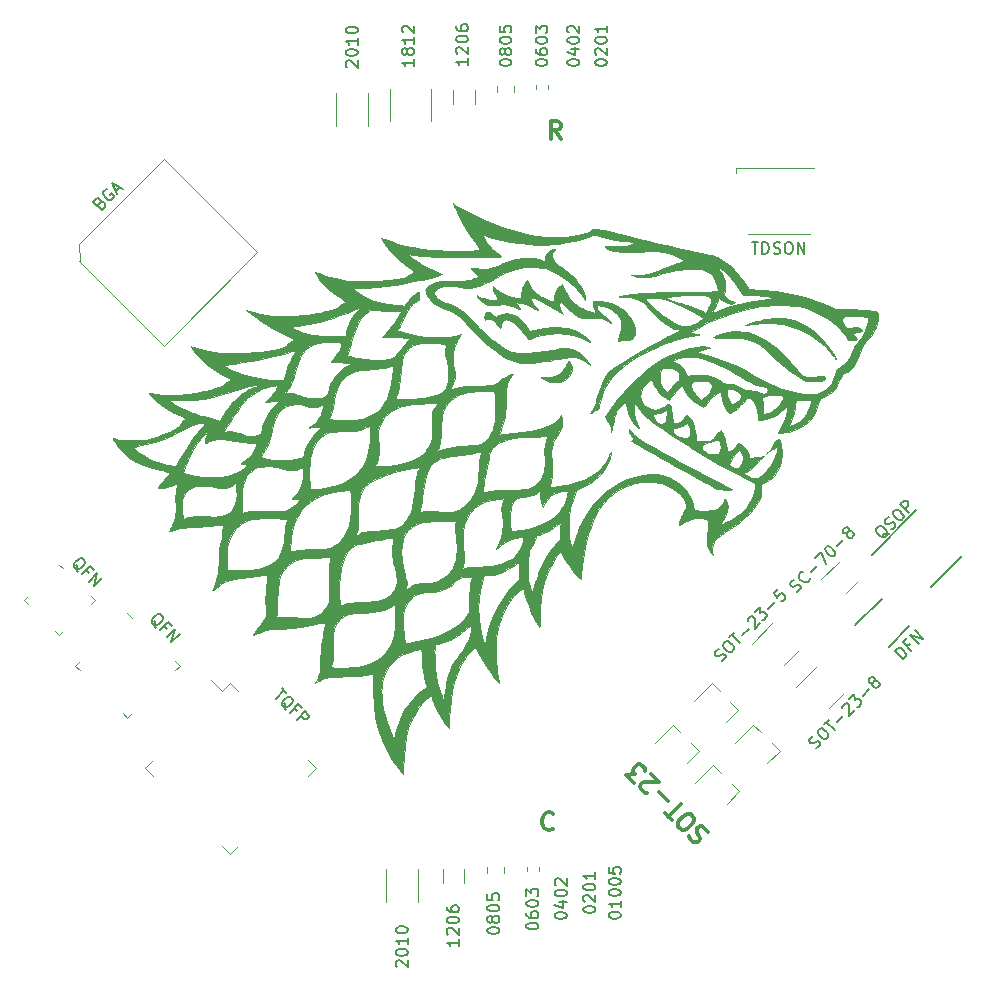
<source format=gbr>
G04 #@! TF.GenerationSoftware,KiCad,Pcbnew,(5.0.0)*
G04 #@! TF.CreationDate,2019-01-30T00:43:17-08:00*
G04 #@! TF.ProjectId,Stark_coaster,537461726B5F636F61737465722E6B69,rev?*
G04 #@! TF.SameCoordinates,Original*
G04 #@! TF.FileFunction,Legend,Top*
G04 #@! TF.FilePolarity,Positive*
%FSLAX46Y46*%
G04 Gerber Fmt 4.6, Leading zero omitted, Abs format (unit mm)*
G04 Created by KiCad (PCBNEW (5.0.0)) date 01/30/19 00:43:17*
%MOMM*%
%LPD*%
G01*
G04 APERTURE LIST*
%ADD10C,0.300000*%
%ADD11C,0.150000*%
%ADD12C,0.120000*%
%ADD13C,0.010000*%
G04 APERTURE END LIST*
D10*
X158298757Y-137247127D02*
X158197741Y-137045097D01*
X157945203Y-136792558D01*
X157793680Y-136742051D01*
X157692665Y-136742051D01*
X157541142Y-136792558D01*
X157440127Y-136893574D01*
X157389619Y-137045097D01*
X157389619Y-137146112D01*
X157440127Y-137297635D01*
X157591650Y-137550173D01*
X157642158Y-137701696D01*
X157642158Y-137802711D01*
X157591650Y-137954234D01*
X157490635Y-138055249D01*
X157339112Y-138105757D01*
X157238097Y-138105757D01*
X157086574Y-138055249D01*
X156834036Y-137802711D01*
X156733020Y-137600680D01*
X156025913Y-136994589D02*
X155823883Y-136792558D01*
X155773375Y-136641036D01*
X155773375Y-136439005D01*
X155924898Y-136186467D01*
X156278452Y-135832913D01*
X156530990Y-135681391D01*
X156733020Y-135681391D01*
X156884543Y-135731898D01*
X157086574Y-135933929D01*
X157137081Y-136085452D01*
X157137081Y-136287482D01*
X156985558Y-136540020D01*
X156632005Y-136893574D01*
X156379467Y-137045097D01*
X156177436Y-137045097D01*
X156025913Y-136994589D01*
X155268299Y-136236975D02*
X154662208Y-135630883D01*
X156025913Y-134873269D02*
X154965253Y-135933929D01*
X154965253Y-134620730D02*
X154157131Y-133812608D01*
X153146979Y-133913624D02*
X153045963Y-133913624D01*
X152894441Y-133863116D01*
X152641902Y-133610578D01*
X152591395Y-133459055D01*
X152591395Y-133358040D01*
X152641902Y-133206517D01*
X152742918Y-133105502D01*
X152944948Y-133004486D01*
X154157131Y-133004486D01*
X153500532Y-132347887D01*
X152086319Y-133054994D02*
X151429719Y-132398395D01*
X152187334Y-132347887D01*
X152035811Y-132196364D01*
X151985303Y-132044841D01*
X151985303Y-131943826D01*
X152035811Y-131792303D01*
X152288349Y-131539765D01*
X152439872Y-131489258D01*
X152540887Y-131489258D01*
X152692410Y-131539765D01*
X152995456Y-131842811D01*
X153045963Y-131994334D01*
X153045963Y-132095349D01*
X145244285Y-136933714D02*
X145172857Y-137005142D01*
X144958571Y-137076571D01*
X144815714Y-137076571D01*
X144601428Y-137005142D01*
X144458571Y-136862285D01*
X144387142Y-136719428D01*
X144315714Y-136433714D01*
X144315714Y-136219428D01*
X144387142Y-135933714D01*
X144458571Y-135790857D01*
X144601428Y-135648000D01*
X144815714Y-135576571D01*
X144958571Y-135576571D01*
X145172857Y-135648000D01*
X145244285Y-135719428D01*
X145879285Y-78529571D02*
X145379285Y-77815285D01*
X145022142Y-78529571D02*
X145022142Y-77029571D01*
X145593571Y-77029571D01*
X145736428Y-77101000D01*
X145807857Y-77172428D01*
X145879285Y-77315285D01*
X145879285Y-77529571D01*
X145807857Y-77672428D01*
X145736428Y-77743857D01*
X145593571Y-77815285D01*
X145022142Y-77815285D01*
D11*
G04 #@! TO.C,DFN*
X173656124Y-121558057D02*
X175388536Y-119825645D01*
X170810020Y-119737257D02*
X173055084Y-117492193D01*
D12*
G04 #@! TO.C,BGA*
X105055511Y-87430893D02*
X105126222Y-88915817D01*
X105055511Y-88845107D02*
X112268000Y-96057596D01*
X112268000Y-96057596D02*
X120187596Y-88138000D01*
X120187596Y-88138000D02*
X112268000Y-80218404D01*
X112268000Y-80218404D02*
X105055511Y-87430893D01*
D11*
G04 #@! TO.C,QSOP*
X177184022Y-116447655D02*
X179806398Y-113825279D01*
X172184282Y-113810641D02*
X175991062Y-110003861D01*
D12*
G04 #@! TO.C,TQFP*
X118556808Y-125289895D02*
X117885057Y-124618144D01*
X117885057Y-124618144D02*
X117213306Y-125289895D01*
X124439937Y-131173024D02*
X125111688Y-131844775D01*
X125111688Y-131844775D02*
X124439937Y-132516526D01*
X117213306Y-138399655D02*
X117885057Y-139071406D01*
X117885057Y-139071406D02*
X118556808Y-138399655D01*
X111330177Y-132516526D02*
X110658426Y-131844775D01*
X110658426Y-131844775D02*
X111330177Y-131173024D01*
X117213306Y-125289895D02*
X116301138Y-124377727D01*
G04 #@! TO.C,QFN*
X106074959Y-117230291D02*
X106410835Y-117566167D01*
X106410835Y-117566167D02*
X106074959Y-117902043D01*
X100778729Y-117902043D02*
X100442853Y-117566167D01*
X100442853Y-117566167D02*
X100778729Y-117230291D01*
X103090968Y-120214282D02*
X103426844Y-120550158D01*
X103426844Y-120550158D02*
X103762720Y-120214282D01*
X103762720Y-114918052D02*
X103426844Y-114582176D01*
G04 #@! TO.C,SC-70-8*
X169388382Y-114329659D02*
X167914064Y-115803976D01*
X170031849Y-116967167D02*
X171028869Y-115970146D01*
G04 #@! TO.C,TDSON*
X160738000Y-81020000D02*
X160738000Y-81420000D01*
X167338000Y-81020000D02*
X160738000Y-81020000D01*
X166938000Y-86620000D02*
X161738000Y-86620000D01*
G04 #@! TO.C,2010*
X133821000Y-140329936D02*
X133821000Y-143134064D01*
X131101000Y-140329936D02*
X131101000Y-143134064D01*
G04 #@! TO.C,1812*
X134866561Y-74286986D02*
X134866561Y-77059490D01*
X131446561Y-74286986D02*
X131446561Y-77059490D01*
G04 #@! TO.C,0603*
X144020000Y-140197721D02*
X144020000Y-140523279D01*
X143000000Y-140197721D02*
X143000000Y-140523279D01*
G04 #@! TO.C,0805*
X141045000Y-140203422D02*
X141045000Y-140720578D01*
X139625000Y-140203422D02*
X139625000Y-140720578D01*
G04 #@! TO.C,1206*
X137689000Y-140367936D02*
X137689000Y-141572064D01*
X135869000Y-140367936D02*
X135869000Y-141572064D01*
G04 #@! TO.C,QFN*
X105126022Y-122748553D02*
X104740648Y-123133926D01*
X104740648Y-123133926D02*
X105126022Y-123519299D01*
X109559581Y-127182112D02*
X109174208Y-127567486D01*
X109174208Y-127567486D02*
X108788835Y-127182112D01*
X113222394Y-123519299D02*
X113607768Y-123133926D01*
X113607768Y-123133926D02*
X113222394Y-122748553D01*
X109174208Y-118700366D02*
X109559581Y-119085740D01*
G04 #@! TO.C,*
X160900907Y-126871684D02*
X159868531Y-127904059D01*
X158666449Y-124637226D02*
X157139099Y-126164577D01*
X158666449Y-124637226D02*
X159324059Y-125294835D01*
X160900907Y-126871684D02*
X160243298Y-126214074D01*
X164403207Y-130373984D02*
X163745598Y-129716374D01*
X162168749Y-128139526D02*
X162826359Y-128797135D01*
X162168749Y-128139526D02*
X160641399Y-129666877D01*
X164403207Y-130373984D02*
X163370831Y-131406359D01*
X160990709Y-133786481D02*
X159958333Y-134818856D01*
X158756251Y-131552023D02*
X157228901Y-133079374D01*
X158756251Y-131552023D02*
X159413861Y-132209632D01*
X160990709Y-133786481D02*
X160333100Y-133128871D01*
X157578212Y-130373984D02*
X156920603Y-129716374D01*
X155343754Y-128139526D02*
X156001364Y-128797135D01*
X155343754Y-128139526D02*
X153816404Y-129666877D01*
X157578212Y-130373984D02*
X156545836Y-131406359D01*
G04 #@! TO.C,SOT-23-5*
X164790030Y-123099381D02*
X166062822Y-121826589D01*
X163785938Y-119549705D02*
X162053527Y-121282117D01*
G04 #@! TO.C,SOT-23-8*
X168556788Y-126747345D02*
X169829580Y-125474553D01*
X167552696Y-123197669D02*
X165820285Y-124930081D01*
G04 #@! TO.C,0603*
X144779225Y-74018260D02*
X144779225Y-74343820D01*
X143759225Y-74018260D02*
X143759225Y-74343820D01*
G04 #@! TO.C,0805*
X141931224Y-74072462D02*
X141931224Y-74589618D01*
X140511224Y-74072462D02*
X140511224Y-74589618D01*
G04 #@! TO.C,1206*
X138575225Y-74369276D02*
X138575225Y-75573404D01*
X136755225Y-74369276D02*
X136755225Y-75573404D01*
G04 #@! TO.C,2010*
X129577420Y-74653081D02*
X129577420Y-77457209D01*
X126857420Y-74653081D02*
X126857420Y-77457209D01*
D13*
G04 #@! TO.C,G\002A\002A\002A*
G36*
X151875066Y-90034533D02*
X151868093Y-90064733D01*
X151841200Y-90068400D01*
X151799385Y-90049813D01*
X151807333Y-90034533D01*
X151867621Y-90028453D01*
X151875066Y-90034533D01*
X151875066Y-90034533D01*
G37*
X151875066Y-90034533D02*
X151868093Y-90064733D01*
X151841200Y-90068400D01*
X151799385Y-90049813D01*
X151807333Y-90034533D01*
X151867621Y-90028453D01*
X151875066Y-90034533D01*
G36*
X161544000Y-94310200D02*
X161518600Y-94335600D01*
X161493200Y-94310200D01*
X161518600Y-94284800D01*
X161544000Y-94310200D01*
X161544000Y-94310200D01*
G37*
X161544000Y-94310200D02*
X161518600Y-94335600D01*
X161493200Y-94310200D01*
X161518600Y-94284800D01*
X161544000Y-94310200D01*
G36*
X143159323Y-90824204D02*
X143424418Y-91242694D01*
X143768069Y-91598664D01*
X144001623Y-91773965D01*
X144237047Y-91913795D01*
X144510428Y-92050998D01*
X144786317Y-92169616D01*
X145029262Y-92253691D01*
X145115634Y-92275430D01*
X145273469Y-92308481D01*
X145308433Y-91967215D01*
X145382267Y-91573230D01*
X145514276Y-91257848D01*
X145703087Y-91024049D01*
X145765946Y-90973610D01*
X145972116Y-90824262D01*
X146016514Y-90941631D01*
X146276180Y-91508567D01*
X146597600Y-92004194D01*
X146976136Y-92422953D01*
X147407147Y-92759287D01*
X147651590Y-92900336D01*
X147837609Y-92987716D01*
X148053551Y-93076659D01*
X148278035Y-93159948D01*
X148489679Y-93230371D01*
X148667102Y-93280710D01*
X148788922Y-93303752D01*
X148831307Y-93298425D01*
X148821837Y-93246021D01*
X148775682Y-93134474D01*
X148738360Y-93057822D01*
X148642596Y-92770893D01*
X148620516Y-92557600D01*
X148615400Y-92278200D01*
X148862461Y-92262481D01*
X149241802Y-92270765D01*
X149664791Y-92333687D01*
X150095769Y-92442378D01*
X150499074Y-92587971D01*
X150818233Y-92748824D01*
X151232593Y-93053391D01*
X151586414Y-93423475D01*
X151868844Y-93843635D01*
X152069032Y-94298433D01*
X152159369Y-94657006D01*
X152186464Y-94845510D01*
X152186339Y-94976078D01*
X152155628Y-95089539D01*
X152116599Y-95175634D01*
X152010176Y-95342154D01*
X151869387Y-95460011D01*
X151676596Y-95537115D01*
X151414168Y-95581379D01*
X151176964Y-95597166D01*
X150688033Y-95616804D01*
X150831734Y-95192102D01*
X150946444Y-94749662D01*
X150984005Y-94336581D01*
X150944295Y-93965502D01*
X150846116Y-93685294D01*
X150664861Y-93413647D01*
X150414819Y-93165921D01*
X150128488Y-92974021D01*
X150114000Y-92966564D01*
X149944215Y-92892774D01*
X149714447Y-92808647D01*
X149463614Y-92727111D01*
X149230634Y-92661091D01*
X149110700Y-92633316D01*
X149002256Y-92617549D01*
X148956170Y-92646282D01*
X148945757Y-92744540D01*
X148945600Y-92788140D01*
X148981215Y-92947985D01*
X149092640Y-93116379D01*
X149286743Y-93301291D01*
X149565699Y-93507501D01*
X149692013Y-93607831D01*
X149825894Y-93736586D01*
X149949537Y-93873152D01*
X150045137Y-93996913D01*
X150094891Y-94087253D01*
X150093679Y-94118853D01*
X150044667Y-94103591D01*
X149941275Y-94041857D01*
X149855266Y-93982410D01*
X149571343Y-93816813D01*
X149262466Y-93720655D01*
X148906457Y-93688920D01*
X148617087Y-93702373D01*
X148277450Y-93729779D01*
X148017120Y-93741993D01*
X147814670Y-93737054D01*
X147648672Y-93712996D01*
X147497698Y-93667856D01*
X147340322Y-93599672D01*
X147304062Y-93582048D01*
X147062306Y-93435148D01*
X146787075Y-93221526D01*
X146499733Y-92959991D01*
X146221642Y-92669351D01*
X146082738Y-92506800D01*
X145976547Y-92380893D01*
X145911875Y-92324136D01*
X145867311Y-92325913D01*
X145821444Y-92375608D01*
X145820526Y-92376809D01*
X145756979Y-92514661D01*
X145760458Y-92685518D01*
X145832965Y-92903894D01*
X145916981Y-93076165D01*
X146088762Y-93399968D01*
X145603232Y-93079854D01*
X145355673Y-92924200D01*
X145075412Y-92760538D01*
X144776311Y-92595639D01*
X144472229Y-92436277D01*
X144177025Y-92289224D01*
X143904558Y-92161253D01*
X143668690Y-92059136D01*
X143483278Y-91989645D01*
X143362182Y-91959554D01*
X143323040Y-91965626D01*
X143315388Y-92039294D01*
X143358996Y-92173020D01*
X143443545Y-92346050D01*
X143558721Y-92537627D01*
X143694205Y-92726995D01*
X143713608Y-92751407D01*
X143828511Y-92897278D01*
X143910019Y-93007140D01*
X143944528Y-93062426D01*
X143943829Y-93065600D01*
X143890894Y-93042082D01*
X143778614Y-92981458D01*
X143677335Y-92923556D01*
X143102564Y-92644862D01*
X142595600Y-92480903D01*
X142338904Y-92419013D01*
X142116218Y-92373864D01*
X141943698Y-92347905D01*
X141837501Y-92343587D01*
X141813071Y-92362282D01*
X141882269Y-92404126D01*
X141895303Y-92405200D01*
X141997847Y-92444220D01*
X142128207Y-92543751D01*
X142261405Y-92677497D01*
X142372463Y-92819163D01*
X142436403Y-92942453D01*
X142443200Y-92981991D01*
X142402741Y-92971803D01*
X142296876Y-92922760D01*
X142154569Y-92848699D01*
X141778634Y-92683369D01*
X141382290Y-92588683D01*
X140946846Y-92562210D01*
X140453612Y-92601516D01*
X140359382Y-92615065D01*
X140136460Y-92643269D01*
X139968682Y-92646172D01*
X139812402Y-92622213D01*
X139695791Y-92591346D01*
X139366356Y-92462308D01*
X139101874Y-92277836D01*
X138900087Y-92055208D01*
X138806375Y-91918892D01*
X138762802Y-91827158D01*
X138772070Y-91792176D01*
X138836883Y-91826116D01*
X138851876Y-91838164D01*
X138967057Y-91905111D01*
X139151000Y-91981987D01*
X139372908Y-92058456D01*
X139601987Y-92124182D01*
X139807439Y-92168830D01*
X139860376Y-92176633D01*
X140066249Y-92190820D01*
X140269870Y-92186893D01*
X140358000Y-92177005D01*
X140568248Y-92141484D01*
X140436584Y-91968864D01*
X140274470Y-91714941D01*
X140160695Y-91451862D01*
X140109133Y-91213157D01*
X140107515Y-91173506D01*
X140106400Y-90983212D01*
X140418034Y-91234330D01*
X140911020Y-91566748D01*
X141462344Y-91818114D01*
X142065750Y-91985801D01*
X142303500Y-92026476D01*
X142544800Y-92061136D01*
X142544800Y-91692961D01*
X142561928Y-91361580D01*
X142618816Y-91099489D01*
X142723716Y-90879388D01*
X142836375Y-90728344D01*
X143010038Y-90525458D01*
X143159323Y-90824204D01*
X143159323Y-90824204D01*
G37*
X143159323Y-90824204D02*
X143424418Y-91242694D01*
X143768069Y-91598664D01*
X144001623Y-91773965D01*
X144237047Y-91913795D01*
X144510428Y-92050998D01*
X144786317Y-92169616D01*
X145029262Y-92253691D01*
X145115634Y-92275430D01*
X145273469Y-92308481D01*
X145308433Y-91967215D01*
X145382267Y-91573230D01*
X145514276Y-91257848D01*
X145703087Y-91024049D01*
X145765946Y-90973610D01*
X145972116Y-90824262D01*
X146016514Y-90941631D01*
X146276180Y-91508567D01*
X146597600Y-92004194D01*
X146976136Y-92422953D01*
X147407147Y-92759287D01*
X147651590Y-92900336D01*
X147837609Y-92987716D01*
X148053551Y-93076659D01*
X148278035Y-93159948D01*
X148489679Y-93230371D01*
X148667102Y-93280710D01*
X148788922Y-93303752D01*
X148831307Y-93298425D01*
X148821837Y-93246021D01*
X148775682Y-93134474D01*
X148738360Y-93057822D01*
X148642596Y-92770893D01*
X148620516Y-92557600D01*
X148615400Y-92278200D01*
X148862461Y-92262481D01*
X149241802Y-92270765D01*
X149664791Y-92333687D01*
X150095769Y-92442378D01*
X150499074Y-92587971D01*
X150818233Y-92748824D01*
X151232593Y-93053391D01*
X151586414Y-93423475D01*
X151868844Y-93843635D01*
X152069032Y-94298433D01*
X152159369Y-94657006D01*
X152186464Y-94845510D01*
X152186339Y-94976078D01*
X152155628Y-95089539D01*
X152116599Y-95175634D01*
X152010176Y-95342154D01*
X151869387Y-95460011D01*
X151676596Y-95537115D01*
X151414168Y-95581379D01*
X151176964Y-95597166D01*
X150688033Y-95616804D01*
X150831734Y-95192102D01*
X150946444Y-94749662D01*
X150984005Y-94336581D01*
X150944295Y-93965502D01*
X150846116Y-93685294D01*
X150664861Y-93413647D01*
X150414819Y-93165921D01*
X150128488Y-92974021D01*
X150114000Y-92966564D01*
X149944215Y-92892774D01*
X149714447Y-92808647D01*
X149463614Y-92727111D01*
X149230634Y-92661091D01*
X149110700Y-92633316D01*
X149002256Y-92617549D01*
X148956170Y-92646282D01*
X148945757Y-92744540D01*
X148945600Y-92788140D01*
X148981215Y-92947985D01*
X149092640Y-93116379D01*
X149286743Y-93301291D01*
X149565699Y-93507501D01*
X149692013Y-93607831D01*
X149825894Y-93736586D01*
X149949537Y-93873152D01*
X150045137Y-93996913D01*
X150094891Y-94087253D01*
X150093679Y-94118853D01*
X150044667Y-94103591D01*
X149941275Y-94041857D01*
X149855266Y-93982410D01*
X149571343Y-93816813D01*
X149262466Y-93720655D01*
X148906457Y-93688920D01*
X148617087Y-93702373D01*
X148277450Y-93729779D01*
X148017120Y-93741993D01*
X147814670Y-93737054D01*
X147648672Y-93712996D01*
X147497698Y-93667856D01*
X147340322Y-93599672D01*
X147304062Y-93582048D01*
X147062306Y-93435148D01*
X146787075Y-93221526D01*
X146499733Y-92959991D01*
X146221642Y-92669351D01*
X146082738Y-92506800D01*
X145976547Y-92380893D01*
X145911875Y-92324136D01*
X145867311Y-92325913D01*
X145821444Y-92375608D01*
X145820526Y-92376809D01*
X145756979Y-92514661D01*
X145760458Y-92685518D01*
X145832965Y-92903894D01*
X145916981Y-93076165D01*
X146088762Y-93399968D01*
X145603232Y-93079854D01*
X145355673Y-92924200D01*
X145075412Y-92760538D01*
X144776311Y-92595639D01*
X144472229Y-92436277D01*
X144177025Y-92289224D01*
X143904558Y-92161253D01*
X143668690Y-92059136D01*
X143483278Y-91989645D01*
X143362182Y-91959554D01*
X143323040Y-91965626D01*
X143315388Y-92039294D01*
X143358996Y-92173020D01*
X143443545Y-92346050D01*
X143558721Y-92537627D01*
X143694205Y-92726995D01*
X143713608Y-92751407D01*
X143828511Y-92897278D01*
X143910019Y-93007140D01*
X143944528Y-93062426D01*
X143943829Y-93065600D01*
X143890894Y-93042082D01*
X143778614Y-92981458D01*
X143677335Y-92923556D01*
X143102564Y-92644862D01*
X142595600Y-92480903D01*
X142338904Y-92419013D01*
X142116218Y-92373864D01*
X141943698Y-92347905D01*
X141837501Y-92343587D01*
X141813071Y-92362282D01*
X141882269Y-92404126D01*
X141895303Y-92405200D01*
X141997847Y-92444220D01*
X142128207Y-92543751D01*
X142261405Y-92677497D01*
X142372463Y-92819163D01*
X142436403Y-92942453D01*
X142443200Y-92981991D01*
X142402741Y-92971803D01*
X142296876Y-92922760D01*
X142154569Y-92848699D01*
X141778634Y-92683369D01*
X141382290Y-92588683D01*
X140946846Y-92562210D01*
X140453612Y-92601516D01*
X140359382Y-92615065D01*
X140136460Y-92643269D01*
X139968682Y-92646172D01*
X139812402Y-92622213D01*
X139695791Y-92591346D01*
X139366356Y-92462308D01*
X139101874Y-92277836D01*
X138900087Y-92055208D01*
X138806375Y-91918892D01*
X138762802Y-91827158D01*
X138772070Y-91792176D01*
X138836883Y-91826116D01*
X138851876Y-91838164D01*
X138967057Y-91905111D01*
X139151000Y-91981987D01*
X139372908Y-92058456D01*
X139601987Y-92124182D01*
X139807439Y-92168830D01*
X139860376Y-92176633D01*
X140066249Y-92190820D01*
X140269870Y-92186893D01*
X140358000Y-92177005D01*
X140568248Y-92141484D01*
X140436584Y-91968864D01*
X140274470Y-91714941D01*
X140160695Y-91451862D01*
X140109133Y-91213157D01*
X140107515Y-91173506D01*
X140106400Y-90983212D01*
X140418034Y-91234330D01*
X140911020Y-91566748D01*
X141462344Y-91818114D01*
X142065750Y-91985801D01*
X142303500Y-92026476D01*
X142544800Y-92061136D01*
X142544800Y-91692961D01*
X142561928Y-91361580D01*
X142618816Y-91099489D01*
X142723716Y-90879388D01*
X142836375Y-90728344D01*
X143010038Y-90525458D01*
X143159323Y-90824204D01*
G36*
X139794684Y-93226163D02*
X139984869Y-93327869D01*
X140152054Y-93453981D01*
X140364891Y-93636161D01*
X140661856Y-93477880D01*
X140860127Y-93383555D01*
X141033896Y-93335584D01*
X141239085Y-93320048D01*
X141297756Y-93319600D01*
X141610712Y-93353490D01*
X141917345Y-93458523D01*
X142224500Y-93639742D01*
X142539024Y-93902192D01*
X142867762Y-94250914D01*
X143217560Y-94690953D01*
X143286603Y-94784799D01*
X143337968Y-94781548D01*
X143457192Y-94754906D01*
X143569733Y-94724423D01*
X144050794Y-94611880D01*
X144573975Y-94534367D01*
X145111746Y-94493141D01*
X145636577Y-94489456D01*
X146120938Y-94524570D01*
X146500907Y-94590717D01*
X147027789Y-94764292D01*
X147527807Y-95020511D01*
X147973368Y-95344587D01*
X148069990Y-95431625D01*
X148215724Y-95571090D01*
X148324837Y-95680047D01*
X148382448Y-95743387D01*
X148386800Y-95753306D01*
X148332740Y-95731549D01*
X148212145Y-95674124D01*
X148048573Y-95592334D01*
X148005800Y-95570469D01*
X147436349Y-95314770D01*
X146868586Y-95138176D01*
X146275540Y-95034388D01*
X145630236Y-94997103D01*
X145550231Y-94996795D01*
X144863225Y-95033213D01*
X144228428Y-95143158D01*
X143637000Y-95325499D01*
X143453005Y-95394461D01*
X143299782Y-95450881D01*
X143207874Y-95483523D01*
X143203181Y-95485063D01*
X143130736Y-95458467D01*
X143009683Y-95346660D01*
X142838857Y-95148519D01*
X142788369Y-95085529D01*
X142482440Y-94721518D01*
X142184811Y-94409498D01*
X141904326Y-94156828D01*
X141649830Y-93970868D01*
X141430167Y-93858976D01*
X141276482Y-93827600D01*
X141087506Y-93874840D01*
X140935814Y-94014731D01*
X140823737Y-94244527D01*
X140778376Y-94415140D01*
X140740055Y-94599582D01*
X140498429Y-94288437D01*
X140357594Y-94121684D01*
X140214587Y-93975952D01*
X140098896Y-93881123D01*
X140092701Y-93877236D01*
X139932258Y-93809833D01*
X139755331Y-93779850D01*
X139599568Y-93790171D01*
X139512006Y-93832713D01*
X139459978Y-93850612D01*
X139421543Y-93779771D01*
X139405667Y-93640439D01*
X139422567Y-93471309D01*
X139464334Y-93315793D01*
X139523058Y-93217304D01*
X139524205Y-93216335D01*
X139634999Y-93186665D01*
X139794684Y-93226163D01*
X139794684Y-93226163D01*
G37*
X139794684Y-93226163D02*
X139984869Y-93327869D01*
X140152054Y-93453981D01*
X140364891Y-93636161D01*
X140661856Y-93477880D01*
X140860127Y-93383555D01*
X141033896Y-93335584D01*
X141239085Y-93320048D01*
X141297756Y-93319600D01*
X141610712Y-93353490D01*
X141917345Y-93458523D01*
X142224500Y-93639742D01*
X142539024Y-93902192D01*
X142867762Y-94250914D01*
X143217560Y-94690953D01*
X143286603Y-94784799D01*
X143337968Y-94781548D01*
X143457192Y-94754906D01*
X143569733Y-94724423D01*
X144050794Y-94611880D01*
X144573975Y-94534367D01*
X145111746Y-94493141D01*
X145636577Y-94489456D01*
X146120938Y-94524570D01*
X146500907Y-94590717D01*
X147027789Y-94764292D01*
X147527807Y-95020511D01*
X147973368Y-95344587D01*
X148069990Y-95431625D01*
X148215724Y-95571090D01*
X148324837Y-95680047D01*
X148382448Y-95743387D01*
X148386800Y-95753306D01*
X148332740Y-95731549D01*
X148212145Y-95674124D01*
X148048573Y-95592334D01*
X148005800Y-95570469D01*
X147436349Y-95314770D01*
X146868586Y-95138176D01*
X146275540Y-95034388D01*
X145630236Y-94997103D01*
X145550231Y-94996795D01*
X144863225Y-95033213D01*
X144228428Y-95143158D01*
X143637000Y-95325499D01*
X143453005Y-95394461D01*
X143299782Y-95450881D01*
X143207874Y-95483523D01*
X143203181Y-95485063D01*
X143130736Y-95458467D01*
X143009683Y-95346660D01*
X142838857Y-95148519D01*
X142788369Y-95085529D01*
X142482440Y-94721518D01*
X142184811Y-94409498D01*
X141904326Y-94156828D01*
X141649830Y-93970868D01*
X141430167Y-93858976D01*
X141276482Y-93827600D01*
X141087506Y-93874840D01*
X140935814Y-94014731D01*
X140823737Y-94244527D01*
X140778376Y-94415140D01*
X140740055Y-94599582D01*
X140498429Y-94288437D01*
X140357594Y-94121684D01*
X140214587Y-93975952D01*
X140098896Y-93881123D01*
X140092701Y-93877236D01*
X139932258Y-93809833D01*
X139755331Y-93779850D01*
X139599568Y-93790171D01*
X139512006Y-93832713D01*
X139459978Y-93850612D01*
X139421543Y-93779771D01*
X139405667Y-93640439D01*
X139422567Y-93471309D01*
X139464334Y-93315793D01*
X139523058Y-93217304D01*
X139524205Y-93216335D01*
X139634999Y-93186665D01*
X139794684Y-93226163D01*
G36*
X164757047Y-93747832D02*
X165164534Y-93788034D01*
X165511050Y-93850426D01*
X165607607Y-93875924D01*
X166231126Y-94110865D01*
X166827552Y-94442429D01*
X167394765Y-94868752D01*
X167930642Y-95387973D01*
X168433061Y-95998230D01*
X168899901Y-96697661D01*
X168982672Y-96837500D01*
X169055966Y-96969299D01*
X169098432Y-97056943D01*
X169102823Y-97078800D01*
X169063797Y-97042414D01*
X168975676Y-96944786D01*
X168853818Y-96803210D01*
X168780514Y-96715916D01*
X168203638Y-96094749D01*
X167575279Y-95551482D01*
X166902933Y-95090568D01*
X166194097Y-94716460D01*
X165456266Y-94433607D01*
X164696939Y-94246463D01*
X164592000Y-94228581D01*
X164317478Y-94196901D01*
X163969445Y-94175603D01*
X163575459Y-94164709D01*
X163163079Y-94164241D01*
X162759863Y-94174222D01*
X162393370Y-94194673D01*
X162091159Y-94225616D01*
X162084297Y-94226576D01*
X161882701Y-94252677D01*
X161722978Y-94268929D01*
X161628916Y-94273115D01*
X161614225Y-94270359D01*
X161646241Y-94244503D01*
X161758428Y-94198928D01*
X161932545Y-94139167D01*
X162150354Y-94070757D01*
X162393613Y-93999235D01*
X162644083Y-93930136D01*
X162883524Y-93868996D01*
X163093400Y-93821412D01*
X163456763Y-93766610D01*
X163874360Y-93736495D01*
X164317388Y-93730444D01*
X164757047Y-93747832D01*
X164757047Y-93747832D01*
G37*
X164757047Y-93747832D02*
X165164534Y-93788034D01*
X165511050Y-93850426D01*
X165607607Y-93875924D01*
X166231126Y-94110865D01*
X166827552Y-94442429D01*
X167394765Y-94868752D01*
X167930642Y-95387973D01*
X168433061Y-95998230D01*
X168899901Y-96697661D01*
X168982672Y-96837500D01*
X169055966Y-96969299D01*
X169098432Y-97056943D01*
X169102823Y-97078800D01*
X169063797Y-97042414D01*
X168975676Y-96944786D01*
X168853818Y-96803210D01*
X168780514Y-96715916D01*
X168203638Y-96094749D01*
X167575279Y-95551482D01*
X166902933Y-95090568D01*
X166194097Y-94716460D01*
X165456266Y-94433607D01*
X164696939Y-94246463D01*
X164592000Y-94228581D01*
X164317478Y-94196901D01*
X163969445Y-94175603D01*
X163575459Y-94164709D01*
X163163079Y-94164241D01*
X162759863Y-94174222D01*
X162393370Y-94194673D01*
X162091159Y-94225616D01*
X162084297Y-94226576D01*
X161882701Y-94252677D01*
X161722978Y-94268929D01*
X161628916Y-94273115D01*
X161614225Y-94270359D01*
X161646241Y-94244503D01*
X161758428Y-94198928D01*
X161932545Y-94139167D01*
X162150354Y-94070757D01*
X162393613Y-93999235D01*
X162644083Y-93930136D01*
X162883524Y-93868996D01*
X163093400Y-93821412D01*
X163456763Y-93766610D01*
X163874360Y-93736495D01*
X164317388Y-93730444D01*
X164757047Y-93747832D01*
G36*
X169164000Y-97155000D02*
X169138600Y-97180400D01*
X169113200Y-97155000D01*
X169138600Y-97129600D01*
X169164000Y-97155000D01*
X169164000Y-97155000D01*
G37*
X169164000Y-97155000D02*
X169138600Y-97180400D01*
X169113200Y-97155000D01*
X169138600Y-97129600D01*
X169164000Y-97155000D01*
G36*
X145274307Y-88031751D02*
X145155928Y-88236213D01*
X145134135Y-88454536D01*
X145209510Y-88687672D01*
X145382632Y-88936574D01*
X145654082Y-89202194D01*
X146024441Y-89485484D01*
X146253200Y-89638102D01*
X146670094Y-89949379D01*
X147047384Y-90317056D01*
X147372952Y-90724220D01*
X147634684Y-91153960D01*
X147820463Y-91589362D01*
X147909404Y-91949964D01*
X147944642Y-92176600D01*
X147589112Y-91719400D01*
X147052960Y-91090138D01*
X146499563Y-90559814D01*
X145926942Y-90126920D01*
X145333116Y-89789948D01*
X144754600Y-89559559D01*
X144519699Y-89504209D01*
X144210885Y-89460301D01*
X143855336Y-89429104D01*
X143480229Y-89411891D01*
X143112741Y-89409932D01*
X142780050Y-89424497D01*
X142519539Y-89455047D01*
X142073941Y-89558320D01*
X141584687Y-89715435D01*
X141084340Y-89913055D01*
X140605464Y-90137844D01*
X140180624Y-90376464D01*
X140030944Y-90474287D01*
X139699575Y-90673785D01*
X139323089Y-90853386D01*
X138928691Y-91003433D01*
X138543591Y-91114270D01*
X138194995Y-91176241D01*
X138025733Y-91186000D01*
X137882436Y-91174629D01*
X137676486Y-91144266D01*
X137443804Y-91100531D01*
X137349962Y-91080252D01*
X137024382Y-91019061D01*
X136716598Y-90991480D01*
X136368489Y-90992325D01*
X136365354Y-90992433D01*
X136118582Y-91003939D01*
X135939689Y-91023233D01*
X135794952Y-91057955D01*
X135650652Y-91115746D01*
X135506329Y-91187081D01*
X135290328Y-91304226D01*
X135158616Y-91399126D01*
X135102166Y-91489720D01*
X135111951Y-91593944D01*
X135178944Y-91729734D01*
X135208530Y-91778793D01*
X135436167Y-92052779D01*
X135741305Y-92263536D01*
X136119874Y-92408404D01*
X136204003Y-92429229D01*
X136713450Y-92594748D01*
X137209754Y-92852523D01*
X137678575Y-93193217D01*
X138105576Y-93607493D01*
X138222599Y-93743781D01*
X138412251Y-93961022D01*
X138659502Y-94224806D01*
X138944618Y-94515785D01*
X139247861Y-94814612D01*
X139549496Y-95101938D01*
X139829788Y-95358414D01*
X140069000Y-95564693D01*
X140131800Y-95615478D01*
X140467235Y-95862844D01*
X140828206Y-96097661D01*
X141189170Y-96305135D01*
X141524586Y-96470471D01*
X141779122Y-96569617D01*
X141917310Y-96611937D01*
X142040551Y-96641810D01*
X142169116Y-96660634D01*
X142323277Y-96669807D01*
X142523304Y-96670727D01*
X142789467Y-96664791D01*
X143042709Y-96656747D01*
X143826628Y-96611886D01*
X144521696Y-96532898D01*
X145124740Y-96420172D01*
X145262600Y-96386285D01*
X145816190Y-96285684D01*
X146334511Y-96279379D01*
X146815583Y-96366680D01*
X147257426Y-96546899D01*
X147658058Y-96819347D01*
X148015500Y-97183335D01*
X148177699Y-97399869D01*
X148270552Y-97546445D01*
X148315724Y-97641235D01*
X148311525Y-97674351D01*
X148256264Y-97635902D01*
X148209807Y-97587691D01*
X148055142Y-97454223D01*
X147838136Y-97314370D01*
X147594358Y-97188885D01*
X147385178Y-97106577D01*
X147081471Y-97047820D01*
X146690075Y-97039320D01*
X146211578Y-97081043D01*
X145646570Y-97172956D01*
X145413090Y-97220232D01*
X144934441Y-97312862D01*
X144435510Y-97393560D01*
X143942461Y-97459051D01*
X143481456Y-97506061D01*
X143078661Y-97531314D01*
X142900400Y-97534760D01*
X142424688Y-97495947D01*
X141937106Y-97378374D01*
X141432179Y-97179365D01*
X140904435Y-96896242D01*
X140348402Y-96526329D01*
X139758606Y-96066951D01*
X139565803Y-95904020D01*
X139259674Y-95628059D01*
X138922607Y-95302785D01*
X138578920Y-94953252D01*
X138252929Y-94604510D01*
X137968952Y-94281611D01*
X137845978Y-94132254D01*
X137686143Y-93945188D01*
X137512633Y-93762283D01*
X137360931Y-93620786D01*
X137350285Y-93611949D01*
X137075805Y-93416466D01*
X136739938Y-93222038D01*
X136381081Y-93048862D01*
X136037626Y-92917137D01*
X136017000Y-92910570D01*
X135536617Y-92725976D01*
X135146094Y-92502431D01*
X134848151Y-92241570D01*
X134707224Y-92054936D01*
X134579090Y-91832857D01*
X134479313Y-91607801D01*
X134423458Y-91412237D01*
X134416800Y-91341756D01*
X134462185Y-91230492D01*
X134587226Y-91098441D01*
X134775252Y-90957119D01*
X135009590Y-90818043D01*
X135273569Y-90692730D01*
X135458200Y-90622381D01*
X135566438Y-90597145D01*
X135731448Y-90578050D01*
X135963527Y-90564565D01*
X136272973Y-90556163D01*
X136670085Y-90552313D01*
X136829800Y-90551946D01*
X137209365Y-90551028D01*
X137503321Y-90548127D01*
X137727657Y-90541981D01*
X137898361Y-90531331D01*
X138031421Y-90514915D01*
X138142827Y-90491472D01*
X138248566Y-90459741D01*
X138321074Y-90434349D01*
X138507772Y-90361586D01*
X138671668Y-90288540D01*
X138765869Y-90237813D01*
X138887790Y-90157928D01*
X138657191Y-89954947D01*
X138513278Y-89812100D01*
X138388991Y-89660302D01*
X138304077Y-89526105D01*
X138277600Y-89444573D01*
X138322968Y-89444605D01*
X138442250Y-89462904D01*
X138610209Y-89495558D01*
X138620500Y-89497723D01*
X139119147Y-89553780D01*
X139645907Y-89521447D01*
X140183941Y-89403447D01*
X140716409Y-89202504D01*
X140852483Y-89136694D01*
X141483335Y-88863151D01*
X142110031Y-88686392D01*
X142745828Y-88603104D01*
X143019377Y-88595199D01*
X143536771Y-88629059D01*
X144003056Y-88728368D01*
X144379425Y-88877988D01*
X144512250Y-88946298D01*
X144541857Y-88659438D01*
X144614028Y-88363081D01*
X144759296Y-88132599D01*
X144972097Y-87974302D01*
X145211998Y-87899527D01*
X145413014Y-87866906D01*
X145274307Y-88031751D01*
X145274307Y-88031751D01*
G37*
X145274307Y-88031751D02*
X145155928Y-88236213D01*
X145134135Y-88454536D01*
X145209510Y-88687672D01*
X145382632Y-88936574D01*
X145654082Y-89202194D01*
X146024441Y-89485484D01*
X146253200Y-89638102D01*
X146670094Y-89949379D01*
X147047384Y-90317056D01*
X147372952Y-90724220D01*
X147634684Y-91153960D01*
X147820463Y-91589362D01*
X147909404Y-91949964D01*
X147944642Y-92176600D01*
X147589112Y-91719400D01*
X147052960Y-91090138D01*
X146499563Y-90559814D01*
X145926942Y-90126920D01*
X145333116Y-89789948D01*
X144754600Y-89559559D01*
X144519699Y-89504209D01*
X144210885Y-89460301D01*
X143855336Y-89429104D01*
X143480229Y-89411891D01*
X143112741Y-89409932D01*
X142780050Y-89424497D01*
X142519539Y-89455047D01*
X142073941Y-89558320D01*
X141584687Y-89715435D01*
X141084340Y-89913055D01*
X140605464Y-90137844D01*
X140180624Y-90376464D01*
X140030944Y-90474287D01*
X139699575Y-90673785D01*
X139323089Y-90853386D01*
X138928691Y-91003433D01*
X138543591Y-91114270D01*
X138194995Y-91176241D01*
X138025733Y-91186000D01*
X137882436Y-91174629D01*
X137676486Y-91144266D01*
X137443804Y-91100531D01*
X137349962Y-91080252D01*
X137024382Y-91019061D01*
X136716598Y-90991480D01*
X136368489Y-90992325D01*
X136365354Y-90992433D01*
X136118582Y-91003939D01*
X135939689Y-91023233D01*
X135794952Y-91057955D01*
X135650652Y-91115746D01*
X135506329Y-91187081D01*
X135290328Y-91304226D01*
X135158616Y-91399126D01*
X135102166Y-91489720D01*
X135111951Y-91593944D01*
X135178944Y-91729734D01*
X135208530Y-91778793D01*
X135436167Y-92052779D01*
X135741305Y-92263536D01*
X136119874Y-92408404D01*
X136204003Y-92429229D01*
X136713450Y-92594748D01*
X137209754Y-92852523D01*
X137678575Y-93193217D01*
X138105576Y-93607493D01*
X138222599Y-93743781D01*
X138412251Y-93961022D01*
X138659502Y-94224806D01*
X138944618Y-94515785D01*
X139247861Y-94814612D01*
X139549496Y-95101938D01*
X139829788Y-95358414D01*
X140069000Y-95564693D01*
X140131800Y-95615478D01*
X140467235Y-95862844D01*
X140828206Y-96097661D01*
X141189170Y-96305135D01*
X141524586Y-96470471D01*
X141779122Y-96569617D01*
X141917310Y-96611937D01*
X142040551Y-96641810D01*
X142169116Y-96660634D01*
X142323277Y-96669807D01*
X142523304Y-96670727D01*
X142789467Y-96664791D01*
X143042709Y-96656747D01*
X143826628Y-96611886D01*
X144521696Y-96532898D01*
X145124740Y-96420172D01*
X145262600Y-96386285D01*
X145816190Y-96285684D01*
X146334511Y-96279379D01*
X146815583Y-96366680D01*
X147257426Y-96546899D01*
X147658058Y-96819347D01*
X148015500Y-97183335D01*
X148177699Y-97399869D01*
X148270552Y-97546445D01*
X148315724Y-97641235D01*
X148311525Y-97674351D01*
X148256264Y-97635902D01*
X148209807Y-97587691D01*
X148055142Y-97454223D01*
X147838136Y-97314370D01*
X147594358Y-97188885D01*
X147385178Y-97106577D01*
X147081471Y-97047820D01*
X146690075Y-97039320D01*
X146211578Y-97081043D01*
X145646570Y-97172956D01*
X145413090Y-97220232D01*
X144934441Y-97312862D01*
X144435510Y-97393560D01*
X143942461Y-97459051D01*
X143481456Y-97506061D01*
X143078661Y-97531314D01*
X142900400Y-97534760D01*
X142424688Y-97495947D01*
X141937106Y-97378374D01*
X141432179Y-97179365D01*
X140904435Y-96896242D01*
X140348402Y-96526329D01*
X139758606Y-96066951D01*
X139565803Y-95904020D01*
X139259674Y-95628059D01*
X138922607Y-95302785D01*
X138578920Y-94953252D01*
X138252929Y-94604510D01*
X137968952Y-94281611D01*
X137845978Y-94132254D01*
X137686143Y-93945188D01*
X137512633Y-93762283D01*
X137360931Y-93620786D01*
X137350285Y-93611949D01*
X137075805Y-93416466D01*
X136739938Y-93222038D01*
X136381081Y-93048862D01*
X136037626Y-92917137D01*
X136017000Y-92910570D01*
X135536617Y-92725976D01*
X135146094Y-92502431D01*
X134848151Y-92241570D01*
X134707224Y-92054936D01*
X134579090Y-91832857D01*
X134479313Y-91607801D01*
X134423458Y-91412237D01*
X134416800Y-91341756D01*
X134462185Y-91230492D01*
X134587226Y-91098441D01*
X134775252Y-90957119D01*
X135009590Y-90818043D01*
X135273569Y-90692730D01*
X135458200Y-90622381D01*
X135566438Y-90597145D01*
X135731448Y-90578050D01*
X135963527Y-90564565D01*
X136272973Y-90556163D01*
X136670085Y-90552313D01*
X136829800Y-90551946D01*
X137209365Y-90551028D01*
X137503321Y-90548127D01*
X137727657Y-90541981D01*
X137898361Y-90531331D01*
X138031421Y-90514915D01*
X138142827Y-90491472D01*
X138248566Y-90459741D01*
X138321074Y-90434349D01*
X138507772Y-90361586D01*
X138671668Y-90288540D01*
X138765869Y-90237813D01*
X138887790Y-90157928D01*
X138657191Y-89954947D01*
X138513278Y-89812100D01*
X138388991Y-89660302D01*
X138304077Y-89526105D01*
X138277600Y-89444573D01*
X138322968Y-89444605D01*
X138442250Y-89462904D01*
X138610209Y-89495558D01*
X138620500Y-89497723D01*
X139119147Y-89553780D01*
X139645907Y-89521447D01*
X140183941Y-89403447D01*
X140716409Y-89202504D01*
X140852483Y-89136694D01*
X141483335Y-88863151D01*
X142110031Y-88686392D01*
X142745828Y-88603104D01*
X143019377Y-88595199D01*
X143536771Y-88629059D01*
X144003056Y-88728368D01*
X144379425Y-88877988D01*
X144512250Y-88946298D01*
X144541857Y-88659438D01*
X144614028Y-88363081D01*
X144759296Y-88132599D01*
X144972097Y-87974302D01*
X145211998Y-87899527D01*
X145413014Y-87866906D01*
X145274307Y-88031751D01*
G36*
X161264564Y-94863733D02*
X161704209Y-94928873D01*
X162132440Y-95048166D01*
X162514040Y-95196501D01*
X163090596Y-95488502D01*
X163669379Y-95870671D01*
X164253078Y-96345303D01*
X164844383Y-96914695D01*
X165445983Y-97581141D01*
X165771571Y-97976550D01*
X165975209Y-98224921D01*
X166134264Y-98402664D01*
X166261888Y-98522753D01*
X166371234Y-98598160D01*
X166429973Y-98625943D01*
X166724578Y-98714020D01*
X167025485Y-98737139D01*
X167367139Y-98697262D01*
X167436800Y-98683297D01*
X167756420Y-98626070D01*
X167989048Y-98609687D01*
X168141409Y-98635755D01*
X168220230Y-98705878D01*
X168232234Y-98821666D01*
X168222478Y-98870971D01*
X168184004Y-98953359D01*
X168101840Y-99000408D01*
X167959201Y-99028230D01*
X167772657Y-99044624D01*
X167532856Y-99053010D01*
X167270445Y-99053754D01*
X167016071Y-99047218D01*
X166800383Y-99033767D01*
X166654028Y-99013764D01*
X166649400Y-99012676D01*
X166496288Y-98954008D01*
X166279091Y-98840679D01*
X166012447Y-98682253D01*
X165710997Y-98488292D01*
X165389380Y-98268361D01*
X165062235Y-98032023D01*
X164744204Y-97788841D01*
X164604175Y-97676640D01*
X164347724Y-97459820D01*
X164044475Y-97190633D01*
X163717608Y-96890370D01*
X163390301Y-96580326D01*
X163085734Y-96281793D01*
X163085024Y-96281083D01*
X162751804Y-96010951D01*
X162331428Y-95777282D01*
X161833294Y-95584910D01*
X161598347Y-95516309D01*
X161436347Y-95474764D01*
X161290736Y-95443059D01*
X161143948Y-95419800D01*
X160978420Y-95403592D01*
X160776587Y-95393040D01*
X160520885Y-95386750D01*
X160193750Y-95383325D01*
X159905230Y-95381856D01*
X159502785Y-95379570D01*
X159196259Y-95374971D01*
X158979971Y-95365993D01*
X158848241Y-95350568D01*
X158795388Y-95326629D01*
X158815731Y-95292108D01*
X158903590Y-95244938D01*
X159053284Y-95183052D01*
X159202115Y-95125964D01*
X159633707Y-94982677D01*
X160044899Y-94893718D01*
X160480437Y-94851060D01*
X160771971Y-94844350D01*
X161264564Y-94863733D01*
X161264564Y-94863733D01*
G37*
X161264564Y-94863733D02*
X161704209Y-94928873D01*
X162132440Y-95048166D01*
X162514040Y-95196501D01*
X163090596Y-95488502D01*
X163669379Y-95870671D01*
X164253078Y-96345303D01*
X164844383Y-96914695D01*
X165445983Y-97581141D01*
X165771571Y-97976550D01*
X165975209Y-98224921D01*
X166134264Y-98402664D01*
X166261888Y-98522753D01*
X166371234Y-98598160D01*
X166429973Y-98625943D01*
X166724578Y-98714020D01*
X167025485Y-98737139D01*
X167367139Y-98697262D01*
X167436800Y-98683297D01*
X167756420Y-98626070D01*
X167989048Y-98609687D01*
X168141409Y-98635755D01*
X168220230Y-98705878D01*
X168232234Y-98821666D01*
X168222478Y-98870971D01*
X168184004Y-98953359D01*
X168101840Y-99000408D01*
X167959201Y-99028230D01*
X167772657Y-99044624D01*
X167532856Y-99053010D01*
X167270445Y-99053754D01*
X167016071Y-99047218D01*
X166800383Y-99033767D01*
X166654028Y-99013764D01*
X166649400Y-99012676D01*
X166496288Y-98954008D01*
X166279091Y-98840679D01*
X166012447Y-98682253D01*
X165710997Y-98488292D01*
X165389380Y-98268361D01*
X165062235Y-98032023D01*
X164744204Y-97788841D01*
X164604175Y-97676640D01*
X164347724Y-97459820D01*
X164044475Y-97190633D01*
X163717608Y-96890370D01*
X163390301Y-96580326D01*
X163085734Y-96281793D01*
X163085024Y-96281083D01*
X162751804Y-96010951D01*
X162331428Y-95777282D01*
X161833294Y-95584910D01*
X161598347Y-95516309D01*
X161436347Y-95474764D01*
X161290736Y-95443059D01*
X161143948Y-95419800D01*
X160978420Y-95403592D01*
X160776587Y-95393040D01*
X160520885Y-95386750D01*
X160193750Y-95383325D01*
X159905230Y-95381856D01*
X159502785Y-95379570D01*
X159196259Y-95374971D01*
X158979971Y-95365993D01*
X158848241Y-95350568D01*
X158795388Y-95326629D01*
X158815731Y-95292108D01*
X158903590Y-95244938D01*
X159053284Y-95183052D01*
X159202115Y-95125964D01*
X159633707Y-94982677D01*
X160044899Y-94893718D01*
X160480437Y-94851060D01*
X160771971Y-94844350D01*
X161264564Y-94863733D01*
G36*
X146547877Y-97333253D02*
X146617161Y-97413496D01*
X146696905Y-97536524D01*
X146771700Y-97677311D01*
X146826139Y-97810830D01*
X146840981Y-97867424D01*
X146839379Y-98122825D01*
X146748077Y-98381685D01*
X146577272Y-98628948D01*
X146337164Y-98849553D01*
X146062701Y-99016572D01*
X145835211Y-99094127D01*
X145557650Y-99139942D01*
X145269493Y-99151534D01*
X145010214Y-99126424D01*
X144880134Y-99090899D01*
X144758292Y-99039687D01*
X144603143Y-98968461D01*
X144440804Y-98890071D01*
X144297392Y-98817369D01*
X144199024Y-98763204D01*
X144170293Y-98741644D01*
X144216480Y-98737968D01*
X144337307Y-98739943D01*
X144495842Y-98746628D01*
X144942684Y-98723359D01*
X145355082Y-98610301D01*
X145722729Y-98413993D01*
X146035316Y-98140971D01*
X146282533Y-97797773D01*
X146404879Y-97536000D01*
X146457409Y-97409680D01*
X146499387Y-97327738D01*
X146504459Y-97320822D01*
X146547877Y-97333253D01*
X146547877Y-97333253D01*
G37*
X146547877Y-97333253D02*
X146617161Y-97413496D01*
X146696905Y-97536524D01*
X146771700Y-97677311D01*
X146826139Y-97810830D01*
X146840981Y-97867424D01*
X146839379Y-98122825D01*
X146748077Y-98381685D01*
X146577272Y-98628948D01*
X146337164Y-98849553D01*
X146062701Y-99016572D01*
X145835211Y-99094127D01*
X145557650Y-99139942D01*
X145269493Y-99151534D01*
X145010214Y-99126424D01*
X144880134Y-99090899D01*
X144758292Y-99039687D01*
X144603143Y-98968461D01*
X144440804Y-98890071D01*
X144297392Y-98817369D01*
X144199024Y-98763204D01*
X144170293Y-98741644D01*
X144216480Y-98737968D01*
X144337307Y-98739943D01*
X144495842Y-98746628D01*
X144942684Y-98723359D01*
X145355082Y-98610301D01*
X145722729Y-98413993D01*
X146035316Y-98140971D01*
X146282533Y-97797773D01*
X146404879Y-97536000D01*
X146457409Y-97409680D01*
X146499387Y-97327738D01*
X146504459Y-97320822D01*
X146547877Y-97333253D01*
G36*
X151714404Y-103173618D02*
X151792004Y-103288286D01*
X151874287Y-103403182D01*
X151968372Y-103511974D01*
X152084067Y-103621570D01*
X152231179Y-103738875D01*
X152419517Y-103870797D01*
X152658889Y-104024243D01*
X152959101Y-104206121D01*
X153329963Y-104423337D01*
X153732736Y-104655033D01*
X154396946Y-105033685D01*
X154994972Y-105371186D01*
X155547666Y-105678799D01*
X156075880Y-105967787D01*
X156600467Y-106249412D01*
X157142277Y-106534939D01*
X157722164Y-106835629D01*
X158360980Y-107162748D01*
X158609664Y-107289286D01*
X158998465Y-107488113D01*
X159355932Y-107673363D01*
X159672566Y-107839930D01*
X159938870Y-107982705D01*
X160145346Y-108096581D01*
X160282495Y-108176450D01*
X160340820Y-108217205D01*
X160341885Y-108220781D01*
X160262604Y-108246268D01*
X160108353Y-108256990D01*
X159904462Y-108254403D01*
X159676259Y-108239959D01*
X159449070Y-108215113D01*
X159248226Y-108181320D01*
X159131000Y-108151261D01*
X158966571Y-108087134D01*
X158744165Y-107984844D01*
X158492947Y-107858472D01*
X158242079Y-107722097D01*
X158242000Y-107722052D01*
X158095128Y-107639378D01*
X157868668Y-107512758D01*
X157571962Y-107347380D01*
X157214351Y-107148434D01*
X156805177Y-106921110D01*
X156353779Y-106670594D01*
X155869500Y-106402077D01*
X155361681Y-106120748D01*
X154839663Y-105831795D01*
X154696581Y-105752638D01*
X154158558Y-105454026D01*
X153661602Y-105176229D01*
X153211569Y-104922627D01*
X152814317Y-104696599D01*
X152475702Y-104501526D01*
X152201583Y-104340787D01*
X151997817Y-104217762D01*
X151870260Y-104135831D01*
X151824770Y-104098374D01*
X151826381Y-104096433D01*
X151959913Y-104049099D01*
X151999287Y-103972187D01*
X151948374Y-103854415D01*
X151922075Y-103817377D01*
X151757155Y-103562627D01*
X151660606Y-103335358D01*
X151638000Y-103194013D01*
X151642107Y-103121770D01*
X151663193Y-103112289D01*
X151714404Y-103173618D01*
X151714404Y-103173618D01*
G37*
X151714404Y-103173618D02*
X151792004Y-103288286D01*
X151874287Y-103403182D01*
X151968372Y-103511974D01*
X152084067Y-103621570D01*
X152231179Y-103738875D01*
X152419517Y-103870797D01*
X152658889Y-104024243D01*
X152959101Y-104206121D01*
X153329963Y-104423337D01*
X153732736Y-104655033D01*
X154396946Y-105033685D01*
X154994972Y-105371186D01*
X155547666Y-105678799D01*
X156075880Y-105967787D01*
X156600467Y-106249412D01*
X157142277Y-106534939D01*
X157722164Y-106835629D01*
X158360980Y-107162748D01*
X158609664Y-107289286D01*
X158998465Y-107488113D01*
X159355932Y-107673363D01*
X159672566Y-107839930D01*
X159938870Y-107982705D01*
X160145346Y-108096581D01*
X160282495Y-108176450D01*
X160340820Y-108217205D01*
X160341885Y-108220781D01*
X160262604Y-108246268D01*
X160108353Y-108256990D01*
X159904462Y-108254403D01*
X159676259Y-108239959D01*
X159449070Y-108215113D01*
X159248226Y-108181320D01*
X159131000Y-108151261D01*
X158966571Y-108087134D01*
X158744165Y-107984844D01*
X158492947Y-107858472D01*
X158242079Y-107722097D01*
X158242000Y-107722052D01*
X158095128Y-107639378D01*
X157868668Y-107512758D01*
X157571962Y-107347380D01*
X157214351Y-107148434D01*
X156805177Y-106921110D01*
X156353779Y-106670594D01*
X155869500Y-106402077D01*
X155361681Y-106120748D01*
X154839663Y-105831795D01*
X154696581Y-105752638D01*
X154158558Y-105454026D01*
X153661602Y-105176229D01*
X153211569Y-104922627D01*
X152814317Y-104696599D01*
X152475702Y-104501526D01*
X152201583Y-104340787D01*
X151997817Y-104217762D01*
X151870260Y-104135831D01*
X151824770Y-104098374D01*
X151826381Y-104096433D01*
X151959913Y-104049099D01*
X151999287Y-103972187D01*
X151948374Y-103854415D01*
X151922075Y-103817377D01*
X151757155Y-103562627D01*
X151660606Y-103335358D01*
X151638000Y-103194013D01*
X151642107Y-103121770D01*
X151663193Y-103112289D01*
X151714404Y-103173618D01*
G36*
X163403631Y-105086127D02*
X163347400Y-105156000D01*
X163271062Y-105231130D01*
X163230053Y-105257600D01*
X163240368Y-105225872D01*
X163296600Y-105156000D01*
X163372937Y-105080869D01*
X163413946Y-105054400D01*
X163403631Y-105086127D01*
X163403631Y-105086127D01*
G37*
X163403631Y-105086127D02*
X163347400Y-105156000D01*
X163271062Y-105231130D01*
X163230053Y-105257600D01*
X163240368Y-105225872D01*
X163296600Y-105156000D01*
X163372937Y-105080869D01*
X163413946Y-105054400D01*
X163403631Y-105086127D01*
G36*
X136918284Y-84116469D02*
X137186271Y-84273056D01*
X137528290Y-84459562D01*
X137924789Y-84666345D01*
X138356217Y-84883765D01*
X138803022Y-85102183D01*
X139245654Y-85311958D01*
X139664560Y-85503451D01*
X140040190Y-85667021D01*
X140182600Y-85725990D01*
X141139606Y-86088141D01*
X142049822Y-86375640D01*
X142931610Y-86591794D01*
X143803330Y-86739913D01*
X144683343Y-86823306D01*
X145590010Y-86845279D01*
X146278600Y-86824472D01*
X146802272Y-86783057D01*
X147275310Y-86716197D01*
X147686783Y-86626565D01*
X148025761Y-86516837D01*
X148281314Y-86389686D01*
X148387629Y-86308424D01*
X148452248Y-86253450D01*
X148521673Y-86210931D01*
X148604525Y-86182066D01*
X148709427Y-86168053D01*
X148845001Y-86170089D01*
X149019870Y-86189373D01*
X149242654Y-86227103D01*
X149521976Y-86284477D01*
X149866459Y-86362693D01*
X150284723Y-86462948D01*
X150785392Y-86586441D01*
X151282519Y-86710658D01*
X152121870Y-86920115D01*
X152879492Y-87107034D01*
X153571779Y-87275228D01*
X154215127Y-87428509D01*
X154825929Y-87570689D01*
X155420581Y-87705581D01*
X156015477Y-87836997D01*
X156627011Y-87968749D01*
X157271579Y-88104649D01*
X157327600Y-88116344D01*
X157775437Y-88210517D01*
X158136992Y-88288742D01*
X158425678Y-88354647D01*
X158654911Y-88411858D01*
X158838104Y-88464003D01*
X158988671Y-88514710D01*
X159120027Y-88567606D01*
X159245585Y-88626319D01*
X159283400Y-88645242D01*
X159766408Y-88938806D01*
X160246499Y-89326883D01*
X160716507Y-89802472D01*
X161169270Y-90358575D01*
X161456684Y-90768603D01*
X161614436Y-90994362D01*
X161746284Y-91157287D01*
X161843034Y-91246508D01*
X161872143Y-91259621D01*
X161956295Y-91269408D01*
X162122290Y-91283984D01*
X162350568Y-91301798D01*
X162621568Y-91321297D01*
X162814000Y-91334316D01*
X164087777Y-91462021D01*
X165339172Y-91674230D01*
X166554939Y-91967944D01*
X167721828Y-92340165D01*
X168376600Y-92593152D01*
X169189400Y-92928899D01*
X170383200Y-92967061D01*
X170795017Y-92984008D01*
X171200300Y-93007657D01*
X171584659Y-93036567D01*
X171933705Y-93069297D01*
X172233050Y-93104406D01*
X172468304Y-93140455D01*
X172625080Y-93176000D01*
X172675715Y-93196626D01*
X172705449Y-93266493D01*
X172717827Y-93412650D01*
X172713142Y-93611332D01*
X172691688Y-93838773D01*
X172665703Y-94008770D01*
X172617086Y-94197218D01*
X172535687Y-94432551D01*
X172436702Y-94672092D01*
X172406001Y-94738080D01*
X172276084Y-94984767D01*
X172134224Y-95195883D01*
X171953982Y-95407663D01*
X171805386Y-95561171D01*
X171630630Y-95738431D01*
X171511224Y-95872659D01*
X171430000Y-95991981D01*
X171369791Y-96124525D01*
X171313430Y-96298420D01*
X171275915Y-96428690D01*
X171144234Y-96833704D01*
X170988499Y-97217050D01*
X170820011Y-97554197D01*
X170650073Y-97820616D01*
X170612402Y-97868781D01*
X170455270Y-98020889D01*
X170241275Y-98175308D01*
X170093831Y-98260968D01*
X169849255Y-98400142D01*
X169678806Y-98530042D01*
X169560633Y-98674710D01*
X169472882Y-98858190D01*
X169426173Y-98995527D01*
X169266581Y-99398784D01*
X169057508Y-99728269D01*
X168825419Y-99971163D01*
X168622463Y-100122782D01*
X168362879Y-100278950D01*
X168087816Y-100416597D01*
X167888665Y-100496375D01*
X167832309Y-100559678D01*
X167761511Y-100707600D01*
X167683087Y-100925409D01*
X167667949Y-100973279D01*
X167453834Y-101541851D01*
X167188558Y-102025747D01*
X166867811Y-102430441D01*
X166487284Y-102761410D01*
X166060849Y-103015296D01*
X165638631Y-103199047D01*
X165235152Y-103320846D01*
X164801409Y-103394460D01*
X164659375Y-103409088D01*
X164277340Y-103443707D01*
X164557396Y-102915553D01*
X164614186Y-102800121D01*
X165201600Y-102800121D01*
X165244717Y-102821766D01*
X165358015Y-102810196D01*
X165517417Y-102770110D01*
X165698843Y-102706206D01*
X165713639Y-102700185D01*
X166049269Y-102530251D01*
X166316777Y-102316099D01*
X166547970Y-102031859D01*
X166563301Y-102009140D01*
X166690380Y-101782928D01*
X166820218Y-101489911D01*
X166939582Y-101163617D01*
X167035240Y-100837574D01*
X167050560Y-100774500D01*
X167083135Y-100634800D01*
X165773527Y-100634800D01*
X165738666Y-100988588D01*
X165683836Y-101343395D01*
X165590271Y-101740695D01*
X165470223Y-102135104D01*
X165335945Y-102481235D01*
X165335324Y-102482621D01*
X165266562Y-102638805D01*
X165218301Y-102753644D01*
X165201600Y-102800121D01*
X164614186Y-102800121D01*
X164722851Y-102579251D01*
X164859191Y-102253768D01*
X164962811Y-101952589D01*
X165030104Y-101689199D01*
X165057466Y-101477083D01*
X165041290Y-101329726D01*
X164997569Y-101269286D01*
X164938729Y-101286248D01*
X164827580Y-101359407D01*
X164684965Y-101474454D01*
X164637634Y-101516378D01*
X164247685Y-101809960D01*
X163788563Y-102054240D01*
X163286119Y-102235877D01*
X163196626Y-102259984D01*
X162939695Y-102324192D01*
X162764304Y-102357515D01*
X162653443Y-102353769D01*
X162590101Y-102306770D01*
X162557267Y-102210333D01*
X162537928Y-102058273D01*
X162534030Y-102019100D01*
X162465668Y-101524702D01*
X162368380Y-101125244D01*
X162242470Y-100821344D01*
X162106698Y-100638473D01*
X162933059Y-100638473D01*
X162964806Y-100855445D01*
X162969021Y-100876028D01*
X163001287Y-101137386D01*
X163003228Y-101428910D01*
X162996989Y-101517231D01*
X162964474Y-101867085D01*
X163130537Y-101834275D01*
X163258545Y-101796166D01*
X163439741Y-101726623D01*
X163636673Y-101640111D01*
X163652200Y-101632788D01*
X164014035Y-101419768D01*
X164316414Y-101157628D01*
X164546507Y-100860626D01*
X164691481Y-100543020D01*
X164715246Y-100451540D01*
X164730731Y-100355572D01*
X164707733Y-100304772D01*
X164623384Y-100277792D01*
X164511155Y-100261040D01*
X164248314Y-100235844D01*
X163962529Y-100226134D01*
X163680163Y-100230977D01*
X163427578Y-100249441D01*
X163231139Y-100280593D01*
X163141044Y-100309502D01*
X163014136Y-100388693D01*
X162947155Y-100490620D01*
X162933059Y-100638473D01*
X162106698Y-100638473D01*
X162088243Y-100613617D01*
X161906006Y-100502681D01*
X161773996Y-100482763D01*
X161681137Y-100497323D01*
X161589607Y-100551250D01*
X161478187Y-100660631D01*
X161366200Y-100791898D01*
X161070708Y-101115821D01*
X160753789Y-101401493D01*
X160443895Y-101623724D01*
X160391258Y-101654929D01*
X160178316Y-101776655D01*
X160035658Y-101672987D01*
X159886772Y-101518295D01*
X159757135Y-101281708D01*
X159644048Y-100956932D01*
X159544812Y-100537677D01*
X159541467Y-100520758D01*
X159480869Y-100238974D01*
X159438664Y-100089838D01*
X159936726Y-100089838D01*
X159955104Y-100288180D01*
X159962393Y-100324879D01*
X160009192Y-100462247D01*
X160087406Y-100626309D01*
X160181584Y-100791375D01*
X160276277Y-100931757D01*
X160356033Y-101021766D01*
X160393157Y-101041101D01*
X160459610Y-101014740D01*
X160569490Y-100949432D01*
X160596357Y-100931427D01*
X160852591Y-100737359D01*
X161017231Y-100565713D01*
X161095482Y-100408046D01*
X161092551Y-100255916D01*
X161061281Y-100177370D01*
X160892869Y-99957652D01*
X160654940Y-99808464D01*
X160355230Y-99734350D01*
X160298708Y-99729545D01*
X159980013Y-99709252D01*
X159946548Y-99907332D01*
X159936726Y-100089838D01*
X159438664Y-100089838D01*
X159427973Y-100052063D01*
X159380785Y-99953764D01*
X159354661Y-99934765D01*
X159243052Y-99956975D01*
X159086350Y-100046398D01*
X158900163Y-100188770D01*
X158700098Y-100369830D01*
X158501762Y-100575316D01*
X158320763Y-100790965D01*
X158172708Y-101002515D01*
X158156030Y-101030094D01*
X158088077Y-101137926D01*
X158025472Y-101199765D01*
X157947734Y-101215630D01*
X157834387Y-101185538D01*
X157664952Y-101109506D01*
X157505400Y-101030651D01*
X157068857Y-100763622D01*
X156714726Y-100439844D01*
X156445039Y-100061470D01*
X156305057Y-99758500D01*
X156223592Y-99573242D01*
X156149926Y-99480725D01*
X156107746Y-99466400D01*
X156030828Y-99503621D01*
X155908203Y-99603714D01*
X155756499Y-99749323D01*
X155592345Y-99923090D01*
X155432372Y-100107658D01*
X155293209Y-100285671D01*
X155219033Y-100393986D01*
X155127208Y-100525968D01*
X155050202Y-100613409D01*
X155015776Y-100634709D01*
X154950928Y-100608613D01*
X154827153Y-100539664D01*
X154669623Y-100442014D01*
X154647781Y-100427821D01*
X154386543Y-100234773D01*
X154169274Y-100018759D01*
X153980115Y-99758946D01*
X153803211Y-99434498D01*
X153674408Y-99148900D01*
X153606290Y-99011993D01*
X153543534Y-98924554D01*
X153515634Y-98907600D01*
X153438708Y-98944512D01*
X153318054Y-99042363D01*
X153172229Y-99181821D01*
X153019792Y-99343557D01*
X152879300Y-99508239D01*
X152769310Y-99656537D01*
X152724759Y-99731411D01*
X152627966Y-100017497D01*
X152605246Y-100324681D01*
X152658594Y-100613811D01*
X152677325Y-100663069D01*
X152785444Y-100846057D01*
X152951003Y-101041307D01*
X153146965Y-101223632D01*
X153346293Y-101367848D01*
X153520267Y-101448318D01*
X153859648Y-101489813D01*
X154197289Y-101430511D01*
X154534912Y-101270058D01*
X154603717Y-101225024D01*
X154764107Y-101115735D01*
X154895867Y-101026896D01*
X154972817Y-100976145D01*
X154976627Y-100973759D01*
X155046972Y-100979577D01*
X155116606Y-101074897D01*
X155181913Y-101247662D01*
X155239281Y-101485813D01*
X155285096Y-101777295D01*
X155315349Y-102103813D01*
X155338030Y-102339817D01*
X155370079Y-102500837D01*
X155407976Y-102572935D01*
X155569038Y-102618961D01*
X155764572Y-102590466D01*
X155972555Y-102497370D01*
X156170962Y-102349595D01*
X156337770Y-102157064D01*
X156340686Y-102152746D01*
X156496772Y-101920309D01*
X156624275Y-102026854D01*
X156858697Y-102273452D01*
X157042123Y-102582915D01*
X157178577Y-102964704D01*
X157272085Y-103428283D01*
X157294326Y-103601903D01*
X157357826Y-104165400D01*
X157507813Y-104154676D01*
X157628127Y-104147732D01*
X157815051Y-104138773D01*
X158033664Y-104129443D01*
X158096595Y-104126957D01*
X158320355Y-104114703D01*
X158472948Y-104093647D01*
X158584804Y-104056036D01*
X158686349Y-103994118D01*
X158722050Y-103967588D01*
X158848489Y-103850975D01*
X158941047Y-103729833D01*
X158958625Y-103693928D01*
X159015817Y-103600968D01*
X159116227Y-103481147D01*
X159233660Y-103361190D01*
X159341921Y-103267825D01*
X159414814Y-103227778D01*
X159415579Y-103227714D01*
X159461093Y-103270736D01*
X159526112Y-103390115D01*
X159602395Y-103564466D01*
X159681701Y-103772410D01*
X159755789Y-103992563D01*
X159816418Y-104203543D01*
X159850640Y-104356513D01*
X159888857Y-104565757D01*
X159922449Y-104748072D01*
X159945450Y-104871112D01*
X159948939Y-104889299D01*
X160003624Y-104983469D01*
X160064145Y-105003600D01*
X160179536Y-104967594D01*
X160335250Y-104871888D01*
X160506707Y-104734949D01*
X160669328Y-104575242D01*
X160732702Y-104501331D01*
X160896836Y-104297088D01*
X161087028Y-104394116D01*
X161250264Y-104501476D01*
X161398612Y-104636077D01*
X161413423Y-104653014D01*
X161514545Y-104791348D01*
X161619589Y-104963329D01*
X161712487Y-105138868D01*
X161777173Y-105287876D01*
X161798000Y-105373201D01*
X161826193Y-105467026D01*
X161865740Y-105534022D01*
X161920759Y-105590253D01*
X161992265Y-105599534D01*
X162117695Y-105565847D01*
X162129252Y-105562052D01*
X162303609Y-105521124D01*
X162509548Y-105494909D01*
X162583024Y-105491044D01*
X162821342Y-105457528D01*
X163016437Y-105361434D01*
X163018012Y-105360330D01*
X163041804Y-105354634D01*
X163002218Y-105413096D01*
X162906622Y-105526957D01*
X162762387Y-105687455D01*
X162576881Y-105885832D01*
X162568635Y-105894507D01*
X162251011Y-106217461D01*
X161985617Y-106462387D01*
X161766045Y-106634228D01*
X161585891Y-106737926D01*
X161438745Y-106778426D01*
X161421826Y-106779304D01*
X161356577Y-106787470D01*
X161366313Y-106824768D01*
X161411962Y-106877633D01*
X161568142Y-107005791D01*
X161783738Y-107127723D01*
X162019772Y-107225792D01*
X162237264Y-107282363D01*
X162322482Y-107289600D01*
X162441328Y-107282776D01*
X162546127Y-107253990D01*
X162662169Y-107190764D01*
X162814743Y-107080624D01*
X162931240Y-106989299D01*
X163361309Y-106592419D01*
X163704577Y-106156452D01*
X163957033Y-105687842D01*
X164114667Y-105193037D01*
X164142588Y-105042254D01*
X164167621Y-104852913D01*
X164179080Y-104704518D01*
X164175135Y-104623600D01*
X164171893Y-104617359D01*
X164118732Y-104629673D01*
X164004845Y-104690154D01*
X163851537Y-104787026D01*
X163794571Y-104825913D01*
X163645846Y-104924664D01*
X163557464Y-104973244D01*
X163538060Y-104967344D01*
X163553921Y-104946008D01*
X163689461Y-104771156D01*
X163786643Y-104607368D01*
X163829299Y-104482531D01*
X163830000Y-104469810D01*
X163861556Y-104389618D01*
X163942344Y-104276623D01*
X164051539Y-104152304D01*
X164168315Y-104038134D01*
X164271850Y-103955591D01*
X164341317Y-103926149D01*
X164352495Y-103930975D01*
X164402040Y-104024539D01*
X164453750Y-104195088D01*
X164503062Y-104418232D01*
X164545412Y-104669579D01*
X164576235Y-104924739D01*
X164590969Y-105159321D01*
X164591603Y-105208826D01*
X164549421Y-105735433D01*
X164420327Y-106214957D01*
X164202006Y-106651430D01*
X163892147Y-107048882D01*
X163488437Y-107411346D01*
X163218955Y-107601554D01*
X163035567Y-107722524D01*
X162922075Y-107806869D01*
X162863188Y-107873329D01*
X162843616Y-107940645D01*
X162848066Y-108027559D01*
X162850917Y-108052614D01*
X162851591Y-108348213D01*
X162798407Y-108687913D01*
X162699109Y-109035023D01*
X162586972Y-109302968D01*
X162419536Y-109576551D01*
X162174818Y-109885526D01*
X161865610Y-110218283D01*
X161504707Y-110563212D01*
X161104899Y-110908703D01*
X160678980Y-111243146D01*
X160239743Y-111554932D01*
X159799980Y-111832451D01*
X159799346Y-111832824D01*
X159401382Y-112090097D01*
X159096282Y-112338265D01*
X158887118Y-112574669D01*
X158825042Y-112676638D01*
X158739655Y-112913601D01*
X158692395Y-113195207D01*
X158690607Y-113469274D01*
X158701784Y-113552133D01*
X158740705Y-113764976D01*
X158569948Y-113578648D01*
X158388180Y-113305622D01*
X158283024Y-112966612D01*
X158254363Y-112561165D01*
X158262711Y-112399316D01*
X158295608Y-111973249D01*
X158318836Y-111636297D01*
X158332887Y-111376486D01*
X158338253Y-111181841D01*
X158335429Y-111040386D01*
X158324906Y-110940147D01*
X158323177Y-110930467D01*
X158290763Y-110818977D01*
X158226748Y-110752710D01*
X158100234Y-110703584D01*
X158061192Y-110692358D01*
X157818452Y-110654644D01*
X157519658Y-110652761D01*
X157202702Y-110683852D01*
X156905478Y-110745065D01*
X156765739Y-110789935D01*
X156562216Y-110877654D01*
X156334142Y-110991914D01*
X156188085Y-111074243D01*
X156036808Y-111163568D01*
X155923114Y-111227391D01*
X155871441Y-111251998D01*
X155871343Y-111252000D01*
X155861449Y-111208625D01*
X155878322Y-111096922D01*
X155915348Y-110944523D01*
X155965911Y-110779058D01*
X156017274Y-110642400D01*
X156093215Y-110482350D01*
X156200659Y-110279422D01*
X156316811Y-110076607D01*
X156320759Y-110070030D01*
X156426480Y-109886322D01*
X156484655Y-109756137D01*
X156504878Y-109648993D01*
X156496743Y-109534403D01*
X156494300Y-109518598D01*
X156407509Y-109217646D01*
X156241770Y-108930038D01*
X155989867Y-108645809D01*
X155660235Y-108366845D01*
X155269478Y-108109356D01*
X154824424Y-107881264D01*
X154372183Y-107705659D01*
X154218466Y-107660211D01*
X153889107Y-107600222D01*
X153495632Y-107573397D01*
X153069695Y-107578969D01*
X152642946Y-107616172D01*
X152247038Y-107684242D01*
X152139180Y-107710523D01*
X151479626Y-107922400D01*
X150884435Y-108195646D01*
X150349051Y-108535037D01*
X149868921Y-108945348D01*
X149439491Y-109431356D01*
X149056207Y-109997836D01*
X148714514Y-110649563D01*
X148409859Y-111391313D01*
X148284695Y-111752521D01*
X148029495Y-112644136D01*
X147824895Y-113615880D01*
X147670263Y-114671104D01*
X147595184Y-115415960D01*
X147558951Y-115846120D01*
X147187739Y-115452614D01*
X146850644Y-115060956D01*
X146532623Y-114627141D01*
X146258089Y-114186439D01*
X146098119Y-113878407D01*
X145996198Y-113681407D01*
X145913570Y-113571520D01*
X145843334Y-113538000D01*
X145760977Y-113581506D01*
X145644351Y-113702779D01*
X145503071Y-113887953D01*
X145346751Y-114123159D01*
X145185004Y-114394531D01*
X145027446Y-114688202D01*
X144980467Y-114782600D01*
X144704279Y-115414926D01*
X144484764Y-116069553D01*
X144319091Y-116760687D01*
X144204433Y-117502537D01*
X144137959Y-118309310D01*
X144116935Y-119118682D01*
X144116398Y-119450761D01*
X144112275Y-119683656D01*
X144097178Y-119819713D01*
X144063724Y-119861278D01*
X144004525Y-119810695D01*
X143912196Y-119670310D01*
X143779352Y-119442469D01*
X143673994Y-119259341D01*
X143393570Y-118714630D01*
X143142012Y-118109829D01*
X142935376Y-117485638D01*
X142855019Y-117183517D01*
X142795765Y-116960932D01*
X142737025Y-116777224D01*
X142686250Y-116653725D01*
X142655454Y-116612212D01*
X142562882Y-116627177D01*
X142422906Y-116716168D01*
X142246617Y-116870141D01*
X142045106Y-117080048D01*
X141954768Y-117183714D01*
X141527872Y-117739238D01*
X141176483Y-118315761D01*
X140892727Y-118930595D01*
X140668729Y-119601054D01*
X140496617Y-120344451D01*
X140482333Y-120421400D01*
X140430892Y-120803168D01*
X140398682Y-121260582D01*
X140385533Y-121769557D01*
X140391273Y-122306007D01*
X140415733Y-122845848D01*
X140458742Y-123364995D01*
X140505866Y-123745639D01*
X140547148Y-124018965D01*
X140585949Y-124257950D01*
X140619027Y-124443930D01*
X140643141Y-124558241D01*
X140651430Y-124583839D01*
X140641618Y-124593383D01*
X140576056Y-124544772D01*
X140566108Y-124536200D01*
X140424772Y-124389911D01*
X140244534Y-124167187D01*
X140034283Y-123881248D01*
X139802907Y-123545316D01*
X139559296Y-123172614D01*
X139312339Y-122776363D01*
X139070923Y-122369785D01*
X138868571Y-122011133D01*
X138773562Y-121844541D01*
X138693192Y-121715211D01*
X138642619Y-121647309D01*
X138638014Y-121643575D01*
X138565078Y-121654360D01*
X138445889Y-121733534D01*
X138293984Y-121867342D01*
X138122902Y-122042032D01*
X137946180Y-122243849D01*
X137777357Y-122459038D01*
X137640909Y-122656600D01*
X137339320Y-123201670D01*
X137075594Y-123828360D01*
X136853174Y-124522697D01*
X136675503Y-125270710D01*
X136546023Y-126058426D01*
X136468177Y-126871873D01*
X136445578Y-127508000D01*
X136439752Y-127750937D01*
X136427912Y-127984008D01*
X136412220Y-128168792D01*
X136405566Y-128219200D01*
X136369862Y-128447800D01*
X136106395Y-128092200D01*
X135814666Y-127667943D01*
X135557937Y-127224456D01*
X135319171Y-126730574D01*
X135170828Y-126380817D01*
X135075268Y-126147915D01*
X134992482Y-125950778D01*
X134930270Y-125807638D01*
X134896428Y-125736729D01*
X134893651Y-125732718D01*
X134827505Y-125733494D01*
X134708625Y-125795815D01*
X134554043Y-125907368D01*
X134380792Y-126055838D01*
X134205906Y-126228913D01*
X134203037Y-126231976D01*
X133820053Y-126696580D01*
X133489590Y-127217752D01*
X133210114Y-127800622D01*
X132980092Y-128450318D01*
X132797990Y-129171971D01*
X132662275Y-129970709D01*
X132571412Y-130851664D01*
X132523868Y-131819964D01*
X132523086Y-131850776D01*
X132511800Y-132307352D01*
X132207455Y-131937107D01*
X131623472Y-131147557D01*
X131126293Y-130306201D01*
X130716535Y-129415032D01*
X130394815Y-128476043D01*
X130161751Y-127491229D01*
X130017960Y-126462583D01*
X129964059Y-125392097D01*
X129965212Y-125323600D01*
X130692397Y-125323600D01*
X130709930Y-125807947D01*
X130765290Y-126300027D01*
X130861771Y-126812822D01*
X131002664Y-127359313D01*
X131191263Y-127952479D01*
X131430861Y-128605302D01*
X131684741Y-129235200D01*
X131712166Y-129286952D01*
X131737665Y-129286572D01*
X131768096Y-129221362D01*
X131810318Y-129078621D01*
X131849366Y-128930400D01*
X131918871Y-128673890D01*
X131998067Y-128399896D01*
X132070957Y-128163594D01*
X132077664Y-128143000D01*
X132320627Y-127526111D01*
X132634585Y-126926915D01*
X133007152Y-126362476D01*
X133425942Y-125849860D01*
X133878570Y-125406130D01*
X134297530Y-125084515D01*
X134559261Y-124909414D01*
X134414633Y-124513125D01*
X134270533Y-124056333D01*
X134171699Y-123589071D01*
X134113716Y-123083332D01*
X134092167Y-122511110D01*
X134091902Y-122466100D01*
X134089339Y-122171110D01*
X134083371Y-121963390D01*
X134082771Y-121955975D01*
X135181349Y-121955975D01*
X135187326Y-122299591D01*
X135196484Y-122578257D01*
X135237181Y-123298803D01*
X135304573Y-123937091D01*
X135401715Y-124509674D01*
X135531664Y-125033107D01*
X135697474Y-125523941D01*
X135776278Y-125719005D01*
X135856351Y-125902194D01*
X135921920Y-126040916D01*
X135963340Y-126115296D01*
X135971920Y-126122212D01*
X135982890Y-126067725D01*
X135999777Y-125932325D01*
X136020287Y-125736363D01*
X136042125Y-125500195D01*
X136042298Y-125498206D01*
X136131972Y-124814322D01*
X136276021Y-124173976D01*
X136469508Y-123597082D01*
X136572202Y-123361770D01*
X136706301Y-123089781D01*
X136837499Y-122852341D01*
X136982058Y-122624481D01*
X137156236Y-122381231D01*
X137376293Y-122097621D01*
X137477967Y-121970800D01*
X137806137Y-121519757D01*
X138043662Y-121088150D01*
X138196039Y-120662565D01*
X138268768Y-120229589D01*
X138276997Y-120021546D01*
X138277600Y-119672493D01*
X137934187Y-119996146D01*
X137536757Y-120337521D01*
X137117849Y-120625897D01*
X136668801Y-120873635D01*
X136473642Y-120961612D01*
X136234780Y-121054623D01*
X135978075Y-121144246D01*
X135729386Y-121222059D01*
X135514569Y-121279640D01*
X135359485Y-121308567D01*
X135327819Y-121310400D01*
X135271583Y-121329605D01*
X135229847Y-121393838D01*
X135201582Y-121513026D01*
X135185758Y-121697096D01*
X135181349Y-121955975D01*
X134082771Y-121955975D01*
X134072462Y-121828625D01*
X134055078Y-121752502D01*
X134029683Y-121720707D01*
X134011554Y-121716928D01*
X133872145Y-121735578D01*
X133663251Y-121786047D01*
X133408967Y-121860590D01*
X133133389Y-121951461D01*
X132860611Y-122050917D01*
X132614730Y-122151212D01*
X132506338Y-122200724D01*
X132244078Y-122335919D01*
X132030589Y-122472341D01*
X131827043Y-122637616D01*
X131630174Y-122824054D01*
X131300815Y-123194955D01*
X131048517Y-123586920D01*
X130867742Y-124014702D01*
X130752957Y-124493053D01*
X130698627Y-125036726D01*
X130692397Y-125323600D01*
X129965212Y-125323600D01*
X129975252Y-124727415D01*
X129986945Y-124415251D01*
X129991841Y-124190115D01*
X129989232Y-124037618D01*
X129978405Y-123943371D01*
X129958651Y-123892984D01*
X129933084Y-123873407D01*
X129850583Y-123869604D01*
X129697361Y-123884980D01*
X129501799Y-123916339D01*
X129431764Y-123929861D01*
X129225026Y-123962689D01*
X128949989Y-123990885D01*
X128598507Y-124015001D01*
X128162436Y-124035585D01*
X127633630Y-124053187D01*
X127584200Y-124054561D01*
X127119143Y-124068423D01*
X126741703Y-124083411D01*
X126437904Y-124101893D01*
X126193771Y-124126236D01*
X125995328Y-124158808D01*
X125828600Y-124201978D01*
X125679611Y-124258113D01*
X125534385Y-124329581D01*
X125378948Y-124418750D01*
X125357029Y-124431906D01*
X125072542Y-124603215D01*
X125203528Y-124344727D01*
X125291225Y-124167502D01*
X125359238Y-124013288D01*
X125410577Y-123864878D01*
X125448252Y-123705066D01*
X125475275Y-123516644D01*
X125494655Y-123282405D01*
X125495440Y-123266568D01*
X126339600Y-123266568D01*
X126388397Y-123285741D01*
X126526902Y-123300934D01*
X126743290Y-123311754D01*
X127025730Y-123317810D01*
X127362397Y-123318710D01*
X127741462Y-123314064D01*
X127762000Y-123313665D01*
X128150661Y-123301913D01*
X128460797Y-123282402D01*
X128715329Y-123252941D01*
X128937180Y-123211339D01*
X129006600Y-123194705D01*
X129619296Y-123005871D01*
X130146419Y-122767997D01*
X130593439Y-122477137D01*
X130965826Y-122129343D01*
X131269052Y-121720669D01*
X131413298Y-121458449D01*
X131547159Y-121173613D01*
X131650913Y-120916798D01*
X131728274Y-120668072D01*
X131782952Y-120407501D01*
X131818662Y-120115153D01*
X131839116Y-119771094D01*
X131845321Y-119481600D01*
X132518555Y-119481600D01*
X132525743Y-119750831D01*
X132544132Y-120047591D01*
X132571254Y-120350927D01*
X132604642Y-120639883D01*
X132641830Y-120893505D01*
X132680351Y-121090840D01*
X132717736Y-121210932D01*
X132723400Y-121221500D01*
X132740579Y-121243628D01*
X132771743Y-121254478D01*
X132835777Y-121252674D01*
X132951567Y-121236839D01*
X133137997Y-121205595D01*
X133279845Y-121180934D01*
X134101142Y-121010091D01*
X134895296Y-120790867D01*
X135639127Y-120530546D01*
X136309460Y-120236411D01*
X136350476Y-120216024D01*
X136905935Y-119893534D01*
X137389230Y-119520990D01*
X137790314Y-119106712D01*
X137957477Y-118885665D01*
X138140757Y-118619930D01*
X138117110Y-118233431D01*
X138884366Y-118233431D01*
X138922900Y-119016292D01*
X139036387Y-119843339D01*
X139225003Y-120724896D01*
X139301361Y-121020584D01*
X139352158Y-121201469D01*
X139393987Y-121334777D01*
X139419786Y-121398515D01*
X139423431Y-121400701D01*
X139440185Y-121347839D01*
X139473892Y-121215940D01*
X139519581Y-121025173D01*
X139569816Y-120806651D01*
X139834283Y-119826128D01*
X140169142Y-118917793D01*
X140575533Y-118079497D01*
X141054595Y-117309089D01*
X141607465Y-116604417D01*
X142032175Y-116155790D01*
X142341600Y-115852580D01*
X142341600Y-114985800D01*
X143104867Y-114985800D01*
X143113560Y-115461312D01*
X143140790Y-115854801D01*
X143189245Y-116184598D01*
X143261611Y-116469035D01*
X143359704Y-116724515D01*
X143469210Y-116967000D01*
X143638070Y-116382800D01*
X143724639Y-116092808D01*
X143822041Y-115781443D01*
X143915986Y-115493778D01*
X143968235Y-115341400D01*
X144251419Y-114635371D01*
X144581511Y-113983605D01*
X144950371Y-113400143D01*
X145349858Y-112899025D01*
X145440879Y-112801400D01*
X145782598Y-112445800D01*
X145810894Y-111785400D01*
X145824395Y-111528735D01*
X145840921Y-111302690D01*
X145858489Y-111129990D01*
X145875117Y-111033360D01*
X145876974Y-111027906D01*
X145860391Y-111011261D01*
X145778778Y-111056538D01*
X145642379Y-111157420D01*
X145563279Y-111221402D01*
X145279217Y-111429748D01*
X144939863Y-111637576D01*
X144580544Y-111825857D01*
X144236583Y-111975558D01*
X144037913Y-112043180D01*
X143873310Y-112099101D01*
X143782763Y-112156949D01*
X143740103Y-112235309D01*
X143734159Y-112258884D01*
X143604376Y-112694616D01*
X143426566Y-113041061D01*
X143375386Y-113112723D01*
X143281877Y-113248087D01*
X143221555Y-113378788D01*
X143181984Y-113540757D01*
X143152111Y-113757843D01*
X143135091Y-113960041D01*
X143120820Y-114233057D01*
X143110483Y-114546121D01*
X143105263Y-114868462D01*
X143104867Y-114985800D01*
X142341600Y-114985800D01*
X142341600Y-114347508D01*
X142074900Y-114545540D01*
X141735536Y-114776696D01*
X141358545Y-114999024D01*
X140984103Y-115190027D01*
X140728527Y-115299413D01*
X140471280Y-115380867D01*
X140192477Y-115431215D01*
X139889831Y-115456296D01*
X139393862Y-115482048D01*
X139216731Y-116046724D01*
X139031458Y-116758970D01*
X138920611Y-117484432D01*
X138884366Y-118233431D01*
X138117110Y-118233431D01*
X138108753Y-118096857D01*
X138098801Y-117662464D01*
X138116033Y-117187288D01*
X138157434Y-116709666D01*
X138219988Y-116267935D01*
X138273119Y-116007405D01*
X138368061Y-115608904D01*
X137925024Y-115630086D01*
X137549542Y-115676363D01*
X137230917Y-115773373D01*
X136982439Y-115915681D01*
X136829800Y-116077945D01*
X136628671Y-116300365D01*
X136338993Y-116494933D01*
X135971019Y-116657468D01*
X135535003Y-116783791D01*
X135041199Y-116869722D01*
X134834126Y-116891475D01*
X134402046Y-116938401D01*
X134052139Y-117000418D01*
X133765340Y-117084061D01*
X133522581Y-117195862D01*
X133304797Y-117342357D01*
X133161844Y-117464569D01*
X132928499Y-117725234D01*
X132751208Y-118030709D01*
X132626362Y-118392303D01*
X132550354Y-118821328D01*
X132519577Y-119329095D01*
X132518555Y-119481600D01*
X131845321Y-119481600D01*
X131848027Y-119355391D01*
X131849308Y-119117515D01*
X131848506Y-118793036D01*
X131845087Y-118503491D01*
X131839453Y-118264061D01*
X131832005Y-118089927D01*
X131823143Y-117996272D01*
X131819381Y-117984829D01*
X131763229Y-117992759D01*
X131653358Y-118047453D01*
X131564925Y-118102949D01*
X131269752Y-118264638D01*
X130901624Y-118398724D01*
X130454609Y-118506512D01*
X129922777Y-118589307D01*
X129300198Y-118648416D01*
X129002930Y-118666885D01*
X128657206Y-118689717D01*
X128346663Y-118718440D01*
X128091674Y-118750765D01*
X127912608Y-118784399D01*
X127881028Y-118793067D01*
X127499899Y-118960273D01*
X127176757Y-119209992D01*
X126914126Y-119539611D01*
X126714530Y-119946518D01*
X126683930Y-120032384D01*
X126648003Y-120145342D01*
X126620478Y-120254306D01*
X126600234Y-120374723D01*
X126586151Y-120522041D01*
X126577107Y-120711707D01*
X126571981Y-120959169D01*
X126569651Y-121279873D01*
X126569036Y-121615200D01*
X126568406Y-122003888D01*
X126566367Y-122304765D01*
X126561816Y-122531619D01*
X126553648Y-122698238D01*
X126540759Y-122818412D01*
X126522046Y-122905926D01*
X126496404Y-122974571D01*
X126462730Y-123038135D01*
X126453900Y-123053203D01*
X126384707Y-123174381D01*
X126344082Y-123253457D01*
X126339600Y-123266568D01*
X125495440Y-123266568D01*
X125509404Y-122985143D01*
X125522533Y-122607651D01*
X125525786Y-122502906D01*
X125538803Y-122112531D01*
X125552004Y-121807325D01*
X125567020Y-121570866D01*
X125585486Y-121386733D01*
X125609035Y-121238505D01*
X125639299Y-121109760D01*
X125676402Y-120988606D01*
X125730273Y-120803121D01*
X125762320Y-120644861D01*
X125765793Y-120547378D01*
X125765443Y-120545963D01*
X125764349Y-120453766D01*
X125783459Y-120291931D01*
X125818948Y-120089538D01*
X125836509Y-120005410D01*
X125875546Y-119801042D01*
X125896389Y-119636579D01*
X125896379Y-119536319D01*
X125889637Y-119519317D01*
X125822752Y-119510441D01*
X125683700Y-119526227D01*
X125498002Y-119563409D01*
X125445131Y-119576202D01*
X124686288Y-119744342D01*
X123909161Y-119871051D01*
X123087789Y-119959813D01*
X122196208Y-120014109D01*
X122174000Y-120015007D01*
X121690080Y-120042215D01*
X121285675Y-120084160D01*
X120939248Y-120145002D01*
X120629266Y-120228902D01*
X120334194Y-120340019D01*
X120214276Y-120393595D01*
X119803952Y-120584384D01*
X120179976Y-120020292D01*
X120330607Y-119797931D01*
X120471786Y-119595997D01*
X120588754Y-119435178D01*
X120666753Y-119336162D01*
X120672993Y-119329200D01*
X120756150Y-119233657D01*
X120816676Y-119142715D01*
X120852044Y-119052825D01*
X121730910Y-119052825D01*
X121749561Y-119068778D01*
X121799790Y-119049979D01*
X121919133Y-119022697D01*
X122115024Y-119003308D01*
X122362709Y-118991891D01*
X122637439Y-118988526D01*
X122914460Y-118993290D01*
X123169020Y-119006263D01*
X123376369Y-119027523D01*
X123469400Y-119044669D01*
X123700782Y-119082837D01*
X123993247Y-119104804D01*
X124282200Y-119108046D01*
X124531537Y-119099675D01*
X124713721Y-119081699D01*
X124863160Y-119047240D01*
X125014262Y-118989419D01*
X125120400Y-118940478D01*
X125476157Y-118738679D01*
X125750681Y-118505277D01*
X125963469Y-118221949D01*
X126045366Y-118071071D01*
X126212600Y-117731607D01*
X126237719Y-116302340D01*
X127115196Y-116302340D01*
X127122062Y-117062781D01*
X127135890Y-117413930D01*
X127149269Y-117675298D01*
X127163423Y-117858690D01*
X127179578Y-117975910D01*
X127198956Y-118038764D01*
X127222783Y-118059057D01*
X127225394Y-118059200D01*
X127277911Y-118041533D01*
X127388879Y-117997508D01*
X127428371Y-117981158D01*
X127583171Y-117924746D01*
X127758979Y-117878943D01*
X127970730Y-117841787D01*
X128233356Y-117811315D01*
X128561791Y-117785567D01*
X128970967Y-117762579D01*
X129159000Y-117753789D01*
X129598250Y-117729775D01*
X129968212Y-117700522D01*
X130258542Y-117667035D01*
X130458893Y-117630320D01*
X130476602Y-117625689D01*
X130931326Y-117462572D01*
X131315459Y-117243917D01*
X131621282Y-116975174D01*
X131840864Y-116662200D01*
X131920899Y-116432826D01*
X131966072Y-116136051D01*
X131975768Y-115800130D01*
X131949369Y-115453317D01*
X131886261Y-115123866D01*
X131875301Y-115083688D01*
X131810221Y-114853424D01*
X131745545Y-114623335D01*
X131694371Y-114440023D01*
X131690761Y-114427000D01*
X131636060Y-114150652D01*
X131601389Y-113810044D01*
X131590738Y-113519932D01*
X132385004Y-113519932D01*
X132415798Y-114155599D01*
X132510187Y-114810652D01*
X132671883Y-115509757D01*
X132699882Y-115611762D01*
X132769682Y-115870063D01*
X132812239Y-116056526D01*
X132830873Y-116196207D01*
X132828904Y-116314160D01*
X132809654Y-116435443D01*
X132809282Y-116437262D01*
X132783629Y-116579543D01*
X132773990Y-116670235D01*
X132777579Y-116687600D01*
X132825023Y-116658630D01*
X132923828Y-116584900D01*
X132988830Y-116533567D01*
X133288381Y-116343928D01*
X133630062Y-116228259D01*
X134031024Y-116181255D01*
X134133476Y-116179600D01*
X134733645Y-116141224D01*
X135269674Y-116026969D01*
X135739717Y-115838144D01*
X136141931Y-115576057D01*
X136474472Y-115242016D01*
X136636725Y-114990461D01*
X137464800Y-114990461D01*
X137507517Y-114979633D01*
X137617979Y-114940258D01*
X137731500Y-114896747D01*
X137845462Y-114858008D01*
X137976490Y-114827738D01*
X138141691Y-114803983D01*
X138358175Y-114784791D01*
X138643048Y-114768209D01*
X138988800Y-114753245D01*
X139528234Y-114724826D01*
X139983753Y-114683362D01*
X140372573Y-114625538D01*
X140711912Y-114548035D01*
X141018987Y-114447536D01*
X141311015Y-114320723D01*
X141360545Y-114296237D01*
X141705524Y-114087536D01*
X142018561Y-113830989D01*
X142275670Y-113548787D01*
X142432952Y-113304087D01*
X142506309Y-113132271D01*
X142579716Y-112915070D01*
X142642797Y-112688970D01*
X142685175Y-112490457D01*
X142697200Y-112374967D01*
X142683059Y-112307051D01*
X142622734Y-112276180D01*
X142489369Y-112269205D01*
X142481300Y-112269241D01*
X142073161Y-112317958D01*
X141642587Y-112460306D01*
X141186766Y-112697446D01*
X140780324Y-112972222D01*
X140382402Y-113267263D01*
X140575742Y-112898294D01*
X140792440Y-112378030D01*
X140925705Y-111809633D01*
X140974121Y-111204934D01*
X140951413Y-110827454D01*
X141604729Y-110827454D01*
X141607462Y-111111580D01*
X141616007Y-111357281D01*
X141630647Y-111541234D01*
X141644542Y-111620300D01*
X141666389Y-111686016D01*
X141700035Y-111729036D01*
X141761875Y-111750697D01*
X141868303Y-111752334D01*
X142035715Y-111735283D01*
X142280504Y-111700880D01*
X142405434Y-111682310D01*
X143183163Y-111536989D01*
X143872066Y-111345794D01*
X144474697Y-111107259D01*
X144993612Y-110819919D01*
X145431363Y-110482311D01*
X145790505Y-110092970D01*
X146073592Y-109650430D01*
X146123809Y-109550200D01*
X146206482Y-109353535D01*
X146289707Y-109115600D01*
X146364541Y-108867052D01*
X146422042Y-108638552D01*
X146453268Y-108460761D01*
X146456400Y-108409871D01*
X146410515Y-108374054D01*
X146287771Y-108359585D01*
X146110532Y-108365963D01*
X145901161Y-108392692D01*
X145735856Y-108425944D01*
X145349631Y-108568360D01*
X144998252Y-108803245D01*
X144687844Y-109125610D01*
X144461231Y-109463891D01*
X144337210Y-109682233D01*
X144280418Y-109540016D01*
X144183806Y-109213828D01*
X144129370Y-108844100D01*
X144120841Y-108648500D01*
X144116446Y-108491534D01*
X144106342Y-108385504D01*
X144095964Y-108356400D01*
X144043647Y-108381429D01*
X143933179Y-108446074D01*
X143829264Y-108510622D01*
X143489304Y-108681905D01*
X143104547Y-108803397D01*
X142721686Y-108861400D01*
X142623161Y-108864400D01*
X142408236Y-108875538D01*
X142252332Y-108915378D01*
X142134421Y-108979908D01*
X141911359Y-109186881D01*
X141738470Y-109464086D01*
X141668391Y-109646772D01*
X141646288Y-109773170D01*
X141628589Y-109977761D01*
X141615574Y-110237221D01*
X141607527Y-110528226D01*
X141604729Y-110827454D01*
X140951413Y-110827454D01*
X140936272Y-110575769D01*
X140889184Y-110279711D01*
X140837722Y-109862932D01*
X140856015Y-109515505D01*
X140944442Y-109232556D01*
X140975086Y-109175497D01*
X141035320Y-109063267D01*
X141061224Y-108995256D01*
X141060174Y-108988440D01*
X141006153Y-108986896D01*
X140876389Y-108996562D01*
X140695874Y-109015436D01*
X140639009Y-109022175D01*
X139986135Y-109136131D01*
X139414683Y-109309836D01*
X138923355Y-109544049D01*
X138510852Y-109839526D01*
X138175877Y-110197028D01*
X137920621Y-110610200D01*
X137814426Y-110850603D01*
X137718480Y-111111260D01*
X137650768Y-111342450D01*
X137642567Y-111379000D01*
X137598563Y-111680816D01*
X137574593Y-112047410D01*
X137570899Y-112443903D01*
X137587719Y-112835420D01*
X137625294Y-113187084D01*
X137629900Y-113216824D01*
X137677530Y-113613955D01*
X137692950Y-113990894D01*
X137676881Y-114327057D01*
X137630050Y-114601862D01*
X137575805Y-114754041D01*
X137511929Y-114885780D01*
X137471801Y-114972414D01*
X137464800Y-114990461D01*
X136636725Y-114990461D01*
X136735495Y-114837330D01*
X136923157Y-114363309D01*
X136975373Y-114162971D01*
X137025659Y-113843944D01*
X137051957Y-113453538D01*
X137054233Y-113019108D01*
X137032454Y-112568012D01*
X136986586Y-112127604D01*
X136977937Y-112066279D01*
X136936814Y-111729020D01*
X136924251Y-111462760D01*
X136939150Y-111241323D01*
X136942378Y-111218839D01*
X136987283Y-110921800D01*
X135765541Y-110924364D01*
X135343171Y-110926764D01*
X135007226Y-110932555D01*
X134742566Y-110942593D01*
X134534049Y-110957729D01*
X134366532Y-110978817D01*
X134224873Y-111006710D01*
X134200899Y-111012533D01*
X133711700Y-111173500D01*
X133302323Y-111393674D01*
X132970838Y-111675723D01*
X132715312Y-112022314D01*
X132533813Y-112436114D01*
X132424411Y-112919790D01*
X132385172Y-113476010D01*
X132385004Y-113519932D01*
X131590738Y-113519932D01*
X131587830Y-113440730D01*
X131596468Y-113078268D01*
X131628385Y-112758214D01*
X131638132Y-112699800D01*
X131670867Y-112510237D01*
X131692874Y-112363995D01*
X131700572Y-112285608D01*
X131699540Y-112278974D01*
X131647358Y-112280346D01*
X131529914Y-112300510D01*
X131464440Y-112314427D01*
X131352934Y-112337409D01*
X131158147Y-112375431D01*
X130896754Y-112425326D01*
X130585429Y-112483930D01*
X130240846Y-112548078D01*
X129984228Y-112595421D01*
X129562287Y-112675908D01*
X129190885Y-112752629D01*
X128882036Y-112822831D01*
X128647750Y-112883760D01*
X128500040Y-112932661D01*
X128485628Y-112939006D01*
X128136550Y-113157703D01*
X127838431Y-113464088D01*
X127591356Y-113857904D01*
X127395410Y-114338895D01*
X127250678Y-114906803D01*
X127157245Y-115561370D01*
X127115196Y-116302340D01*
X126237719Y-116302340D01*
X126242086Y-116053903D01*
X126251494Y-115607639D01*
X126263066Y-115204406D01*
X126276301Y-114855222D01*
X126290694Y-114571104D01*
X126305742Y-114363069D01*
X126320942Y-114242135D01*
X126325696Y-114223800D01*
X126375897Y-114086387D01*
X126415087Y-113984733D01*
X126427048Y-113930204D01*
X126384047Y-113921126D01*
X126281013Y-113946633D01*
X126177321Y-113962004D01*
X125991431Y-113975373D01*
X125742740Y-113985913D01*
X125450643Y-113992797D01*
X125141561Y-113995200D01*
X124602147Y-114004974D01*
X124148796Y-114037860D01*
X123767538Y-114099204D01*
X123444402Y-114194352D01*
X123165417Y-114328648D01*
X122916613Y-114507440D01*
X122684017Y-114736072D01*
X122453661Y-115019890D01*
X122449714Y-115025181D01*
X122312126Y-115224521D01*
X122199333Y-115426185D01*
X122108492Y-115643414D01*
X122036755Y-115889451D01*
X121981278Y-116177540D01*
X121939216Y-116520924D01*
X121907722Y-116932844D01*
X121883952Y-117426544D01*
X121874221Y-117703600D01*
X121857374Y-118147111D01*
X121838235Y-118492731D01*
X121816505Y-118744147D01*
X121791884Y-118905048D01*
X121771308Y-118968602D01*
X121730910Y-119052825D01*
X120852044Y-119052825D01*
X120857425Y-119039150D01*
X120881249Y-118905736D01*
X120891000Y-118725249D01*
X120889531Y-118480463D01*
X120879694Y-118154154D01*
X120877559Y-118093918D01*
X120867007Y-117715666D01*
X120866731Y-117401556D01*
X120878431Y-117114492D01*
X120903805Y-116817378D01*
X120944553Y-116473119D01*
X120955711Y-116387662D01*
X120997511Y-116045636D01*
X121022523Y-115781612D01*
X121030266Y-115602507D01*
X121020260Y-115515243D01*
X121016759Y-115510039D01*
X120949571Y-115497855D01*
X120797139Y-115499134D01*
X120574675Y-115512140D01*
X120297392Y-115535137D01*
X119980500Y-115566387D01*
X119639214Y-115604155D01*
X119288744Y-115646702D01*
X118944303Y-115692294D01*
X118621104Y-115739193D01*
X118334359Y-115785662D01*
X118099280Y-115829965D01*
X117983000Y-115856372D01*
X117519528Y-116015155D01*
X117073213Y-116247161D01*
X116681736Y-116532412D01*
X116642905Y-116566849D01*
X116491013Y-116701692D01*
X116403159Y-116771054D01*
X116370389Y-116780130D01*
X116383753Y-116734116D01*
X116395325Y-116710530D01*
X116483305Y-116507687D01*
X116579275Y-116236730D01*
X116673409Y-115929570D01*
X116755881Y-115618118D01*
X116813602Y-115352058D01*
X116840713Y-115166519D01*
X116868863Y-114904171D01*
X116895911Y-114589757D01*
X116909954Y-114388185D01*
X117582653Y-114388185D01*
X117585810Y-114635060D01*
X117591946Y-114828012D01*
X117600560Y-114949534D01*
X117608048Y-114983006D01*
X117694605Y-115017888D01*
X117865438Y-115044158D01*
X118103600Y-115061953D01*
X118392145Y-115071409D01*
X118714126Y-115072662D01*
X119052596Y-115065847D01*
X119390608Y-115051101D01*
X119711215Y-115028559D01*
X119997471Y-114998357D01*
X120225552Y-114962018D01*
X120736774Y-114822148D01*
X121192530Y-114621051D01*
X121581417Y-114365357D01*
X121892033Y-114061694D01*
X121984029Y-113939688D01*
X122116484Y-113728427D01*
X122220228Y-113513537D01*
X122300638Y-113275461D01*
X122308953Y-113238069D01*
X122985875Y-113238069D01*
X122988537Y-113369365D01*
X122999605Y-113442726D01*
X123020445Y-113472675D01*
X123052425Y-113473737D01*
X123068615Y-113469335D01*
X123173365Y-113440853D01*
X123331153Y-113401463D01*
X123418600Y-113380610D01*
X123542567Y-113361998D01*
X123749824Y-113342675D01*
X124022080Y-113323829D01*
X124341041Y-113306647D01*
X124688416Y-113292317D01*
X124866400Y-113286611D01*
X125260727Y-113274217D01*
X125568788Y-113261634D01*
X125805910Y-113247413D01*
X125987418Y-113230101D01*
X126128638Y-113208250D01*
X126244897Y-113180408D01*
X126348127Y-113146376D01*
X126778270Y-112936261D01*
X127149816Y-112644386D01*
X127462117Y-112272439D01*
X127509076Y-112188657D01*
X128422400Y-112188657D01*
X128460838Y-112178433D01*
X128560288Y-112124792D01*
X128663700Y-112061637D01*
X128857524Y-111955744D01*
X129071032Y-111863782D01*
X129159000Y-111834246D01*
X129296121Y-111806269D01*
X129511230Y-111776726D01*
X129780800Y-111748215D01*
X130081303Y-111723335D01*
X130279593Y-111710482D01*
X130773448Y-111679101D01*
X131178956Y-111644643D01*
X131509368Y-111603318D01*
X131777937Y-111551332D01*
X131997913Y-111484895D01*
X132182547Y-111400213D01*
X132345090Y-111293495D01*
X132498794Y-111160949D01*
X132616887Y-111041627D01*
X132887449Y-110695191D01*
X133105059Y-110281818D01*
X133154065Y-110138937D01*
X133924198Y-110138937D01*
X133959747Y-110148551D01*
X134059560Y-110120724D01*
X134122973Y-110099113D01*
X134319278Y-110054052D01*
X134561315Y-110044997D01*
X134721600Y-110054125D01*
X135244316Y-110090630D01*
X135718220Y-110113329D01*
X136131755Y-110122067D01*
X136473366Y-110116686D01*
X136731496Y-110097030D01*
X136822009Y-110082549D01*
X137223169Y-109951002D01*
X137604309Y-109730236D01*
X137953632Y-109432299D01*
X138259340Y-109069240D01*
X138509635Y-108653107D01*
X138586637Y-108460833D01*
X139243004Y-108460833D01*
X139288751Y-108463486D01*
X139411437Y-108446896D01*
X139588941Y-108414386D01*
X139687300Y-108394065D01*
X139861448Y-108362132D01*
X140066098Y-108335554D01*
X140314854Y-108313368D01*
X140621321Y-108294613D01*
X140999103Y-108278327D01*
X141461804Y-108263548D01*
X141579600Y-108260317D01*
X142015894Y-108247862D01*
X142363197Y-108235790D01*
X142634108Y-108223103D01*
X142841226Y-108208802D01*
X142997151Y-108191888D01*
X143114482Y-108171363D01*
X143205818Y-108146228D01*
X143256000Y-108127447D01*
X143647289Y-107927093D01*
X143956239Y-107678058D01*
X144194908Y-107369229D01*
X144304574Y-107161201D01*
X144388988Y-106954890D01*
X144449508Y-106747058D01*
X144488507Y-106517742D01*
X144508353Y-106246983D01*
X144511419Y-105914821D01*
X144500468Y-105511600D01*
X144489420Y-105191394D01*
X144485368Y-104948577D01*
X144489966Y-104759078D01*
X144504867Y-104598826D01*
X144531725Y-104443749D01*
X144572194Y-104269777D01*
X144590837Y-104196231D01*
X144713176Y-103719063D01*
X143641688Y-103749633D01*
X142974240Y-103777869D01*
X142396339Y-103823405D01*
X141897014Y-103888755D01*
X141465295Y-103976436D01*
X141090211Y-104088960D01*
X140760790Y-104228843D01*
X140466061Y-104398599D01*
X140302381Y-104515022D01*
X140173752Y-104622905D01*
X140066884Y-104739758D01*
X139976650Y-104878874D01*
X139897923Y-105053542D01*
X139825576Y-105277054D01*
X139754483Y-105562701D01*
X139679517Y-105923773D01*
X139604466Y-106324400D01*
X139532432Y-106724277D01*
X139463549Y-107113367D01*
X139400103Y-107478166D01*
X139344378Y-107805170D01*
X139298657Y-108080876D01*
X139265227Y-108291781D01*
X139246372Y-108424382D01*
X139243004Y-108460833D01*
X138586637Y-108460833D01*
X138692720Y-108195947D01*
X138703058Y-108161552D01*
X138774371Y-107893105D01*
X138827482Y-107625627D01*
X138865665Y-107333819D01*
X138892189Y-106992384D01*
X138910326Y-106576021D01*
X138911065Y-106553000D01*
X138930776Y-106139388D01*
X138962418Y-105804695D01*
X139008469Y-105526677D01*
X139040500Y-105391144D01*
X139087449Y-105204737D01*
X139119657Y-105060750D01*
X139131872Y-104983284D01*
X139130811Y-104976575D01*
X139079175Y-104984521D01*
X138956075Y-105018890D01*
X138786007Y-105072721D01*
X138748418Y-105085242D01*
X138518094Y-105149130D01*
X138239117Y-105207148D01*
X137964321Y-105248633D01*
X137910218Y-105254429D01*
X137628048Y-105285853D01*
X137299509Y-105328781D01*
X136948277Y-105379481D01*
X136598030Y-105434221D01*
X136272444Y-105489269D01*
X135995197Y-105540894D01*
X135789966Y-105585363D01*
X135756703Y-105593849D01*
X135436597Y-105721796D01*
X135130021Y-105920827D01*
X134877145Y-106163978D01*
X134842691Y-106207359D01*
X134712237Y-106425976D01*
X134583462Y-106727638D01*
X134461294Y-107093844D01*
X134350660Y-107506091D01*
X134256487Y-107945879D01*
X134183703Y-108394704D01*
X134137234Y-108834064D01*
X134135050Y-108864628D01*
X134100572Y-109215028D01*
X134047601Y-109572020D01*
X133982713Y-109896086D01*
X133931045Y-110090952D01*
X133924198Y-110138937D01*
X133154065Y-110138937D01*
X133271989Y-109795121D01*
X133390510Y-109228710D01*
X133454323Y-108686600D01*
X133493369Y-108233839D01*
X133528044Y-107868850D01*
X133560391Y-107578007D01*
X133592458Y-107347686D01*
X133626288Y-107164262D01*
X133663927Y-107014108D01*
X133707421Y-106883600D01*
X133735576Y-106812875D01*
X133825379Y-106601391D01*
X133875473Y-106464190D01*
X133874249Y-106389307D01*
X133810097Y-106364778D01*
X133671405Y-106378636D01*
X133446565Y-106418918D01*
X133367156Y-106433203D01*
X132551359Y-106595460D01*
X131790156Y-106782452D01*
X131095791Y-106990587D01*
X130480508Y-107216267D01*
X130058832Y-107404388D01*
X129633093Y-107660912D01*
X129291719Y-107973187D01*
X129031679Y-108345214D01*
X128849939Y-108780994D01*
X128772041Y-109102061D01*
X128756960Y-109239231D01*
X128745477Y-109455510D01*
X128738233Y-109728449D01*
X128735868Y-110035600D01*
X128737998Y-110295861D01*
X128740558Y-110716472D01*
X128731973Y-111053811D01*
X128709880Y-111325823D01*
X128671916Y-111550456D01*
X128615719Y-111745656D01*
X128538926Y-111929369D01*
X128517103Y-111973876D01*
X128458063Y-112097151D01*
X128424974Y-112177449D01*
X128422400Y-112188657D01*
X127509076Y-112188657D01*
X127714526Y-111822110D01*
X127906399Y-111295090D01*
X128037088Y-110693068D01*
X128105947Y-110017733D01*
X128112330Y-109270777D01*
X128073190Y-108635800D01*
X128041400Y-108280200D01*
X127711200Y-108293805D01*
X127404705Y-108320650D01*
X127040338Y-108374438D01*
X126655805Y-108447801D01*
X126288812Y-108533371D01*
X125977066Y-108623779D01*
X125917890Y-108644215D01*
X125296042Y-108905509D01*
X124759439Y-109214524D01*
X124300504Y-109577667D01*
X123911660Y-110001350D01*
X123585328Y-110491980D01*
X123465557Y-110718600D01*
X123299043Y-111086430D01*
X123176038Y-111437468D01*
X123090044Y-111800006D01*
X123034557Y-112202338D01*
X123003079Y-112672759D01*
X123000294Y-112743571D01*
X122990249Y-113034312D01*
X122985875Y-113238069D01*
X122308953Y-113238069D01*
X122363090Y-112994637D01*
X122412961Y-112651505D01*
X122455626Y-112226507D01*
X122455954Y-112222706D01*
X122501306Y-111768566D01*
X122552094Y-111389287D01*
X122607043Y-111092209D01*
X122664876Y-110884668D01*
X122703022Y-110801883D01*
X122698382Y-110762761D01*
X122626963Y-110731535D01*
X122482690Y-110707688D01*
X122259489Y-110690706D01*
X121951284Y-110680074D01*
X121552001Y-110675275D01*
X121208800Y-110675130D01*
X120794135Y-110678229D01*
X120465603Y-110685272D01*
X120207780Y-110697180D01*
X120005242Y-110714872D01*
X119842566Y-110739268D01*
X119735600Y-110762987D01*
X119223924Y-110937965D01*
X118782380Y-111184684D01*
X118409014Y-111505154D01*
X118101870Y-111901387D01*
X117858992Y-112375393D01*
X117696390Y-112860228D01*
X117652948Y-113041994D01*
X117622080Y-113227493D01*
X117601645Y-113440218D01*
X117589503Y-113703665D01*
X117583513Y-114041329D01*
X117582974Y-114104891D01*
X117582653Y-114388185D01*
X116909954Y-114388185D01*
X116919720Y-114248017D01*
X116937463Y-113919000D01*
X116955610Y-113551913D01*
X116973722Y-113269312D01*
X116993863Y-113054103D01*
X117018098Y-112889195D01*
X117048490Y-112757494D01*
X117087102Y-112641908D01*
X117093694Y-112624994D01*
X117160803Y-112410509D01*
X117179429Y-112239416D01*
X117175104Y-112203624D01*
X117171758Y-112083619D01*
X117189957Y-111902933D01*
X117225799Y-111699243D01*
X117228777Y-111685508D01*
X117265186Y-111494757D01*
X117285203Y-111337538D01*
X117285101Y-111244370D01*
X117283367Y-111238427D01*
X117258806Y-111209799D01*
X117201917Y-111196415D01*
X117096364Y-111198807D01*
X116925812Y-111217508D01*
X116673925Y-111253051D01*
X116628706Y-111259780D01*
X116379713Y-111291299D01*
X116056787Y-111323708D01*
X115687544Y-111354707D01*
X115299599Y-111381998D01*
X114920570Y-111403281D01*
X114884200Y-111404992D01*
X114377083Y-111433479D01*
X113957826Y-111469214D01*
X113612809Y-111514461D01*
X113328416Y-111571479D01*
X113091026Y-111642531D01*
X112887023Y-111729879D01*
X112867226Y-111739964D01*
X112771618Y-111781555D01*
X112733046Y-111782160D01*
X112734401Y-111776921D01*
X112764967Y-111714315D01*
X112828331Y-111584857D01*
X112912562Y-111412921D01*
X112941636Y-111353600D01*
X113061651Y-111096074D01*
X113149874Y-110868044D01*
X113210164Y-110646637D01*
X113246380Y-110408980D01*
X113262379Y-110132201D01*
X113262019Y-109793427D01*
X113258792Y-109677200D01*
X113817400Y-109677200D01*
X113821667Y-109990090D01*
X113833572Y-110267829D01*
X113851764Y-110495169D01*
X113874895Y-110656860D01*
X113901617Y-110737653D01*
X113911760Y-110744000D01*
X113961192Y-110723944D01*
X114071619Y-110672950D01*
X114144039Y-110638324D01*
X114336721Y-110574030D01*
X114605873Y-110523779D01*
X114927097Y-110489443D01*
X115275994Y-110472893D01*
X115628167Y-110476001D01*
X115951000Y-110499700D01*
X116511073Y-110530074D01*
X117001217Y-110487305D01*
X117420686Y-110372095D01*
X117768734Y-110185141D01*
X118044617Y-109927145D01*
X118247588Y-109598804D01*
X118376903Y-109200819D01*
X118392569Y-109067600D01*
X118855598Y-109067600D01*
X118856498Y-109356423D01*
X118861847Y-109623764D01*
X118870853Y-109846418D01*
X118882726Y-110001179D01*
X118888820Y-110042624D01*
X118926324Y-110230249D01*
X119140462Y-110144224D01*
X119213341Y-110119533D01*
X119303256Y-110099964D01*
X119422067Y-110084949D01*
X119581630Y-110073916D01*
X119793805Y-110066296D01*
X120070450Y-110061518D01*
X120423422Y-110059013D01*
X120864580Y-110058209D01*
X120929400Y-110058200D01*
X122504200Y-110058200D01*
X122834400Y-109900322D01*
X123109359Y-109734836D01*
X123387097Y-109509803D01*
X123628952Y-109258443D01*
X123720270Y-109139164D01*
X123755476Y-109081768D01*
X123748014Y-109050410D01*
X123680052Y-109037820D01*
X123533758Y-109036726D01*
X123471111Y-109037564D01*
X123297890Y-109034689D01*
X123167241Y-109022591D01*
X123111901Y-109006188D01*
X123129039Y-108957614D01*
X123207283Y-108861691D01*
X123330755Y-108737369D01*
X123359174Y-108711044D01*
X123619256Y-108424476D01*
X123810767Y-108095455D01*
X123945533Y-107702097D01*
X123976699Y-107568113D01*
X124010354Y-107366523D01*
X124034560Y-107137703D01*
X124048627Y-106905266D01*
X124050897Y-106756200D01*
X124590186Y-106756200D01*
X124591904Y-107077713D01*
X124597453Y-107380967D01*
X124606148Y-107644713D01*
X124617300Y-107847705D01*
X124629169Y-107962700D01*
X124657795Y-108107716D01*
X124695845Y-108178623D01*
X124767114Y-108201887D01*
X124846114Y-108204000D01*
X124974667Y-108198489D01*
X125170896Y-108183729D01*
X125401579Y-108162375D01*
X125516102Y-108150422D01*
X126283756Y-108029991D01*
X126974100Y-107843758D01*
X127587373Y-107591557D01*
X128123816Y-107273225D01*
X128583668Y-106888598D01*
X128967169Y-106437512D01*
X129091659Y-106227844D01*
X130149600Y-106227844D01*
X130189021Y-106256969D01*
X130310473Y-106270269D01*
X130518738Y-106267717D01*
X130818597Y-106249283D01*
X131140200Y-106221926D01*
X131911653Y-106124791D01*
X132593004Y-105983569D01*
X133186181Y-105797220D01*
X133693112Y-105564703D01*
X134115725Y-105284977D01*
X134455947Y-104957003D01*
X134502551Y-104889317D01*
X135382255Y-104889317D01*
X135407542Y-104936689D01*
X135470900Y-104935823D01*
X135562056Y-104908189D01*
X135718451Y-104862540D01*
X135907522Y-104808372D01*
X135922375Y-104804156D01*
X136334395Y-104701146D01*
X136775336Y-104619612D01*
X137266439Y-104556487D01*
X137828943Y-104508707D01*
X138074400Y-104493447D01*
X138406484Y-104473262D01*
X138655851Y-104453899D01*
X138841316Y-104432448D01*
X138981693Y-104405997D01*
X139095796Y-104371636D01*
X139202441Y-104326455D01*
X139225555Y-104315365D01*
X139538042Y-104107573D01*
X139802000Y-103815014D01*
X140003963Y-103459526D01*
X140101922Y-103222097D01*
X140175060Y-102994709D01*
X140229712Y-102749147D01*
X140272215Y-102457195D01*
X140307353Y-102108410D01*
X140320752Y-101879421D01*
X140326375Y-101604517D01*
X140325019Y-101301758D01*
X140317480Y-100989203D01*
X140304552Y-100684913D01*
X140287033Y-100406947D01*
X140265718Y-100173366D01*
X140241402Y-100002229D01*
X140214883Y-99911595D01*
X140210277Y-99905557D01*
X140145711Y-99891621D01*
X139994360Y-99882545D01*
X139770939Y-99878612D01*
X139490159Y-99880108D01*
X139208116Y-99886121D01*
X138740146Y-99905140D01*
X138352238Y-99936021D01*
X138023156Y-99982834D01*
X137731662Y-100049649D01*
X137456517Y-100140535D01*
X137176484Y-100259563D01*
X137119567Y-100286366D01*
X136833849Y-100456075D01*
X136553259Y-100681350D01*
X136306392Y-100935503D01*
X136121842Y-101191846D01*
X136093275Y-101244251D01*
X135992098Y-101451113D01*
X135914256Y-101637302D01*
X135855995Y-101822174D01*
X135813561Y-102025080D01*
X135783199Y-102265375D01*
X135761156Y-102562411D01*
X135743675Y-102935542D01*
X135738468Y-103073200D01*
X135722956Y-103453121D01*
X135706363Y-103749322D01*
X135686778Y-103979678D01*
X135662289Y-104162064D01*
X135630984Y-104314355D01*
X135590952Y-104454428D01*
X135590654Y-104455353D01*
X135529428Y-104628958D01*
X135472778Y-104761692D01*
X135432580Y-104825864D01*
X135431421Y-104826651D01*
X135382255Y-104889317D01*
X134502551Y-104889317D01*
X134715708Y-104579739D01*
X134880144Y-104203568D01*
X134948994Y-103929297D01*
X134988554Y-103593993D01*
X134999218Y-103187653D01*
X134981378Y-102700272D01*
X134953865Y-102325644D01*
X134937457Y-101989308D01*
X134957696Y-101725421D01*
X135021483Y-101509282D01*
X135135715Y-101316194D01*
X135283414Y-101145761D01*
X135483487Y-100939600D01*
X134594209Y-100939600D01*
X133956166Y-100953080D01*
X133398840Y-100995726D01*
X132904692Y-101070846D01*
X132456183Y-101181748D01*
X132035777Y-101331740D01*
X131701740Y-101485201D01*
X131483091Y-101622853D01*
X131242191Y-101817876D01*
X131009561Y-102041694D01*
X130815725Y-102265730D01*
X130722642Y-102401918D01*
X130540272Y-102810686D01*
X130432710Y-103285573D01*
X130400319Y-103823554D01*
X130443466Y-104421604D01*
X130462552Y-104557130D01*
X130487304Y-105045594D01*
X130413933Y-105522985D01*
X130273474Y-105914718D01*
X130206240Y-106067210D01*
X130161253Y-106183373D01*
X130149600Y-106227844D01*
X129091659Y-106227844D01*
X129274559Y-105919802D01*
X129469171Y-105447854D01*
X129570035Y-105089023D01*
X129650954Y-104673422D01*
X129708948Y-104230949D01*
X129741040Y-103791504D01*
X129744253Y-103384984D01*
X129715607Y-103041290D01*
X129711478Y-103015148D01*
X129680874Y-102830097D01*
X129415382Y-102951643D01*
X129109847Y-103077682D01*
X128805728Y-103171083D01*
X128479690Y-103236068D01*
X128108399Y-103276855D01*
X127668521Y-103297664D01*
X127482600Y-103301159D01*
X127104318Y-103309365D01*
X126809592Y-103324050D01*
X126580500Y-103346746D01*
X126399119Y-103378982D01*
X126314844Y-103400853D01*
X125900082Y-103565983D01*
X125544685Y-103804438D01*
X125245397Y-104120137D01*
X124998963Y-104517001D01*
X124802125Y-104998948D01*
X124704203Y-105339649D01*
X124662649Y-105519921D01*
X124632444Y-105692395D01*
X124611843Y-105878748D01*
X124599100Y-106100659D01*
X124592472Y-106379807D01*
X124590213Y-106737868D01*
X124590186Y-106756200D01*
X124050897Y-106756200D01*
X124051863Y-106692827D01*
X124043578Y-106524002D01*
X124023082Y-106422405D01*
X124010694Y-106405478D01*
X123943022Y-106407538D01*
X123814219Y-106440929D01*
X123705349Y-106478680D01*
X123411424Y-106553922D01*
X123050810Y-106578117D01*
X123049755Y-106578116D01*
X122858703Y-106575016D01*
X122693687Y-106562751D01*
X122528034Y-106536409D01*
X122335071Y-106491083D01*
X122088127Y-106421861D01*
X121904695Y-106367339D01*
X121734316Y-106321731D01*
X121569928Y-106293190D01*
X121382952Y-106279276D01*
X121144810Y-106277552D01*
X120914095Y-106282832D01*
X120638043Y-106292900D01*
X120438211Y-106306797D01*
X120289221Y-106329029D01*
X120165693Y-106364099D01*
X120042250Y-106416510D01*
X119974843Y-106449517D01*
X119688430Y-106624141D01*
X119454434Y-106841073D01*
X119262664Y-107114918D01*
X119102928Y-107460278D01*
X118965032Y-107891757D01*
X118963012Y-107899200D01*
X118918799Y-108086995D01*
X118888179Y-108284362D01*
X118868884Y-108515978D01*
X118858645Y-108806521D01*
X118855598Y-109067600D01*
X118392569Y-109067600D01*
X118431815Y-108733888D01*
X118411578Y-108198712D01*
X118410886Y-108191969D01*
X118387791Y-107986638D01*
X118365925Y-107823241D01*
X118348628Y-107725472D01*
X118342746Y-107708613D01*
X118292598Y-107721831D01*
X118188607Y-107778436D01*
X118127361Y-107817218D01*
X117787193Y-107992840D01*
X117419117Y-108084857D01*
X117011472Y-108094713D01*
X116552600Y-108023851D01*
X116519828Y-108016275D01*
X116233923Y-107966128D01*
X115905113Y-107935821D01*
X115561887Y-107925393D01*
X115232733Y-107934881D01*
X114946140Y-107964323D01*
X114730596Y-108013757D01*
X114730190Y-108013898D01*
X114403260Y-108175678D01*
X114144728Y-108411086D01*
X113960329Y-108700336D01*
X113902260Y-108824467D01*
X113862477Y-108934119D01*
X113837540Y-109052804D01*
X113824008Y-109204036D01*
X113818442Y-109411324D01*
X113817400Y-109677200D01*
X113258792Y-109677200D01*
X113253935Y-109502270D01*
X113244138Y-109123328D01*
X113244402Y-108824120D01*
X113255518Y-108583202D01*
X113278276Y-108379133D01*
X113299943Y-108254800D01*
X113339653Y-108019819D01*
X113343429Y-107871047D01*
X113305968Y-107797816D01*
X113221968Y-107789463D01*
X113090478Y-107833482D01*
X112813409Y-107935438D01*
X112517232Y-108020128D01*
X112237911Y-108078695D01*
X112011412Y-108102287D01*
X111998211Y-108102400D01*
X111753499Y-108102400D01*
X111871049Y-107893145D01*
X111954666Y-107769498D01*
X112089137Y-107598290D01*
X112254165Y-107404487D01*
X112389578Y-107255263D01*
X112553941Y-107071947D01*
X112673738Y-106922760D01*
X112709993Y-106866217D01*
X113886848Y-106866217D01*
X114614124Y-107001328D01*
X114933636Y-107060730D01*
X115176964Y-107104729D01*
X115367947Y-107135740D01*
X115530426Y-107156184D01*
X115688240Y-107168477D01*
X115865229Y-107175038D01*
X116085233Y-107178285D01*
X116372092Y-107180637D01*
X116382800Y-107180726D01*
X116729772Y-107180533D01*
X117002052Y-107171988D01*
X117226354Y-107152970D01*
X117429393Y-107121359D01*
X117600764Y-107084074D01*
X118097474Y-106929489D01*
X118550783Y-106718204D01*
X118936944Y-106461801D01*
X119020808Y-106391480D01*
X119296616Y-106148185D01*
X119075251Y-106110395D01*
X118930133Y-106077970D01*
X118828858Y-106041462D01*
X118810359Y-106029079D01*
X118826831Y-105981615D01*
X118912586Y-105898764D01*
X119049902Y-105797606D01*
X119051732Y-105796390D01*
X119398284Y-105525155D01*
X119465962Y-105452855D01*
X120383769Y-105452855D01*
X120732784Y-105555935D01*
X120954598Y-105617321D01*
X121180450Y-105673296D01*
X121335800Y-105706625D01*
X121567419Y-105735642D01*
X121868071Y-105752814D01*
X122207164Y-105758422D01*
X122554102Y-105752750D01*
X122878294Y-105736081D01*
X123149145Y-105708698D01*
X123266200Y-105688772D01*
X123488284Y-105636676D01*
X123709194Y-105576470D01*
X123858112Y-105529013D01*
X123988396Y-105478192D01*
X124064693Y-105424045D01*
X124109336Y-105336934D01*
X124144654Y-105187218D01*
X124154932Y-105135058D01*
X124296277Y-104660071D01*
X124532658Y-104181385D01*
X124858405Y-103708747D01*
X125226539Y-103293312D01*
X125535716Y-102980024D01*
X125264558Y-102946714D01*
X125055901Y-102937128D01*
X124843410Y-102951555D01*
X124766177Y-102965046D01*
X124628119Y-102992792D01*
X124539248Y-103003796D01*
X124523957Y-103001690D01*
X124552837Y-102967168D01*
X124643127Y-102895406D01*
X124716398Y-102842937D01*
X124955483Y-102646527D01*
X125194831Y-102397563D01*
X125306524Y-102255166D01*
X126193813Y-102255166D01*
X126431806Y-102286411D01*
X126590902Y-102309104D01*
X126714807Y-102329926D01*
X126746000Y-102336521D01*
X126818668Y-102341614D01*
X126975901Y-102344617D01*
X127200681Y-102345475D01*
X127475994Y-102344129D01*
X127784824Y-102340523D01*
X127812800Y-102340099D01*
X128217050Y-102331092D01*
X128536123Y-102317174D01*
X128786378Y-102297060D01*
X128984173Y-102269467D01*
X129133600Y-102236445D01*
X129667175Y-102050001D01*
X130137083Y-101796087D01*
X130537324Y-101480490D01*
X130861895Y-101108999D01*
X131104798Y-100687400D01*
X131147907Y-100558009D01*
X131918669Y-100558009D01*
X131921111Y-100562651D01*
X131981923Y-100573504D01*
X132126586Y-100578697D01*
X132337543Y-100578835D01*
X132597237Y-100574520D01*
X132888114Y-100566356D01*
X133192615Y-100554945D01*
X133493185Y-100540891D01*
X133772268Y-100524796D01*
X134012306Y-100507264D01*
X134195745Y-100488897D01*
X134239000Y-100483035D01*
X134619408Y-100414669D01*
X134987412Y-100327051D01*
X135316501Y-100227605D01*
X135580165Y-100123754D01*
X135653708Y-100086858D01*
X135864137Y-99953139D01*
X136027361Y-99799469D01*
X136148522Y-99612161D01*
X136232759Y-99377525D01*
X136285211Y-99081871D01*
X136311019Y-98711510D01*
X136315826Y-98323400D01*
X136311338Y-98006420D01*
X136298932Y-97759145D01*
X136274962Y-97549769D01*
X136235778Y-97346486D01*
X136177735Y-97117492D01*
X136177401Y-97116264D01*
X136099718Y-96808378D01*
X136057462Y-96575194D01*
X136049425Y-96396654D01*
X136074397Y-96252695D01*
X136118912Y-96145893D01*
X136171070Y-96042143D01*
X136194679Y-95987788D01*
X136194800Y-95986791D01*
X136147405Y-95961040D01*
X136018329Y-95930544D01*
X135827230Y-95897794D01*
X135593770Y-95865280D01*
X135337607Y-95835491D01*
X135078403Y-95810917D01*
X134835817Y-95794049D01*
X134629509Y-95787376D01*
X134620000Y-95787354D01*
X134122943Y-95811997D01*
X133704499Y-95889442D01*
X133353835Y-96024300D01*
X133060118Y-96221184D01*
X132812516Y-96484706D01*
X132738045Y-96588617D01*
X132613306Y-96792052D01*
X132518272Y-96995947D01*
X132447434Y-97221372D01*
X132395284Y-97489392D01*
X132356316Y-97821077D01*
X132330984Y-98145600D01*
X132267802Y-98839025D01*
X132176116Y-99447781D01*
X132053732Y-99985332D01*
X132002752Y-100160723D01*
X131952334Y-100340992D01*
X131922526Y-100482185D01*
X131918669Y-100558009D01*
X131147907Y-100558009D01*
X131260030Y-100221482D01*
X131269781Y-100176187D01*
X131317226Y-99970748D01*
X131379997Y-99730857D01*
X131426789Y-99568000D01*
X131481056Y-99361005D01*
X131533142Y-99113148D01*
X131580815Y-98842363D01*
X131621839Y-98566586D01*
X131653981Y-98303751D01*
X131675006Y-98071796D01*
X131682681Y-97888655D01*
X131674771Y-97772264D01*
X131654586Y-97739200D01*
X131599527Y-97754565D01*
X131482996Y-97793295D01*
X131423564Y-97814001D01*
X131233550Y-97865579D01*
X130958965Y-97918486D01*
X130616769Y-97970361D01*
X130223924Y-98018842D01*
X129797391Y-98061568D01*
X129438400Y-98090368D01*
X128924126Y-98145925D01*
X128489961Y-98237610D01*
X128118664Y-98372457D01*
X127793000Y-98557498D01*
X127495731Y-98799767D01*
X127357003Y-98939584D01*
X127206932Y-99110733D01*
X127085256Y-99279588D01*
X126986112Y-99462338D01*
X126903638Y-99675174D01*
X126831971Y-99934286D01*
X126765248Y-100255864D01*
X126697608Y-100656098D01*
X126669563Y-100838000D01*
X126599766Y-101248265D01*
X126526341Y-101571867D01*
X126445010Y-101823740D01*
X126351497Y-102018818D01*
X126314805Y-102076874D01*
X126193813Y-102255166D01*
X125306524Y-102255166D01*
X125404232Y-102130599D01*
X125547759Y-101892087D01*
X125611516Y-101739107D01*
X125672811Y-101555282D01*
X125724610Y-101367824D01*
X125759874Y-101203945D01*
X125771569Y-101090856D01*
X125763494Y-101057761D01*
X125711296Y-101066477D01*
X125596415Y-101107981D01*
X125501180Y-101148130D01*
X125244526Y-101219523D01*
X124934634Y-101241341D01*
X124606154Y-101214986D01*
X124293734Y-101141858D01*
X124167987Y-101094227D01*
X124017279Y-101035746D01*
X123876884Y-101003513D01*
X123710869Y-100992770D01*
X123483303Y-100998759D01*
X123456787Y-101000044D01*
X123018618Y-101059187D01*
X122635741Y-101192459D01*
X122305113Y-101403186D01*
X122023696Y-101694696D01*
X121788447Y-102070313D01*
X121596326Y-102533364D01*
X121444293Y-103087174D01*
X121413183Y-103235214D01*
X121259097Y-103877092D01*
X121071539Y-104423353D01*
X120850355Y-104874361D01*
X120595389Y-105230480D01*
X120539002Y-105291727D01*
X120383769Y-105452855D01*
X119465962Y-105452855D01*
X119689046Y-105214537D01*
X119910580Y-104882229D01*
X120049449Y-104545926D01*
X120071720Y-104453295D01*
X120100821Y-104307792D01*
X119499110Y-104276100D01*
X119171365Y-104248814D01*
X118804073Y-104202527D01*
X118454438Y-104144947D01*
X118313200Y-104116333D01*
X117744707Y-104010782D01*
X117250327Y-103961519D01*
X116819283Y-103969001D01*
X116440802Y-104033688D01*
X116104109Y-104156037D01*
X115989479Y-104215166D01*
X115855162Y-104283788D01*
X115760478Y-104320160D01*
X115733954Y-104320888D01*
X115717935Y-104243387D01*
X115737668Y-104103699D01*
X115785112Y-103931314D01*
X115852221Y-103755718D01*
X115927289Y-103612117D01*
X116077132Y-103375839D01*
X115922131Y-103455993D01*
X115653025Y-103639008D01*
X115373353Y-103911227D01*
X115091951Y-104262123D01*
X114817659Y-104681171D01*
X114662952Y-104955716D01*
X114549594Y-105181436D01*
X114421914Y-105456820D01*
X114289863Y-105758057D01*
X114163391Y-106061334D01*
X114052450Y-106342836D01*
X113966990Y-106578753D01*
X113919439Y-106735008D01*
X113886848Y-106866217D01*
X112709993Y-106866217D01*
X112739051Y-106820899D01*
X112745178Y-106782120D01*
X112680570Y-106755776D01*
X112536546Y-106715696D01*
X112333517Y-106667046D01*
X112091894Y-106614993D01*
X112056812Y-106607862D01*
X111251753Y-106414630D01*
X110535187Y-106176918D01*
X109903362Y-105892829D01*
X109352524Y-105560463D01*
X108878920Y-105177924D01*
X108554898Y-104836599D01*
X108426339Y-104672932D01*
X108412650Y-104653580D01*
X109662678Y-104653580D01*
X109835039Y-104833534D01*
X110191469Y-105146671D01*
X110633511Y-105435976D01*
X111146374Y-105693166D01*
X111715266Y-105909955D01*
X111812425Y-105940937D01*
X112017577Y-105999189D01*
X112258932Y-106059364D01*
X112515541Y-106117263D01*
X112766454Y-106168689D01*
X112990722Y-106209442D01*
X113167397Y-106235325D01*
X113275530Y-106242139D01*
X113295688Y-106238189D01*
X113332628Y-106187330D01*
X113404166Y-106065034D01*
X113499344Y-105890680D01*
X113588118Y-105720956D01*
X113865056Y-105222225D01*
X114202807Y-104680579D01*
X114585225Y-104119433D01*
X114996163Y-103562204D01*
X115165392Y-103350364D01*
X117356432Y-103350364D01*
X117357284Y-103353417D01*
X117411678Y-103352537D01*
X117532183Y-103332178D01*
X117615758Y-103314257D01*
X117911295Y-103289177D01*
X118248118Y-103332131D01*
X118596487Y-103438499D01*
X118700173Y-103482710D01*
X118868083Y-103555893D01*
X119018138Y-103615391D01*
X119075200Y-103635078D01*
X119222447Y-103660548D01*
X119437198Y-103674273D01*
X119686067Y-103676509D01*
X119935667Y-103667509D01*
X120152612Y-103647526D01*
X120271904Y-103625969D01*
X120428434Y-103570930D01*
X120494056Y-103504798D01*
X120497600Y-103481695D01*
X120513843Y-103354191D01*
X120557032Y-103160659D01*
X120618851Y-102930355D01*
X120690986Y-102692537D01*
X120765123Y-102476460D01*
X120825879Y-102326522D01*
X121009935Y-101982055D01*
X121253118Y-101612068D01*
X121532063Y-101250346D01*
X121710162Y-101047800D01*
X122011050Y-100724201D01*
X121597225Y-100758070D01*
X121376382Y-100778166D01*
X121172149Y-100800220D01*
X121023748Y-100819940D01*
X121007797Y-100822594D01*
X120832194Y-100853247D01*
X121229834Y-100401123D01*
X121408201Y-100193202D01*
X121504469Y-100076000D01*
X122524466Y-100076000D01*
X122920733Y-100076679D01*
X123169653Y-100087043D01*
X123392230Y-100123328D01*
X123636971Y-100194755D01*
X123748800Y-100234090D01*
X124147836Y-100368101D01*
X124489598Y-100456201D01*
X124804288Y-100504153D01*
X125122106Y-100517721D01*
X125225228Y-100515870D01*
X125487525Y-100499852D01*
X125674940Y-100467090D01*
X125813488Y-100412754D01*
X125829518Y-100403707D01*
X126019626Y-100258999D01*
X126145783Y-100074148D01*
X126223780Y-99823713D01*
X126237987Y-99745526D01*
X126353827Y-99333903D01*
X126562028Y-98927263D01*
X126853602Y-98537751D01*
X127219565Y-98177509D01*
X127619140Y-97879171D01*
X127788606Y-97765018D01*
X127916791Y-97671392D01*
X127986200Y-97611469D01*
X127992947Y-97597614D01*
X127908291Y-97558369D01*
X127746838Y-97519130D01*
X127533326Y-97483603D01*
X127292492Y-97455495D01*
X127049071Y-97438510D01*
X126908793Y-97435193D01*
X126436587Y-97434400D01*
X126694506Y-97116900D01*
X126873085Y-96876547D01*
X126880342Y-96865005D01*
X127760425Y-96865005D01*
X127778914Y-96895400D01*
X127851114Y-96925331D01*
X127991332Y-96960224D01*
X128213874Y-97005502D01*
X128282768Y-97018834D01*
X128573073Y-97072690D01*
X128850205Y-97119117D01*
X129143582Y-97162496D01*
X129482623Y-97207208D01*
X129844800Y-97251456D01*
X130049493Y-97264162D01*
X130312416Y-97263977D01*
X130603838Y-97252708D01*
X130894031Y-97232161D01*
X131153266Y-97204139D01*
X131351813Y-97170450D01*
X131404491Y-97156742D01*
X131598946Y-97083014D01*
X131770032Y-96980335D01*
X131937688Y-96832148D01*
X132121858Y-96621898D01*
X132254884Y-96450725D01*
X132425361Y-96232916D01*
X132619121Y-95997589D01*
X132796797Y-95792454D01*
X132811701Y-95775948D01*
X132950887Y-95616496D01*
X133024393Y-95514321D01*
X133039922Y-95456437D01*
X133015107Y-95433028D01*
X132873030Y-95397790D01*
X132652814Y-95366239D01*
X132377901Y-95340032D01*
X132071730Y-95320826D01*
X131757743Y-95310278D01*
X131459380Y-95310044D01*
X131330849Y-95313984D01*
X130705035Y-95341011D01*
X131075043Y-94952605D01*
X131264001Y-94745280D01*
X131456339Y-94519379D01*
X131621201Y-94311669D01*
X131678155Y-94234000D01*
X131803014Y-94050294D01*
X131936669Y-93842492D01*
X132067446Y-93630194D01*
X132183670Y-93432997D01*
X132273666Y-93270502D01*
X132325760Y-93162307D01*
X132334026Y-93132936D01*
X132285928Y-93119451D01*
X132152376Y-93107767D01*
X131949511Y-93098634D01*
X131693474Y-93092804D01*
X131432326Y-93091000D01*
X131102952Y-93088389D01*
X130774591Y-93081175D01*
X130474876Y-93070285D01*
X130231441Y-93056645D01*
X130117964Y-93046904D01*
X129705329Y-93002808D01*
X129330564Y-93359597D01*
X129145331Y-93548874D01*
X128967758Y-93752505D01*
X128826082Y-93937288D01*
X128782223Y-94004347D01*
X128597264Y-94362149D01*
X128424151Y-94794862D01*
X128272306Y-95275825D01*
X128151152Y-95778378D01*
X128145753Y-95805177D01*
X128065523Y-96168122D01*
X127985016Y-96445342D01*
X127898631Y-96652575D01*
X127800765Y-96805557D01*
X127781342Y-96828724D01*
X127760425Y-96865005D01*
X126880342Y-96865005D01*
X127030113Y-96626833D01*
X127153705Y-96390119D01*
X127231973Y-96188765D01*
X127254000Y-96064395D01*
X127226501Y-95921561D01*
X127181603Y-95831209D01*
X127144334Y-95791693D01*
X127089078Y-95764567D01*
X126998436Y-95747721D01*
X126855010Y-95739046D01*
X126641399Y-95736433D01*
X126406903Y-95737299D01*
X125860494Y-95761771D01*
X125393994Y-95830221D01*
X124993733Y-95947061D01*
X124646040Y-96116703D01*
X124337245Y-96343562D01*
X124234583Y-96438509D01*
X124043814Y-96647256D01*
X123888716Y-96873554D01*
X123758291Y-97139222D01*
X123641541Y-97466077D01*
X123545700Y-97804999D01*
X123410831Y-98295327D01*
X123281475Y-98702837D01*
X123150331Y-99045499D01*
X123010098Y-99341284D01*
X122853477Y-99608163D01*
X122753446Y-99755113D01*
X122524466Y-100076000D01*
X121504469Y-100076000D01*
X121580203Y-99983798D01*
X121723471Y-99800613D01*
X121800035Y-99695000D01*
X121972596Y-99441000D01*
X121792140Y-99425128D01*
X121610113Y-99433016D01*
X121363641Y-99476518D01*
X121080356Y-99548295D01*
X120787887Y-99641007D01*
X120513864Y-99747315D01*
X120421400Y-99789236D01*
X120072390Y-99983455D01*
X119702410Y-100237380D01*
X119345311Y-100525180D01*
X119034943Y-100821022D01*
X118955928Y-100907570D01*
X118870895Y-101014787D01*
X118748946Y-101182577D01*
X118598524Y-101398023D01*
X118428072Y-101648209D01*
X118246031Y-101920219D01*
X118060844Y-102201135D01*
X117880954Y-102478043D01*
X117714803Y-102738024D01*
X117570832Y-102968164D01*
X117457485Y-103155544D01*
X117383205Y-103287250D01*
X117356432Y-103350364D01*
X115165392Y-103350364D01*
X115419475Y-103032307D01*
X115542119Y-102887239D01*
X115723284Y-102675879D01*
X115515556Y-102640784D01*
X115243279Y-102621421D01*
X114963497Y-102659149D01*
X114660241Y-102758895D01*
X114317540Y-102925587D01*
X114014966Y-103103760D01*
X113502724Y-103390898D01*
X112905145Y-103669810D01*
X112238468Y-103934643D01*
X111518928Y-104179546D01*
X110762764Y-104398665D01*
X109986210Y-104586148D01*
X109784239Y-104628730D01*
X109662678Y-104653580D01*
X108412650Y-104653580D01*
X108296210Y-104488971D01*
X108175217Y-104302568D01*
X108074068Y-104131576D01*
X108003469Y-103993849D01*
X107974127Y-103907238D01*
X107985121Y-103886549D01*
X108053206Y-103901939D01*
X108182982Y-103940764D01*
X108280200Y-103972497D01*
X108398982Y-104004870D01*
X108545914Y-104028692D01*
X108737487Y-104045178D01*
X108990190Y-104055539D01*
X109320512Y-104060988D01*
X109499400Y-104062163D01*
X109825398Y-104061485D01*
X110137409Y-104056979D01*
X110412928Y-104049257D01*
X110629453Y-104038932D01*
X110754588Y-104028013D01*
X111007012Y-103978104D01*
X111325069Y-103890180D01*
X111684157Y-103772922D01*
X112059675Y-103635007D01*
X112427020Y-103485116D01*
X112761590Y-103331928D01*
X112842731Y-103291324D01*
X113178387Y-103112314D01*
X113423910Y-102963837D01*
X113584706Y-102841861D01*
X113666183Y-102742357D01*
X113676493Y-102669906D01*
X113701949Y-102581690D01*
X113805926Y-102474916D01*
X113823065Y-102461794D01*
X113966398Y-102338430D01*
X114020857Y-102243717D01*
X113991573Y-102167765D01*
X113980760Y-102157790D01*
X113916203Y-102118531D01*
X113776946Y-102043408D01*
X113579614Y-101941080D01*
X113340833Y-101820205D01*
X113157000Y-101728737D01*
X112521830Y-101385986D01*
X111972009Y-101025360D01*
X111521767Y-100660200D01*
X112668776Y-100660200D01*
X112811288Y-100777044D01*
X113116459Y-100993364D01*
X113509840Y-101217099D01*
X113978925Y-101442298D01*
X114511207Y-101663009D01*
X115094180Y-101873280D01*
X115163600Y-101896422D01*
X115382437Y-101966093D01*
X115645061Y-102045575D01*
X115931125Y-102129175D01*
X116220282Y-102211202D01*
X116492187Y-102285964D01*
X116726492Y-102347767D01*
X116902852Y-102390921D01*
X116996945Y-102409318D01*
X117036593Y-102370996D01*
X117090100Y-102273897D01*
X117090464Y-102273100D01*
X117197439Y-102073011D01*
X117355707Y-101821136D01*
X117548384Y-101541014D01*
X117758584Y-101256186D01*
X117969421Y-100990191D01*
X118164009Y-100766571D01*
X118193791Y-100734952D01*
X118486553Y-100455749D01*
X118816435Y-100186482D01*
X119158190Y-99945079D01*
X119486573Y-99749463D01*
X119758077Y-99624256D01*
X119919360Y-99566949D01*
X120044229Y-99528098D01*
X120096103Y-99517200D01*
X120122917Y-99485194D01*
X120112743Y-99460159D01*
X120036858Y-99424625D01*
X119884938Y-99415974D01*
X119678179Y-99431629D01*
X119437780Y-99469008D01*
X119184939Y-99525534D01*
X118940854Y-99598626D01*
X118922800Y-99604949D01*
X118689931Y-99687564D01*
X118403093Y-99789449D01*
X118104024Y-99895775D01*
X117906800Y-99965953D01*
X117312647Y-100160743D01*
X116706998Y-100323792D01*
X116055488Y-100463751D01*
X115620800Y-100541496D01*
X115355681Y-100582749D01*
X115107567Y-100613264D01*
X114852863Y-100634556D01*
X114567973Y-100648139D01*
X114229300Y-100655527D01*
X113813249Y-100658237D01*
X113801888Y-100658257D01*
X112668776Y-100660200D01*
X111521767Y-100660200D01*
X111491505Y-100635657D01*
X111226600Y-100379920D01*
X111082602Y-100229832D01*
X111003415Y-100139303D01*
X110982277Y-100095778D01*
X111012429Y-100086700D01*
X111074200Y-100096867D01*
X111597174Y-100175357D01*
X112196137Y-100217013D01*
X112852820Y-100222926D01*
X113548953Y-100194187D01*
X114266269Y-100131888D01*
X114986500Y-100037118D01*
X115691376Y-99910969D01*
X116228243Y-99789119D01*
X116636144Y-99679820D01*
X116948909Y-99579762D01*
X117172331Y-99486540D01*
X117312203Y-99397748D01*
X117373481Y-99313742D01*
X117439017Y-99235210D01*
X117559973Y-99167602D01*
X117579491Y-99160645D01*
X117742677Y-99086996D01*
X117860611Y-98996483D01*
X117906789Y-98909534D01*
X117906800Y-98908370D01*
X117864504Y-98869378D01*
X117749343Y-98794827D01*
X117578902Y-98695428D01*
X117370768Y-98581892D01*
X117370685Y-98581848D01*
X116659847Y-98170473D01*
X116056918Y-97746879D01*
X117327346Y-97746879D01*
X117392727Y-97799075D01*
X117533045Y-97880101D01*
X117728984Y-97980853D01*
X117961230Y-98092228D01*
X118210465Y-98205121D01*
X118457375Y-98310428D01*
X118682645Y-98399046D01*
X118797373Y-98439746D01*
X119110794Y-98533924D01*
X119491785Y-98631738D01*
X119906909Y-98725885D01*
X120322727Y-98809067D01*
X120705800Y-98873984D01*
X120916231Y-98902328D01*
X121129354Y-98921348D01*
X121401653Y-98937511D01*
X121690709Y-98948575D01*
X121852463Y-98951809D01*
X122419927Y-98958400D01*
X122455220Y-98793300D01*
X122571125Y-98359572D01*
X122735723Y-97892181D01*
X122933990Y-97427165D01*
X123150901Y-97000564D01*
X123315762Y-96729034D01*
X123406563Y-96586901D01*
X123466157Y-96482203D01*
X123481520Y-96438987D01*
X123428633Y-96444682D01*
X123305683Y-96475407D01*
X123139149Y-96524535D01*
X123137019Y-96525202D01*
X122670218Y-96661538D01*
X122122969Y-96804871D01*
X121515792Y-96950914D01*
X120869211Y-97095386D01*
X120203748Y-97234002D01*
X119539926Y-97362478D01*
X118898268Y-97476530D01*
X118299296Y-97571875D01*
X117793315Y-97640638D01*
X117587523Y-97670303D01*
X117429675Y-97702024D01*
X117339777Y-97731241D01*
X117327346Y-97746879D01*
X116056918Y-97746879D01*
X116038098Y-97733657D01*
X115494207Y-97262019D01*
X115016939Y-96746172D01*
X114735387Y-96380300D01*
X114644567Y-96245075D01*
X114591531Y-96149110D01*
X114587496Y-96113600D01*
X114654438Y-96126809D01*
X114790608Y-96161610D01*
X114967811Y-96210758D01*
X114985961Y-96215970D01*
X116018628Y-96471482D01*
X117031706Y-96635192D01*
X118044526Y-96709149D01*
X119076417Y-96695402D01*
X119345350Y-96678078D01*
X119953636Y-96625476D01*
X120519857Y-96562009D01*
X121036434Y-96489306D01*
X121495790Y-96408997D01*
X121890348Y-96322709D01*
X122212529Y-96232074D01*
X122454754Y-96138719D01*
X122609447Y-96044276D01*
X122666549Y-95963994D01*
X122721230Y-95899373D01*
X122840320Y-95816828D01*
X122951492Y-95757279D01*
X123097264Y-95676113D01*
X123198331Y-95598276D01*
X123227826Y-95554800D01*
X123194939Y-95507569D01*
X123083148Y-95429384D01*
X122888654Y-95318052D01*
X122607656Y-95171379D01*
X122288026Y-95012420D01*
X121953309Y-94843570D01*
X121605719Y-94659559D01*
X121272049Y-94475168D01*
X121224167Y-94447384D01*
X123018008Y-94447384D01*
X123142104Y-94542963D01*
X123315638Y-94648705D01*
X123562347Y-94762045D01*
X123855357Y-94872891D01*
X124167796Y-94971148D01*
X124472789Y-95046723D01*
X124495857Y-95051446D01*
X124854694Y-95118550D01*
X125186502Y-95167959D01*
X125517400Y-95201783D01*
X125873511Y-95222133D01*
X126280955Y-95231119D01*
X126720600Y-95231184D01*
X127685800Y-95224600D01*
X127723279Y-94885265D01*
X127820425Y-94410508D01*
X128006304Y-93961565D01*
X128284983Y-93530993D01*
X128660531Y-93111350D01*
X128728406Y-93046113D01*
X128878488Y-92903011D01*
X128993711Y-92790222D01*
X129059020Y-92722650D01*
X129067859Y-92710000D01*
X129016877Y-92730265D01*
X128901793Y-92782835D01*
X128779583Y-92840942D01*
X128312921Y-93051858D01*
X127774549Y-93271295D01*
X127192644Y-93489185D01*
X126595380Y-93695455D01*
X126010933Y-93880035D01*
X125467479Y-94032856D01*
X125387374Y-94053394D01*
X124974638Y-94148537D01*
X124510036Y-94240673D01*
X124035349Y-94322377D01*
X123592362Y-94386225D01*
X123370704Y-94411717D01*
X123018008Y-94447384D01*
X121224167Y-94447384D01*
X120979093Y-94305178D01*
X120768579Y-94174220D01*
X120575506Y-94043888D01*
X120355635Y-93889493D01*
X120123082Y-93721665D01*
X119891962Y-93551037D01*
X119676392Y-93388241D01*
X119490487Y-93243908D01*
X119348362Y-93128670D01*
X119264134Y-93053159D01*
X119247681Y-93028705D01*
X119297142Y-93038630D01*
X119411999Y-93076448D01*
X119510027Y-93112382D01*
X119921859Y-93243380D01*
X120408483Y-93356588D01*
X120944102Y-93448519D01*
X121502920Y-93515683D01*
X122059140Y-93554594D01*
X122586966Y-93561764D01*
X122783600Y-93555001D01*
X123406206Y-93520151D01*
X123944091Y-93481517D01*
X124414122Y-93436939D01*
X124833165Y-93384257D01*
X125218087Y-93321314D01*
X125585754Y-93245948D01*
X125953032Y-93156002D01*
X126002566Y-93142875D01*
X126404028Y-93029525D01*
X126709616Y-92929185D01*
X126923961Y-92839998D01*
X127051695Y-92760106D01*
X127093306Y-92705543D01*
X127157594Y-92627301D01*
X127280802Y-92537023D01*
X127356539Y-92494591D01*
X127513009Y-92403727D01*
X127585564Y-92322812D01*
X127571574Y-92240531D01*
X127468406Y-92145570D01*
X127273429Y-92026617D01*
X127243869Y-92010265D01*
X126608371Y-91608505D01*
X126101510Y-91185999D01*
X128303089Y-91185999D01*
X128426244Y-91317360D01*
X128567582Y-91443033D01*
X128772158Y-91593842D01*
X129011506Y-91751191D01*
X129257157Y-91896484D01*
X129480643Y-92011127D01*
X129505433Y-92022300D01*
X130073833Y-92238974D01*
X130703492Y-92418367D01*
X131358245Y-92552026D01*
X132001925Y-92631498D01*
X132156200Y-92641871D01*
X132664200Y-92669796D01*
X132811097Y-92431895D01*
X132986770Y-92187018D01*
X133199942Y-91949498D01*
X133423525Y-91746456D01*
X133630427Y-91605014D01*
X133644221Y-91597796D01*
X133774456Y-91534121D01*
X133863269Y-91495813D01*
X133881376Y-91490800D01*
X133895528Y-91537056D01*
X133905291Y-91657696D01*
X133908408Y-91808300D01*
X133905638Y-91982883D01*
X133887855Y-92087915D01*
X133840037Y-92155444D01*
X133747161Y-92217519D01*
X133705324Y-92241549D01*
X133374710Y-92474645D01*
X133087985Y-92775253D01*
X132836363Y-93154375D01*
X132621109Y-93599000D01*
X132508242Y-93847705D01*
X132373623Y-94116844D01*
X132245449Y-94350166D01*
X132239531Y-94360193D01*
X132141772Y-94529168D01*
X132068193Y-94664100D01*
X132031270Y-94741852D01*
X132029199Y-94750289D01*
X132078136Y-94786195D01*
X132220755Y-94838410D01*
X132450769Y-94905109D01*
X132761893Y-94984466D01*
X133141648Y-95073260D01*
X133858876Y-95212663D01*
X134560939Y-95305523D01*
X135234435Y-95351644D01*
X135865964Y-95350830D01*
X136442122Y-95302883D01*
X136949511Y-95207608D01*
X137200617Y-95132812D01*
X137419035Y-95056949D01*
X137332156Y-95191574D01*
X137244796Y-95324857D01*
X137142108Y-95478840D01*
X137125146Y-95504000D01*
X137051595Y-95638590D01*
X136966335Y-95832854D01*
X136885774Y-96048831D01*
X136872674Y-96088200D01*
X136808216Y-96306054D01*
X136768095Y-96503629D01*
X136747067Y-96718958D01*
X136739891Y-96990072D01*
X136739659Y-97053400D01*
X136752452Y-97448072D01*
X136790530Y-97776182D01*
X136822491Y-97924332D01*
X136895019Y-98345960D01*
X136879559Y-98756786D01*
X136773908Y-99174064D01*
X136616453Y-99537054D01*
X136548396Y-99677204D01*
X136526529Y-99745824D01*
X136548171Y-99760459D01*
X136584018Y-99749442D01*
X136982592Y-99609120D01*
X137353442Y-99511510D01*
X137726168Y-99452324D01*
X138130370Y-99427275D01*
X138595648Y-99432074D01*
X138734800Y-99437894D01*
X139278423Y-99448746D01*
X139726442Y-99425598D01*
X140079000Y-99368438D01*
X140328678Y-99281101D01*
X140452360Y-99207866D01*
X140616832Y-99096288D01*
X140766800Y-98985450D01*
X140988507Y-98826319D01*
X141230053Y-98672693D01*
X141462790Y-98541311D01*
X141658065Y-98448913D01*
X141727687Y-98424031D01*
X141790103Y-98410368D01*
X141801256Y-98430744D01*
X141756055Y-98499923D01*
X141660378Y-98619295D01*
X141546449Y-98765571D01*
X141455936Y-98904841D01*
X141385667Y-99051609D01*
X141332467Y-99220380D01*
X141293162Y-99425661D01*
X141264580Y-99681956D01*
X141243546Y-100003771D01*
X141226887Y-100405611D01*
X141219400Y-100634800D01*
X141198272Y-101175514D01*
X141169714Y-101629962D01*
X141131224Y-102013356D01*
X141080301Y-102340908D01*
X141014442Y-102627833D01*
X140931146Y-102889343D01*
X140827910Y-103140651D01*
X140795987Y-103209372D01*
X140616588Y-103587136D01*
X140983794Y-103555296D01*
X141281553Y-103526553D01*
X141631102Y-103488144D01*
X142008410Y-103443158D01*
X142389447Y-103394688D01*
X142750182Y-103345824D01*
X143066585Y-103299658D01*
X143314625Y-103259280D01*
X143383000Y-103246671D01*
X144012322Y-103109554D01*
X144543890Y-102959989D01*
X144980958Y-102796499D01*
X145326778Y-102617608D01*
X145584602Y-102421837D01*
X145757682Y-102207711D01*
X145786013Y-102155372D01*
X145890571Y-101944041D01*
X145950479Y-102165720D01*
X145988177Y-102488067D01*
X145942187Y-102843878D01*
X145817109Y-103216341D01*
X145617544Y-103588645D01*
X145523454Y-103726146D01*
X145320630Y-104034907D01*
X145180178Y-104329500D01*
X145097133Y-104633258D01*
X145066532Y-104969512D01*
X145083409Y-105361592D01*
X145115569Y-105643174D01*
X145170162Y-106343726D01*
X145139260Y-106997479D01*
X145033373Y-107571448D01*
X144986263Y-107758469D01*
X144950885Y-107904284D01*
X144933307Y-107983716D01*
X144932400Y-107990512D01*
X144979306Y-108003329D01*
X145107454Y-108000931D01*
X145297982Y-107985493D01*
X145532033Y-107959193D01*
X145790746Y-107924210D01*
X146055262Y-107882719D01*
X146306722Y-107836900D01*
X146364906Y-107825113D01*
X147122532Y-107633273D01*
X147802464Y-107388827D01*
X148402359Y-107093385D01*
X148919871Y-106748557D01*
X149352655Y-106355951D01*
X149698367Y-105917178D01*
X149954662Y-105433848D01*
X149994300Y-105333800D01*
X150060890Y-105165779D01*
X150098050Y-105094582D01*
X150105735Y-105119777D01*
X150083904Y-105240932D01*
X150032515Y-105457613D01*
X150013822Y-105531438D01*
X149822692Y-106076758D01*
X149539970Y-106579826D01*
X149167862Y-107037439D01*
X148708572Y-107446391D01*
X148682064Y-107466478D01*
X148531803Y-107569240D01*
X148333763Y-107690518D01*
X148108327Y-107819464D01*
X147875878Y-107945231D01*
X147656800Y-108056970D01*
X147471476Y-108143834D01*
X147340289Y-108194974D01*
X147296256Y-108204000D01*
X147239340Y-108250803D01*
X147163457Y-108381200D01*
X147074103Y-108580173D01*
X146976771Y-108832705D01*
X146876953Y-109123777D01*
X146780144Y-109438372D01*
X146691837Y-109761471D01*
X146627295Y-110032800D01*
X146582986Y-110306385D01*
X146551970Y-110645502D01*
X146534322Y-111024397D01*
X146530118Y-111417315D01*
X146539432Y-111798503D01*
X146562341Y-112142207D01*
X146598919Y-112422672D01*
X146620012Y-112522000D01*
X146687768Y-112787869D01*
X146739981Y-112963327D01*
X146784785Y-113047403D01*
X146830313Y-113039128D01*
X146884700Y-112937530D01*
X146956078Y-112741640D01*
X147045756Y-112471200D01*
X147160137Y-112147703D01*
X147299774Y-111788282D01*
X147446161Y-111438970D01*
X147568311Y-111171430D01*
X147999041Y-110374351D01*
X148480814Y-109662987D01*
X149017660Y-109032986D01*
X149613608Y-108479993D01*
X150272690Y-107999656D01*
X150782183Y-107699792D01*
X151459406Y-107379218D01*
X152134413Y-107144123D01*
X152799623Y-106995263D01*
X153447460Y-106933392D01*
X154070345Y-106959266D01*
X154660699Y-107073639D01*
X155178106Y-107262017D01*
X155416686Y-107393537D01*
X155692244Y-107580334D01*
X155976283Y-107800000D01*
X156240302Y-108030127D01*
X156455804Y-108248306D01*
X156503585Y-108304224D01*
X156766892Y-108685704D01*
X156955223Y-109103308D01*
X157074251Y-109549828D01*
X157154357Y-109955856D01*
X157431478Y-109998007D01*
X157601785Y-110013889D01*
X157837057Y-110022683D01*
X158100849Y-110023459D01*
X158267400Y-110019335D01*
X158546275Y-110004613D01*
X158751215Y-109981533D01*
X158909819Y-109945377D01*
X159049685Y-109891431D01*
X159068888Y-109882408D01*
X159291721Y-109741451D01*
X159487156Y-109555206D01*
X159631230Y-109350604D01*
X159696417Y-109177190D01*
X159729937Y-108998514D01*
X159823505Y-109114066D01*
X159960521Y-109361442D01*
X160012051Y-109652448D01*
X159979630Y-109978272D01*
X159864791Y-110330104D01*
X159669070Y-110699134D01*
X159506425Y-110934500D01*
X159412800Y-111068402D01*
X159359694Y-111164139D01*
X159358465Y-111201195D01*
X159358784Y-111201200D01*
X159445551Y-111177659D01*
X159599971Y-111113900D01*
X159801544Y-111020213D01*
X160029767Y-110906892D01*
X160264140Y-110784228D01*
X160484162Y-110662514D01*
X160669331Y-110552042D01*
X160729208Y-110513199D01*
X161039739Y-110277524D01*
X161345120Y-109996594D01*
X161623203Y-109694188D01*
X161851845Y-109394086D01*
X161990875Y-109158372D01*
X162131733Y-108811985D01*
X162237251Y-108433817D01*
X162296379Y-108068155D01*
X162305117Y-107899176D01*
X162306000Y-107670552D01*
X161280341Y-107162576D01*
X159733000Y-106362668D01*
X159206245Y-106066603D01*
X160136385Y-106066603D01*
X160143448Y-106110009D01*
X160217528Y-106209347D01*
X160357142Y-106307192D01*
X160527700Y-106384802D01*
X160694610Y-106423433D01*
X160724476Y-106424833D01*
X160858197Y-106403608D01*
X160987350Y-106325840D01*
X161088060Y-106233492D01*
X161254071Y-106002112D01*
X161328619Y-105742202D01*
X161311313Y-105470272D01*
X161201761Y-105202832D01*
X161115403Y-105079800D01*
X160991844Y-104927400D01*
X160656757Y-105257600D01*
X160438234Y-105494279D01*
X160273077Y-105717284D01*
X160169667Y-105912698D01*
X160136385Y-106066603D01*
X159206245Y-106066603D01*
X158208448Y-105505788D01*
X156877355Y-104695738D01*
X157822533Y-104695738D01*
X157836252Y-104789176D01*
X157878327Y-104870859D01*
X157980773Y-104985385D01*
X158141575Y-105098587D01*
X158216600Y-105138080D01*
X158371967Y-105202463D01*
X158521240Y-105237049D01*
X158703780Y-105248233D01*
X158877000Y-105245417D01*
X159283400Y-105232200D01*
X159356095Y-104945068D01*
X159397188Y-104739976D01*
X159399002Y-104567102D01*
X159367540Y-104386268D01*
X159321718Y-104192824D01*
X159275554Y-104074482D01*
X159207190Y-104019834D01*
X159094769Y-104017474D01*
X158916431Y-104055994D01*
X158794653Y-104087293D01*
X158426718Y-104202392D01*
X158140969Y-104335177D01*
X157944570Y-104481799D01*
X157866350Y-104586214D01*
X157822533Y-104695738D01*
X156877355Y-104695738D01*
X156692137Y-104583022D01*
X155169522Y-103585459D01*
X154520786Y-103130987D01*
X155346400Y-103130987D01*
X155394388Y-103331801D01*
X155527271Y-103517247D01*
X155728424Y-103676004D01*
X155981220Y-103796750D01*
X156269035Y-103868164D01*
X156450128Y-103882601D01*
X156602535Y-103872199D01*
X156696280Y-103823625D01*
X156747493Y-103759882D01*
X156815303Y-103577135D01*
X156828971Y-103342322D01*
X156790563Y-103088012D01*
X156702143Y-102846777D01*
X156687883Y-102819542D01*
X156552389Y-102570595D01*
X156408119Y-102714864D01*
X156291362Y-102805246D01*
X156131818Y-102877353D01*
X155910716Y-102937493D01*
X155609284Y-102991976D01*
X155562300Y-102999109D01*
X155420669Y-103030832D01*
X155357079Y-103079322D01*
X155346400Y-103130987D01*
X154520786Y-103130987D01*
X153626056Y-102504184D01*
X153345882Y-102300696D01*
X153095759Y-102090980D01*
X152924844Y-101918819D01*
X153677262Y-101918819D01*
X153704773Y-102036839D01*
X153748137Y-102145872D01*
X153900098Y-102403412D01*
X154103731Y-102574065D01*
X154357456Y-102656697D01*
X154468928Y-102664811D01*
X154615876Y-102636997D01*
X154720103Y-102533646D01*
X154720291Y-102533359D01*
X154756065Y-102440452D01*
X154788209Y-102290310D01*
X154814713Y-102106758D01*
X154833568Y-101913625D01*
X154842764Y-101734734D01*
X154840291Y-101593915D01*
X154824141Y-101514992D01*
X154806820Y-101507372D01*
X154518406Y-101635595D01*
X154260302Y-101718462D01*
X154012900Y-101767815D01*
X153817902Y-101803474D01*
X153710498Y-101847420D01*
X153677262Y-101918819D01*
X152924844Y-101918819D01*
X152823871Y-101817111D01*
X152554326Y-101505590D01*
X152311232Y-101182917D01*
X152258781Y-101105670D01*
X152069800Y-100820679D01*
X152055143Y-101290366D01*
X152067814Y-101739057D01*
X152141751Y-102149594D01*
X152285736Y-102564073D01*
X152351794Y-102712485D01*
X152423412Y-102875644D01*
X152469541Y-102999720D01*
X152480932Y-103059601D01*
X152480104Y-103060828D01*
X152429182Y-103046633D01*
X152335532Y-102967634D01*
X152214995Y-102842050D01*
X152083412Y-102688098D01*
X151956623Y-102523994D01*
X151850469Y-102367957D01*
X151799118Y-102277671D01*
X151675063Y-101993991D01*
X151557056Y-101658106D01*
X151460953Y-101318934D01*
X151410693Y-101079300D01*
X151371514Y-100947016D01*
X151315667Y-100889536D01*
X151308393Y-100888800D01*
X151229526Y-100924327D01*
X151105895Y-101017666D01*
X150958230Y-101148956D01*
X150807259Y-101298335D01*
X150673711Y-101445939D01*
X150578314Y-101571907D01*
X150556944Y-101608842D01*
X150517518Y-101717279D01*
X150465609Y-101903571D01*
X150406762Y-102145583D01*
X150346525Y-102421182D01*
X150318359Y-102560874D01*
X150250034Y-102901905D01*
X150197130Y-103147170D01*
X150158362Y-103301121D01*
X150132444Y-103368207D01*
X150118093Y-103352882D01*
X150114000Y-103268686D01*
X150085043Y-103059337D01*
X150005934Y-102802311D01*
X149888313Y-102530583D01*
X149789584Y-102349759D01*
X149613966Y-102058119D01*
X149971689Y-101562359D01*
X150575756Y-100762057D01*
X151194414Y-100013283D01*
X151820139Y-99323520D01*
X152445403Y-98700251D01*
X152468799Y-98679431D01*
X154237916Y-98679431D01*
X154246962Y-98975561D01*
X154299331Y-99228826D01*
X154307622Y-99251735D01*
X154373116Y-99380009D01*
X154475652Y-99535615D01*
X154596885Y-99695702D01*
X154718474Y-99837419D01*
X154822077Y-99937915D01*
X154887707Y-99974400D01*
X154932429Y-99935724D01*
X155014844Y-99834588D01*
X155111698Y-99700580D01*
X155250311Y-99524067D01*
X155429446Y-99328710D01*
X155472846Y-99287383D01*
X156893961Y-99287383D01*
X156897593Y-99467819D01*
X156974219Y-99704026D01*
X157016295Y-99798635D01*
X157117380Y-99979375D01*
X157250615Y-100169819D01*
X157398664Y-100350251D01*
X157544195Y-100500958D01*
X157669874Y-100602224D01*
X157751486Y-100634800D01*
X157824039Y-100602679D01*
X157943971Y-100518469D01*
X158085325Y-100400395D01*
X158085410Y-100400319D01*
X158296572Y-100182632D01*
X158468784Y-99950807D01*
X158592921Y-99722804D01*
X158659862Y-99516587D01*
X158660484Y-99350119D01*
X158642616Y-99303192D01*
X158518168Y-99174787D01*
X158305564Y-99081564D01*
X158012853Y-99026048D01*
X157708600Y-99010394D01*
X157370644Y-99024225D01*
X157125526Y-99071235D01*
X156968285Y-99157072D01*
X156893961Y-99287383D01*
X155472846Y-99287383D01*
X155602742Y-99163692D01*
X155756474Y-99025267D01*
X155847127Y-98924900D01*
X155891053Y-98837301D01*
X155904606Y-98737177D01*
X155905200Y-98695888D01*
X155870821Y-98427898D01*
X155764955Y-98221713D01*
X155583508Y-98074349D01*
X155322386Y-97982827D01*
X154977493Y-97944163D01*
X154870569Y-97942400D01*
X154426815Y-97942400D01*
X154344108Y-98132900D01*
X154270772Y-98384018D01*
X154237916Y-98679431D01*
X152468799Y-98679431D01*
X153062681Y-98150960D01*
X153664447Y-97683131D01*
X154191301Y-97338206D01*
X155340990Y-97338206D01*
X155644249Y-97489746D01*
X155971235Y-97698584D01*
X156230707Y-97969194D01*
X156432475Y-98313415D01*
X156529015Y-98557553D01*
X156553809Y-98598787D01*
X156606677Y-98614837D01*
X156710786Y-98606604D01*
X156889304Y-98574988D01*
X156904163Y-98572120D01*
X157247478Y-98525184D01*
X157622239Y-98506260D01*
X157991695Y-98515133D01*
X158319092Y-98551586D01*
X158460220Y-98581292D01*
X158819229Y-98697945D01*
X159140198Y-98859215D01*
X159440492Y-99065794D01*
X159601707Y-99179322D01*
X159731475Y-99239091D01*
X159872106Y-99261216D01*
X159958692Y-99263200D01*
X160442642Y-99310967D01*
X160893376Y-99452456D01*
X161302541Y-99684953D01*
X161340097Y-99712538D01*
X161448781Y-99783573D01*
X161560720Y-99824428D01*
X161710016Y-99843409D01*
X161898897Y-99848609D01*
X162154099Y-99861708D01*
X162362151Y-99903317D01*
X162575943Y-99984207D01*
X162585400Y-99988429D01*
X162862858Y-100088025D01*
X163081454Y-100109551D01*
X163247554Y-100052830D01*
X163335014Y-99967804D01*
X163402985Y-99811616D01*
X163375184Y-99669531D01*
X163255059Y-99559091D01*
X163153015Y-99522793D01*
X162983529Y-99480807D01*
X162779825Y-99441160D01*
X162738891Y-99434377D01*
X162547307Y-99397240D01*
X162362186Y-99345268D01*
X162167988Y-99271232D01*
X161949170Y-99167900D01*
X161690195Y-99028043D01*
X161375520Y-98844430D01*
X161061400Y-98653924D01*
X160540824Y-98348574D01*
X159998579Y-98055724D01*
X159453275Y-97784051D01*
X158923528Y-97542233D01*
X158427950Y-97338946D01*
X157985155Y-97182869D01*
X157772763Y-97120798D01*
X157283814Y-97026968D01*
X156784582Y-96997160D01*
X156298828Y-97029864D01*
X155850311Y-97123573D01*
X155483395Y-97266185D01*
X155340990Y-97338206D01*
X154191301Y-97338206D01*
X154243174Y-97304246D01*
X154269750Y-97288712D01*
X154934812Y-96930947D01*
X155590662Y-96634134D01*
X156227494Y-96401049D01*
X156835501Y-96234469D01*
X157404876Y-96137170D01*
X157925813Y-96111929D01*
X158305500Y-96146205D01*
X158446357Y-96179930D01*
X158486809Y-96215885D01*
X158427920Y-96251163D01*
X158270753Y-96282855D01*
X158254700Y-96285050D01*
X158074598Y-96325619D01*
X157860117Y-96397033D01*
X157709139Y-96460489D01*
X157404879Y-96603788D01*
X157886939Y-96720278D01*
X158803120Y-96978830D01*
X159720518Y-97313381D01*
X160650267Y-97728708D01*
X161603504Y-98229588D01*
X162153600Y-98550359D01*
X162738584Y-98888992D01*
X163280360Y-99170903D01*
X163808679Y-99410075D01*
X164353294Y-99620492D01*
X164639807Y-99718890D01*
X165351694Y-99933137D01*
X165991907Y-100079596D01*
X166564818Y-100157858D01*
X167074798Y-100167514D01*
X167526217Y-100108155D01*
X167923445Y-99979370D01*
X168270854Y-99780753D01*
X168572815Y-99511893D01*
X168718682Y-99337136D01*
X168817479Y-99181538D01*
X168925210Y-98972362D01*
X169030327Y-98737384D01*
X169121280Y-98504381D01*
X169186518Y-98301130D01*
X169214493Y-98155407D01*
X169214800Y-98143977D01*
X169264666Y-98048149D01*
X169411366Y-97947264D01*
X169430700Y-97937306D01*
X169788881Y-97710922D01*
X170091976Y-97416865D01*
X170347032Y-97046309D01*
X170561098Y-96590426D01*
X170609308Y-96461325D01*
X170705223Y-96213798D01*
X170798906Y-96029950D01*
X170911103Y-95874496D01*
X171031278Y-95743659D01*
X171376111Y-95321222D01*
X171638228Y-94843636D01*
X171812978Y-94320781D01*
X171879890Y-93941336D01*
X171894470Y-93784438D01*
X171884377Y-93696947D01*
X171839059Y-93647653D01*
X171769324Y-93614315D01*
X171668420Y-93593371D01*
X171488097Y-93576197D01*
X171250475Y-93563107D01*
X170977675Y-93554415D01*
X170691820Y-93550435D01*
X170415030Y-93551480D01*
X170169427Y-93557865D01*
X169977132Y-93569903D01*
X169862500Y-93587267D01*
X169777468Y-93621063D01*
X169736334Y-93680645D01*
X169723502Y-93797425D01*
X169722800Y-93868603D01*
X169762510Y-94141811D01*
X169837100Y-94337536D01*
X169947998Y-94501143D01*
X170082145Y-94578648D01*
X170256978Y-94575253D01*
X170439340Y-94517190D01*
X170722923Y-94440777D01*
X170966251Y-94452903D01*
X171164191Y-94553107D01*
X171199907Y-94585692D01*
X171293088Y-94689744D01*
X171344729Y-94768526D01*
X171348400Y-94782967D01*
X171301742Y-94834845D01*
X171177980Y-94873777D01*
X171001428Y-94892859D01*
X170958328Y-94893706D01*
X170829870Y-94918649D01*
X170711874Y-94978061D01*
X170642747Y-95050370D01*
X170637200Y-95074060D01*
X170667669Y-95120544D01*
X170744996Y-95215803D01*
X170794982Y-95273769D01*
X170905726Y-95420099D01*
X170934653Y-95519853D01*
X170877709Y-95577720D01*
X170730843Y-95598396D01*
X170522353Y-95589413D01*
X170341327Y-95568107D01*
X170205281Y-95540547D01*
X170141011Y-95512326D01*
X170139496Y-95509489D01*
X170087558Y-95416115D01*
X169981419Y-95267091D01*
X169836243Y-95081005D01*
X169667191Y-94876448D01*
X169489426Y-94672007D01*
X169318111Y-94486272D01*
X169239593Y-94406212D01*
X168685336Y-93919080D01*
X168079075Y-93508651D01*
X167413338Y-93171039D01*
X166680654Y-92902359D01*
X166014400Y-92728495D01*
X165753432Y-92687097D01*
X165413446Y-92656838D01*
X165016412Y-92637738D01*
X164584301Y-92629816D01*
X164139084Y-92633092D01*
X163702732Y-92647587D01*
X163297215Y-92673319D01*
X162944505Y-92710309D01*
X162839400Y-92725631D01*
X161610502Y-92965853D01*
X160424210Y-93287285D01*
X159288163Y-93687234D01*
X158209999Y-94163008D01*
X157197359Y-94711912D01*
X157186400Y-94718474D01*
X156765801Y-94970600D01*
X157090325Y-95007682D01*
X157281783Y-95034532D01*
X157448156Y-95066446D01*
X157536325Y-95090851D01*
X157609096Y-95122434D01*
X157601024Y-95141636D01*
X157502862Y-95160459D01*
X157480000Y-95163960D01*
X156875821Y-95261294D01*
X156354421Y-95358589D01*
X155897110Y-95460979D01*
X155485197Y-95573598D01*
X155099992Y-95701580D01*
X154722806Y-95850060D01*
X154334949Y-96024171D01*
X154316125Y-96033080D01*
X154080191Y-96143051D01*
X153848758Y-96247641D01*
X153655132Y-96331945D01*
X153569777Y-96367057D01*
X153424730Y-96429221D01*
X153217621Y-96524423D01*
X152976810Y-96639375D01*
X152745852Y-96753164D01*
X151977929Y-97181419D01*
X151296807Y-97652624D01*
X150703973Y-98165002D01*
X150200914Y-98716775D01*
X149789118Y-99306166D01*
X149470072Y-99931397D01*
X149245264Y-100590690D01*
X149147784Y-101052576D01*
X149114651Y-101247356D01*
X149084583Y-101364439D01*
X149044853Y-101426492D01*
X148982737Y-101456182D01*
X148912867Y-101471023D01*
X148765187Y-101525906D01*
X148606855Y-101623467D01*
X148563513Y-101658568D01*
X148460202Y-101743141D01*
X148396564Y-101783419D01*
X148386800Y-101781430D01*
X148412925Y-101681137D01*
X148478284Y-101535821D01*
X148563349Y-101383344D01*
X148648591Y-101261568D01*
X148663782Y-101244400D01*
X148749843Y-101105512D01*
X148835955Y-100876599D01*
X148895992Y-100660200D01*
X149050810Y-100106467D01*
X149237276Y-99558893D01*
X149442618Y-99052717D01*
X149592281Y-98738924D01*
X149692056Y-98548633D01*
X149774474Y-98410911D01*
X149860150Y-98304087D01*
X149969701Y-98206489D01*
X150123743Y-98096445D01*
X150336889Y-97956194D01*
X151066546Y-97491408D01*
X151846852Y-97013522D01*
X152653453Y-96536600D01*
X153461994Y-96074708D01*
X154248124Y-95641912D01*
X154987487Y-95252276D01*
X155244800Y-95121627D01*
X156032200Y-94726452D01*
X155752800Y-94667057D01*
X155501594Y-94602825D01*
X155272795Y-94516556D01*
X155034604Y-94393782D01*
X154755224Y-94220033D01*
X154721609Y-94197849D01*
X154535497Y-94059060D01*
X154302209Y-93861994D01*
X154041028Y-93625225D01*
X153771234Y-93367326D01*
X153512111Y-93106870D01*
X153282940Y-92862431D01*
X153103002Y-92652582D01*
X153060400Y-92597678D01*
X152810849Y-92349331D01*
X152479746Y-92159772D01*
X152223050Y-92078468D01*
X153046538Y-92078468D01*
X153299540Y-92381534D01*
X153827063Y-92942984D01*
X154430643Y-93460231D01*
X155088148Y-93915171D01*
X155390242Y-94091720D01*
X155783071Y-94282427D01*
X156134856Y-94392099D01*
X156464117Y-94422011D01*
X156789373Y-94373439D01*
X157129142Y-94247658D01*
X157195106Y-94216009D01*
X157396758Y-94103935D01*
X157585739Y-93978143D01*
X157722844Y-93864857D01*
X157728254Y-93859352D01*
X157900309Y-93681412D01*
X157575854Y-93472054D01*
X157346394Y-93335379D01*
X157333935Y-93328652D01*
X158629996Y-93328652D01*
X158829698Y-93243010D01*
X158984755Y-93178597D01*
X159186739Y-93097394D01*
X159359600Y-93029562D01*
X159954560Y-92821742D01*
X160630208Y-92625514D01*
X161365854Y-92445736D01*
X162140808Y-92287265D01*
X162934381Y-92154959D01*
X163301773Y-92103990D01*
X163578020Y-92067199D01*
X163764906Y-92038939D01*
X163874001Y-92016107D01*
X163916877Y-91995599D01*
X163905104Y-91974314D01*
X163861963Y-91953771D01*
X163652952Y-91893163D01*
X163361301Y-91847412D01*
X162982047Y-91816055D01*
X162510224Y-91798628D01*
X162153600Y-91794558D01*
X161264600Y-91791504D01*
X160848408Y-91145852D01*
X160519377Y-90655233D01*
X160224693Y-90257866D01*
X159962860Y-89951934D01*
X159732385Y-89735620D01*
X159624776Y-89658168D01*
X159463770Y-89569473D01*
X159325960Y-89517237D01*
X159233542Y-89507930D01*
X159207200Y-89536494D01*
X159236310Y-89587267D01*
X159312222Y-89693023D01*
X159406710Y-89815788D01*
X159627037Y-90166008D01*
X159765213Y-90545782D01*
X159817389Y-90936006D01*
X159779716Y-91317576D01*
X159738673Y-91463365D01*
X159691812Y-91655696D01*
X159707057Y-91778723D01*
X159709104Y-91782640D01*
X159841866Y-91953616D01*
X160038010Y-92120463D01*
X160262046Y-92255654D01*
X160384787Y-92306710D01*
X160654821Y-92398125D01*
X160511903Y-92452462D01*
X160288673Y-92498125D01*
X160047906Y-92466607D01*
X159776729Y-92354661D01*
X159527865Y-92204085D01*
X159380633Y-92108186D01*
X159270625Y-92042318D01*
X159220298Y-92019875D01*
X159219619Y-92020247D01*
X159200362Y-92072909D01*
X159164807Y-92195017D01*
X159130646Y-92322163D01*
X159020112Y-92644317D01*
X158862786Y-92972904D01*
X158715348Y-93209826D01*
X158629996Y-93328652D01*
X157333935Y-93328652D01*
X157042238Y-93171162D01*
X156683244Y-92989043D01*
X156289267Y-92798660D01*
X155880165Y-92609654D01*
X155475794Y-92431662D01*
X155168600Y-92303495D01*
X154898356Y-92195623D01*
X154693280Y-92120532D01*
X154524967Y-92071424D01*
X154365012Y-92041500D01*
X154185009Y-92023963D01*
X153956552Y-92012013D01*
X153949400Y-92011703D01*
X153702070Y-92005777D01*
X153475152Y-92008894D01*
X153298374Y-92020190D01*
X153218569Y-92032971D01*
X153046538Y-92078468D01*
X152223050Y-92078468D01*
X152068840Y-92029625D01*
X151681600Y-91974100D01*
X154846166Y-91974100D01*
X154868467Y-92011192D01*
X154970990Y-92071054D01*
X155136716Y-92147006D01*
X155348629Y-92232371D01*
X155589712Y-92320472D01*
X155842945Y-92404630D01*
X156091312Y-92478167D01*
X156210000Y-92509276D01*
X156777477Y-92666278D01*
X157252451Y-92833233D01*
X157643806Y-93013525D01*
X157848098Y-93133326D01*
X157991694Y-93220594D01*
X158100318Y-93276305D01*
X158146518Y-93288413D01*
X158181999Y-93237536D01*
X158248308Y-93117878D01*
X158332841Y-92952508D01*
X158357858Y-92901569D01*
X158486055Y-92617857D01*
X158559661Y-92398943D01*
X158582719Y-92226653D01*
X158559273Y-92082814D01*
X158547215Y-92050602D01*
X158503913Y-91966843D01*
X158443636Y-91901477D01*
X158354424Y-91852334D01*
X158224314Y-91817245D01*
X158041343Y-91794039D01*
X157793549Y-91780549D01*
X157468970Y-91774604D01*
X157055643Y-91774035D01*
X157022800Y-91774141D01*
X156545203Y-91779030D01*
X156152328Y-91790682D01*
X155827466Y-91810018D01*
X155553908Y-91837955D01*
X155374304Y-91864770D01*
X155159816Y-91903299D01*
X154985719Y-91937864D01*
X154874433Y-91963823D01*
X154846166Y-91974100D01*
X151681600Y-91974100D01*
X151579881Y-91959515D01*
X151233626Y-91946455D01*
X150981814Y-91941146D01*
X150831116Y-91926606D01*
X150781491Y-91902302D01*
X150832895Y-91867698D01*
X150985286Y-91822260D01*
X151219494Y-91769417D01*
X151484313Y-91721482D01*
X151794584Y-91679169D01*
X152156876Y-91642135D01*
X152577755Y-91610038D01*
X153063789Y-91582535D01*
X153621545Y-91559285D01*
X154257590Y-91539945D01*
X154978492Y-91524173D01*
X155790818Y-91511627D01*
X156273500Y-91506034D01*
X156898048Y-91500177D01*
X157428337Y-91495718D01*
X157871666Y-91491255D01*
X158235337Y-91485386D01*
X158526651Y-91476710D01*
X158752909Y-91463824D01*
X158921412Y-91445325D01*
X159039462Y-91419813D01*
X159114358Y-91385884D01*
X159153403Y-91342137D01*
X159163897Y-91287169D01*
X159153141Y-91219579D01*
X159128437Y-91137964D01*
X159097085Y-91040922D01*
X159076307Y-90967779D01*
X158932549Y-90539656D01*
X158742104Y-90195708D01*
X158498299Y-89926720D01*
X158194462Y-89723477D01*
X158164058Y-89708152D01*
X157837846Y-89547558D01*
X156808023Y-89574637D01*
X156360641Y-89590680D01*
X155977772Y-89616225D01*
X155632949Y-89655921D01*
X155299702Y-89714420D01*
X154951564Y-89796374D01*
X154562066Y-89906433D01*
X154104740Y-90049249D01*
X154101800Y-90050194D01*
X153828666Y-90135274D01*
X153617359Y-90191619D01*
X153434145Y-90225013D01*
X153245296Y-90241241D01*
X153017079Y-90246086D01*
X152958800Y-90246200D01*
X152640669Y-90236644D01*
X152367026Y-90209825D01*
X152171400Y-90170000D01*
X151917400Y-90093800D01*
X152577800Y-90061457D01*
X152872478Y-90044225D01*
X153101524Y-90021256D01*
X153300903Y-89985769D01*
X153506577Y-89930980D01*
X153754509Y-89850106D01*
X153822400Y-89826718D01*
X154485049Y-89586717D01*
X155132599Y-89332360D01*
X155726948Y-89078748D01*
X155847975Y-89024006D01*
X156273351Y-88829323D01*
X156127375Y-88709395D01*
X155818122Y-88507085D01*
X155429624Y-88335839D01*
X154980675Y-88200075D01*
X154490073Y-88104209D01*
X153976615Y-88052659D01*
X153459097Y-88049840D01*
X153347306Y-88056147D01*
X152618375Y-88099073D01*
X151982666Y-88121729D01*
X151433816Y-88123972D01*
X150965462Y-88105660D01*
X150571241Y-88066650D01*
X150244789Y-88006800D01*
X150158824Y-87984679D01*
X150005359Y-87926382D01*
X149845150Y-87841752D01*
X149709576Y-87750060D01*
X149630015Y-87670582D01*
X149622720Y-87655400D01*
X149665694Y-87635870D01*
X149805758Y-87620793D01*
X150038488Y-87610413D01*
X150359461Y-87604969D01*
X150558604Y-87604171D01*
X150898405Y-87603126D01*
X151154014Y-87599256D01*
X151342831Y-87590936D01*
X151482256Y-87576542D01*
X151589691Y-87554450D01*
X151682534Y-87523035D01*
X151752300Y-87492728D01*
X151893645Y-87424326D01*
X151977971Y-87370671D01*
X151998306Y-87327861D01*
X151947674Y-87291992D01*
X151819103Y-87259163D01*
X151605618Y-87225472D01*
X151300247Y-87187015D01*
X151180800Y-87172927D01*
X150467117Y-87068257D01*
X149798678Y-86923552D01*
X149391708Y-86811362D01*
X149104641Y-86730980D01*
X148883389Y-86685775D01*
X148698391Y-86675912D01*
X148520085Y-86701554D01*
X148318910Y-86762866D01*
X148171604Y-86818137D01*
X147638390Y-86999951D01*
X147022851Y-87164644D01*
X146343423Y-87308118D01*
X145618540Y-87426277D01*
X145186400Y-87481384D01*
X144575983Y-87523378D01*
X143894107Y-87520446D01*
X143159307Y-87474812D01*
X142390121Y-87388697D01*
X141605088Y-87264324D01*
X140822745Y-87103914D01*
X140061630Y-86909689D01*
X139814871Y-86837523D01*
X139589089Y-86769869D01*
X139400691Y-86714647D01*
X139269856Y-86677687D01*
X139217116Y-86664800D01*
X139216024Y-86703523D01*
X139260944Y-86806618D01*
X139340705Y-86954475D01*
X139444142Y-87127482D01*
X139560087Y-87306026D01*
X139671423Y-87462611D01*
X140030086Y-87865184D01*
X140472382Y-88226846D01*
X140607824Y-88318954D01*
X140829849Y-88464407D01*
X140684024Y-88506382D01*
X140582675Y-88520938D01*
X140392051Y-88534252D01*
X140124470Y-88546222D01*
X139792251Y-88556745D01*
X139407712Y-88565718D01*
X138983173Y-88573040D01*
X138530950Y-88578606D01*
X138063364Y-88582314D01*
X137592732Y-88584062D01*
X137131373Y-88583747D01*
X136691606Y-88581265D01*
X136285748Y-88576516D01*
X135926119Y-88569395D01*
X135625036Y-88559800D01*
X135432800Y-88550161D01*
X135070406Y-88525253D01*
X134685776Y-88495148D01*
X134297602Y-88461652D01*
X133924573Y-88426569D01*
X133585381Y-88391704D01*
X133298716Y-88358861D01*
X133083269Y-88329846D01*
X132994400Y-88314717D01*
X132929175Y-88307040D01*
X132924853Y-88329781D01*
X132987753Y-88396142D01*
X133068572Y-88469722D01*
X133332456Y-88681462D01*
X133667636Y-88913353D01*
X134049680Y-89151507D01*
X134454154Y-89382033D01*
X134856628Y-89591043D01*
X135232669Y-89764648D01*
X135557845Y-89888956D01*
X135574473Y-89894311D01*
X135716942Y-89944173D01*
X135805624Y-89984110D01*
X135821820Y-90001112D01*
X135760727Y-90026163D01*
X135615223Y-90070674D01*
X135399799Y-90130849D01*
X135128947Y-90202894D01*
X134817160Y-90283014D01*
X134478929Y-90367415D01*
X134128745Y-90452301D01*
X133832600Y-90521983D01*
X133052977Y-90693003D01*
X132363584Y-90823959D01*
X131876800Y-90899848D01*
X131736666Y-90919377D01*
X131538233Y-90947344D01*
X131323779Y-90977788D01*
X131318000Y-90978611D01*
X130936391Y-91028014D01*
X130513393Y-91074362D01*
X130075436Y-91115447D01*
X129648952Y-91149056D01*
X129260374Y-91172979D01*
X128936132Y-91185007D01*
X128838227Y-91186000D01*
X128303089Y-91185999D01*
X126101510Y-91185999D01*
X126053441Y-91145930D01*
X125580003Y-90623374D01*
X125340541Y-90289210D01*
X125224849Y-90109473D01*
X125133788Y-89962525D01*
X125079488Y-89868248D01*
X125069600Y-89845147D01*
X125112788Y-89846527D01*
X125226242Y-89878530D01*
X125385796Y-89934295D01*
X125392660Y-89936872D01*
X125783433Y-90070404D01*
X126239360Y-90204028D01*
X126724449Y-90328219D01*
X127202710Y-90433450D01*
X127431800Y-90476642D01*
X127872348Y-90538547D01*
X128379591Y-90584000D01*
X128919770Y-90611783D01*
X129459129Y-90620681D01*
X129963910Y-90609477D01*
X130353701Y-90581922D01*
X130620323Y-90555263D01*
X130881121Y-90529951D01*
X131101234Y-90509333D01*
X131216400Y-90499150D01*
X131383906Y-90483765D01*
X131583771Y-90463531D01*
X131787373Y-90441593D01*
X131966086Y-90421095D01*
X132091287Y-90405182D01*
X132130800Y-90398696D01*
X132191877Y-90386817D01*
X132316855Y-90363851D01*
X132384800Y-90351598D01*
X132632228Y-90289340D01*
X132797002Y-90208031D01*
X132850197Y-90153982D01*
X132912902Y-90107957D01*
X133039556Y-90043204D01*
X133154896Y-89993396D01*
X133305297Y-89920532D01*
X133410451Y-89846232D01*
X133441904Y-89801828D01*
X133410039Y-89735054D01*
X133294646Y-89627176D01*
X133093152Y-89475990D01*
X132934004Y-89366366D01*
X132480717Y-89044582D01*
X132093599Y-88730875D01*
X131742936Y-88399728D01*
X131479804Y-88117629D01*
X131353140Y-87965892D01*
X131210876Y-87780652D01*
X131064765Y-87579212D01*
X130926558Y-87378872D01*
X130808007Y-87196934D01*
X130720865Y-87050699D01*
X130676883Y-86957468D01*
X130675994Y-86934271D01*
X130727354Y-86944162D01*
X130843735Y-86986854D01*
X130970739Y-87040409D01*
X131462155Y-87232595D01*
X132037179Y-87413771D01*
X132678030Y-87579522D01*
X133366931Y-87725435D01*
X134086103Y-87847096D01*
X134391400Y-87889702D01*
X134646205Y-87921385D01*
X134884740Y-87946757D01*
X135123135Y-87966530D01*
X135377517Y-87981417D01*
X135664018Y-87992129D01*
X135998765Y-87999379D01*
X136397887Y-88003879D01*
X136877515Y-88006340D01*
X137043676Y-88006798D01*
X137521864Y-88007527D01*
X137908655Y-88006946D01*
X138214251Y-88004620D01*
X138448851Y-88000110D01*
X138622655Y-87992981D01*
X138745864Y-87982795D01*
X138828678Y-87969117D01*
X138881296Y-87951510D01*
X138913920Y-87929537D01*
X138916941Y-87926620D01*
X138947084Y-87887359D01*
X138952949Y-87839241D01*
X138927312Y-87767438D01*
X138862951Y-87657120D01*
X138752643Y-87493458D01*
X138601465Y-87278939D01*
X138124327Y-86581241D01*
X137712081Y-85920796D01*
X137349415Y-85272490D01*
X137198332Y-84978068D01*
X137074273Y-84727297D01*
X136962955Y-84497892D01*
X136874179Y-84310374D01*
X136817746Y-84185264D01*
X136806876Y-84158499D01*
X136752768Y-84014399D01*
X136918284Y-84116469D01*
X136918284Y-84116469D01*
G37*
X136918284Y-84116469D02*
X137186271Y-84273056D01*
X137528290Y-84459562D01*
X137924789Y-84666345D01*
X138356217Y-84883765D01*
X138803022Y-85102183D01*
X139245654Y-85311958D01*
X139664560Y-85503451D01*
X140040190Y-85667021D01*
X140182600Y-85725990D01*
X141139606Y-86088141D01*
X142049822Y-86375640D01*
X142931610Y-86591794D01*
X143803330Y-86739913D01*
X144683343Y-86823306D01*
X145590010Y-86845279D01*
X146278600Y-86824472D01*
X146802272Y-86783057D01*
X147275310Y-86716197D01*
X147686783Y-86626565D01*
X148025761Y-86516837D01*
X148281314Y-86389686D01*
X148387629Y-86308424D01*
X148452248Y-86253450D01*
X148521673Y-86210931D01*
X148604525Y-86182066D01*
X148709427Y-86168053D01*
X148845001Y-86170089D01*
X149019870Y-86189373D01*
X149242654Y-86227103D01*
X149521976Y-86284477D01*
X149866459Y-86362693D01*
X150284723Y-86462948D01*
X150785392Y-86586441D01*
X151282519Y-86710658D01*
X152121870Y-86920115D01*
X152879492Y-87107034D01*
X153571779Y-87275228D01*
X154215127Y-87428509D01*
X154825929Y-87570689D01*
X155420581Y-87705581D01*
X156015477Y-87836997D01*
X156627011Y-87968749D01*
X157271579Y-88104649D01*
X157327600Y-88116344D01*
X157775437Y-88210517D01*
X158136992Y-88288742D01*
X158425678Y-88354647D01*
X158654911Y-88411858D01*
X158838104Y-88464003D01*
X158988671Y-88514710D01*
X159120027Y-88567606D01*
X159245585Y-88626319D01*
X159283400Y-88645242D01*
X159766408Y-88938806D01*
X160246499Y-89326883D01*
X160716507Y-89802472D01*
X161169270Y-90358575D01*
X161456684Y-90768603D01*
X161614436Y-90994362D01*
X161746284Y-91157287D01*
X161843034Y-91246508D01*
X161872143Y-91259621D01*
X161956295Y-91269408D01*
X162122290Y-91283984D01*
X162350568Y-91301798D01*
X162621568Y-91321297D01*
X162814000Y-91334316D01*
X164087777Y-91462021D01*
X165339172Y-91674230D01*
X166554939Y-91967944D01*
X167721828Y-92340165D01*
X168376600Y-92593152D01*
X169189400Y-92928899D01*
X170383200Y-92967061D01*
X170795017Y-92984008D01*
X171200300Y-93007657D01*
X171584659Y-93036567D01*
X171933705Y-93069297D01*
X172233050Y-93104406D01*
X172468304Y-93140455D01*
X172625080Y-93176000D01*
X172675715Y-93196626D01*
X172705449Y-93266493D01*
X172717827Y-93412650D01*
X172713142Y-93611332D01*
X172691688Y-93838773D01*
X172665703Y-94008770D01*
X172617086Y-94197218D01*
X172535687Y-94432551D01*
X172436702Y-94672092D01*
X172406001Y-94738080D01*
X172276084Y-94984767D01*
X172134224Y-95195883D01*
X171953982Y-95407663D01*
X171805386Y-95561171D01*
X171630630Y-95738431D01*
X171511224Y-95872659D01*
X171430000Y-95991981D01*
X171369791Y-96124525D01*
X171313430Y-96298420D01*
X171275915Y-96428690D01*
X171144234Y-96833704D01*
X170988499Y-97217050D01*
X170820011Y-97554197D01*
X170650073Y-97820616D01*
X170612402Y-97868781D01*
X170455270Y-98020889D01*
X170241275Y-98175308D01*
X170093831Y-98260968D01*
X169849255Y-98400142D01*
X169678806Y-98530042D01*
X169560633Y-98674710D01*
X169472882Y-98858190D01*
X169426173Y-98995527D01*
X169266581Y-99398784D01*
X169057508Y-99728269D01*
X168825419Y-99971163D01*
X168622463Y-100122782D01*
X168362879Y-100278950D01*
X168087816Y-100416597D01*
X167888665Y-100496375D01*
X167832309Y-100559678D01*
X167761511Y-100707600D01*
X167683087Y-100925409D01*
X167667949Y-100973279D01*
X167453834Y-101541851D01*
X167188558Y-102025747D01*
X166867811Y-102430441D01*
X166487284Y-102761410D01*
X166060849Y-103015296D01*
X165638631Y-103199047D01*
X165235152Y-103320846D01*
X164801409Y-103394460D01*
X164659375Y-103409088D01*
X164277340Y-103443707D01*
X164557396Y-102915553D01*
X164614186Y-102800121D01*
X165201600Y-102800121D01*
X165244717Y-102821766D01*
X165358015Y-102810196D01*
X165517417Y-102770110D01*
X165698843Y-102706206D01*
X165713639Y-102700185D01*
X166049269Y-102530251D01*
X166316777Y-102316099D01*
X166547970Y-102031859D01*
X166563301Y-102009140D01*
X166690380Y-101782928D01*
X166820218Y-101489911D01*
X166939582Y-101163617D01*
X167035240Y-100837574D01*
X167050560Y-100774500D01*
X167083135Y-100634800D01*
X165773527Y-100634800D01*
X165738666Y-100988588D01*
X165683836Y-101343395D01*
X165590271Y-101740695D01*
X165470223Y-102135104D01*
X165335945Y-102481235D01*
X165335324Y-102482621D01*
X165266562Y-102638805D01*
X165218301Y-102753644D01*
X165201600Y-102800121D01*
X164614186Y-102800121D01*
X164722851Y-102579251D01*
X164859191Y-102253768D01*
X164962811Y-101952589D01*
X165030104Y-101689199D01*
X165057466Y-101477083D01*
X165041290Y-101329726D01*
X164997569Y-101269286D01*
X164938729Y-101286248D01*
X164827580Y-101359407D01*
X164684965Y-101474454D01*
X164637634Y-101516378D01*
X164247685Y-101809960D01*
X163788563Y-102054240D01*
X163286119Y-102235877D01*
X163196626Y-102259984D01*
X162939695Y-102324192D01*
X162764304Y-102357515D01*
X162653443Y-102353769D01*
X162590101Y-102306770D01*
X162557267Y-102210333D01*
X162537928Y-102058273D01*
X162534030Y-102019100D01*
X162465668Y-101524702D01*
X162368380Y-101125244D01*
X162242470Y-100821344D01*
X162106698Y-100638473D01*
X162933059Y-100638473D01*
X162964806Y-100855445D01*
X162969021Y-100876028D01*
X163001287Y-101137386D01*
X163003228Y-101428910D01*
X162996989Y-101517231D01*
X162964474Y-101867085D01*
X163130537Y-101834275D01*
X163258545Y-101796166D01*
X163439741Y-101726623D01*
X163636673Y-101640111D01*
X163652200Y-101632788D01*
X164014035Y-101419768D01*
X164316414Y-101157628D01*
X164546507Y-100860626D01*
X164691481Y-100543020D01*
X164715246Y-100451540D01*
X164730731Y-100355572D01*
X164707733Y-100304772D01*
X164623384Y-100277792D01*
X164511155Y-100261040D01*
X164248314Y-100235844D01*
X163962529Y-100226134D01*
X163680163Y-100230977D01*
X163427578Y-100249441D01*
X163231139Y-100280593D01*
X163141044Y-100309502D01*
X163014136Y-100388693D01*
X162947155Y-100490620D01*
X162933059Y-100638473D01*
X162106698Y-100638473D01*
X162088243Y-100613617D01*
X161906006Y-100502681D01*
X161773996Y-100482763D01*
X161681137Y-100497323D01*
X161589607Y-100551250D01*
X161478187Y-100660631D01*
X161366200Y-100791898D01*
X161070708Y-101115821D01*
X160753789Y-101401493D01*
X160443895Y-101623724D01*
X160391258Y-101654929D01*
X160178316Y-101776655D01*
X160035658Y-101672987D01*
X159886772Y-101518295D01*
X159757135Y-101281708D01*
X159644048Y-100956932D01*
X159544812Y-100537677D01*
X159541467Y-100520758D01*
X159480869Y-100238974D01*
X159438664Y-100089838D01*
X159936726Y-100089838D01*
X159955104Y-100288180D01*
X159962393Y-100324879D01*
X160009192Y-100462247D01*
X160087406Y-100626309D01*
X160181584Y-100791375D01*
X160276277Y-100931757D01*
X160356033Y-101021766D01*
X160393157Y-101041101D01*
X160459610Y-101014740D01*
X160569490Y-100949432D01*
X160596357Y-100931427D01*
X160852591Y-100737359D01*
X161017231Y-100565713D01*
X161095482Y-100408046D01*
X161092551Y-100255916D01*
X161061281Y-100177370D01*
X160892869Y-99957652D01*
X160654940Y-99808464D01*
X160355230Y-99734350D01*
X160298708Y-99729545D01*
X159980013Y-99709252D01*
X159946548Y-99907332D01*
X159936726Y-100089838D01*
X159438664Y-100089838D01*
X159427973Y-100052063D01*
X159380785Y-99953764D01*
X159354661Y-99934765D01*
X159243052Y-99956975D01*
X159086350Y-100046398D01*
X158900163Y-100188770D01*
X158700098Y-100369830D01*
X158501762Y-100575316D01*
X158320763Y-100790965D01*
X158172708Y-101002515D01*
X158156030Y-101030094D01*
X158088077Y-101137926D01*
X158025472Y-101199765D01*
X157947734Y-101215630D01*
X157834387Y-101185538D01*
X157664952Y-101109506D01*
X157505400Y-101030651D01*
X157068857Y-100763622D01*
X156714726Y-100439844D01*
X156445039Y-100061470D01*
X156305057Y-99758500D01*
X156223592Y-99573242D01*
X156149926Y-99480725D01*
X156107746Y-99466400D01*
X156030828Y-99503621D01*
X155908203Y-99603714D01*
X155756499Y-99749323D01*
X155592345Y-99923090D01*
X155432372Y-100107658D01*
X155293209Y-100285671D01*
X155219033Y-100393986D01*
X155127208Y-100525968D01*
X155050202Y-100613409D01*
X155015776Y-100634709D01*
X154950928Y-100608613D01*
X154827153Y-100539664D01*
X154669623Y-100442014D01*
X154647781Y-100427821D01*
X154386543Y-100234773D01*
X154169274Y-100018759D01*
X153980115Y-99758946D01*
X153803211Y-99434498D01*
X153674408Y-99148900D01*
X153606290Y-99011993D01*
X153543534Y-98924554D01*
X153515634Y-98907600D01*
X153438708Y-98944512D01*
X153318054Y-99042363D01*
X153172229Y-99181821D01*
X153019792Y-99343557D01*
X152879300Y-99508239D01*
X152769310Y-99656537D01*
X152724759Y-99731411D01*
X152627966Y-100017497D01*
X152605246Y-100324681D01*
X152658594Y-100613811D01*
X152677325Y-100663069D01*
X152785444Y-100846057D01*
X152951003Y-101041307D01*
X153146965Y-101223632D01*
X153346293Y-101367848D01*
X153520267Y-101448318D01*
X153859648Y-101489813D01*
X154197289Y-101430511D01*
X154534912Y-101270058D01*
X154603717Y-101225024D01*
X154764107Y-101115735D01*
X154895867Y-101026896D01*
X154972817Y-100976145D01*
X154976627Y-100973759D01*
X155046972Y-100979577D01*
X155116606Y-101074897D01*
X155181913Y-101247662D01*
X155239281Y-101485813D01*
X155285096Y-101777295D01*
X155315349Y-102103813D01*
X155338030Y-102339817D01*
X155370079Y-102500837D01*
X155407976Y-102572935D01*
X155569038Y-102618961D01*
X155764572Y-102590466D01*
X155972555Y-102497370D01*
X156170962Y-102349595D01*
X156337770Y-102157064D01*
X156340686Y-102152746D01*
X156496772Y-101920309D01*
X156624275Y-102026854D01*
X156858697Y-102273452D01*
X157042123Y-102582915D01*
X157178577Y-102964704D01*
X157272085Y-103428283D01*
X157294326Y-103601903D01*
X157357826Y-104165400D01*
X157507813Y-104154676D01*
X157628127Y-104147732D01*
X157815051Y-104138773D01*
X158033664Y-104129443D01*
X158096595Y-104126957D01*
X158320355Y-104114703D01*
X158472948Y-104093647D01*
X158584804Y-104056036D01*
X158686349Y-103994118D01*
X158722050Y-103967588D01*
X158848489Y-103850975D01*
X158941047Y-103729833D01*
X158958625Y-103693928D01*
X159015817Y-103600968D01*
X159116227Y-103481147D01*
X159233660Y-103361190D01*
X159341921Y-103267825D01*
X159414814Y-103227778D01*
X159415579Y-103227714D01*
X159461093Y-103270736D01*
X159526112Y-103390115D01*
X159602395Y-103564466D01*
X159681701Y-103772410D01*
X159755789Y-103992563D01*
X159816418Y-104203543D01*
X159850640Y-104356513D01*
X159888857Y-104565757D01*
X159922449Y-104748072D01*
X159945450Y-104871112D01*
X159948939Y-104889299D01*
X160003624Y-104983469D01*
X160064145Y-105003600D01*
X160179536Y-104967594D01*
X160335250Y-104871888D01*
X160506707Y-104734949D01*
X160669328Y-104575242D01*
X160732702Y-104501331D01*
X160896836Y-104297088D01*
X161087028Y-104394116D01*
X161250264Y-104501476D01*
X161398612Y-104636077D01*
X161413423Y-104653014D01*
X161514545Y-104791348D01*
X161619589Y-104963329D01*
X161712487Y-105138868D01*
X161777173Y-105287876D01*
X161798000Y-105373201D01*
X161826193Y-105467026D01*
X161865740Y-105534022D01*
X161920759Y-105590253D01*
X161992265Y-105599534D01*
X162117695Y-105565847D01*
X162129252Y-105562052D01*
X162303609Y-105521124D01*
X162509548Y-105494909D01*
X162583024Y-105491044D01*
X162821342Y-105457528D01*
X163016437Y-105361434D01*
X163018012Y-105360330D01*
X163041804Y-105354634D01*
X163002218Y-105413096D01*
X162906622Y-105526957D01*
X162762387Y-105687455D01*
X162576881Y-105885832D01*
X162568635Y-105894507D01*
X162251011Y-106217461D01*
X161985617Y-106462387D01*
X161766045Y-106634228D01*
X161585891Y-106737926D01*
X161438745Y-106778426D01*
X161421826Y-106779304D01*
X161356577Y-106787470D01*
X161366313Y-106824768D01*
X161411962Y-106877633D01*
X161568142Y-107005791D01*
X161783738Y-107127723D01*
X162019772Y-107225792D01*
X162237264Y-107282363D01*
X162322482Y-107289600D01*
X162441328Y-107282776D01*
X162546127Y-107253990D01*
X162662169Y-107190764D01*
X162814743Y-107080624D01*
X162931240Y-106989299D01*
X163361309Y-106592419D01*
X163704577Y-106156452D01*
X163957033Y-105687842D01*
X164114667Y-105193037D01*
X164142588Y-105042254D01*
X164167621Y-104852913D01*
X164179080Y-104704518D01*
X164175135Y-104623600D01*
X164171893Y-104617359D01*
X164118732Y-104629673D01*
X164004845Y-104690154D01*
X163851537Y-104787026D01*
X163794571Y-104825913D01*
X163645846Y-104924664D01*
X163557464Y-104973244D01*
X163538060Y-104967344D01*
X163553921Y-104946008D01*
X163689461Y-104771156D01*
X163786643Y-104607368D01*
X163829299Y-104482531D01*
X163830000Y-104469810D01*
X163861556Y-104389618D01*
X163942344Y-104276623D01*
X164051539Y-104152304D01*
X164168315Y-104038134D01*
X164271850Y-103955591D01*
X164341317Y-103926149D01*
X164352495Y-103930975D01*
X164402040Y-104024539D01*
X164453750Y-104195088D01*
X164503062Y-104418232D01*
X164545412Y-104669579D01*
X164576235Y-104924739D01*
X164590969Y-105159321D01*
X164591603Y-105208826D01*
X164549421Y-105735433D01*
X164420327Y-106214957D01*
X164202006Y-106651430D01*
X163892147Y-107048882D01*
X163488437Y-107411346D01*
X163218955Y-107601554D01*
X163035567Y-107722524D01*
X162922075Y-107806869D01*
X162863188Y-107873329D01*
X162843616Y-107940645D01*
X162848066Y-108027559D01*
X162850917Y-108052614D01*
X162851591Y-108348213D01*
X162798407Y-108687913D01*
X162699109Y-109035023D01*
X162586972Y-109302968D01*
X162419536Y-109576551D01*
X162174818Y-109885526D01*
X161865610Y-110218283D01*
X161504707Y-110563212D01*
X161104899Y-110908703D01*
X160678980Y-111243146D01*
X160239743Y-111554932D01*
X159799980Y-111832451D01*
X159799346Y-111832824D01*
X159401382Y-112090097D01*
X159096282Y-112338265D01*
X158887118Y-112574669D01*
X158825042Y-112676638D01*
X158739655Y-112913601D01*
X158692395Y-113195207D01*
X158690607Y-113469274D01*
X158701784Y-113552133D01*
X158740705Y-113764976D01*
X158569948Y-113578648D01*
X158388180Y-113305622D01*
X158283024Y-112966612D01*
X158254363Y-112561165D01*
X158262711Y-112399316D01*
X158295608Y-111973249D01*
X158318836Y-111636297D01*
X158332887Y-111376486D01*
X158338253Y-111181841D01*
X158335429Y-111040386D01*
X158324906Y-110940147D01*
X158323177Y-110930467D01*
X158290763Y-110818977D01*
X158226748Y-110752710D01*
X158100234Y-110703584D01*
X158061192Y-110692358D01*
X157818452Y-110654644D01*
X157519658Y-110652761D01*
X157202702Y-110683852D01*
X156905478Y-110745065D01*
X156765739Y-110789935D01*
X156562216Y-110877654D01*
X156334142Y-110991914D01*
X156188085Y-111074243D01*
X156036808Y-111163568D01*
X155923114Y-111227391D01*
X155871441Y-111251998D01*
X155871343Y-111252000D01*
X155861449Y-111208625D01*
X155878322Y-111096922D01*
X155915348Y-110944523D01*
X155965911Y-110779058D01*
X156017274Y-110642400D01*
X156093215Y-110482350D01*
X156200659Y-110279422D01*
X156316811Y-110076607D01*
X156320759Y-110070030D01*
X156426480Y-109886322D01*
X156484655Y-109756137D01*
X156504878Y-109648993D01*
X156496743Y-109534403D01*
X156494300Y-109518598D01*
X156407509Y-109217646D01*
X156241770Y-108930038D01*
X155989867Y-108645809D01*
X155660235Y-108366845D01*
X155269478Y-108109356D01*
X154824424Y-107881264D01*
X154372183Y-107705659D01*
X154218466Y-107660211D01*
X153889107Y-107600222D01*
X153495632Y-107573397D01*
X153069695Y-107578969D01*
X152642946Y-107616172D01*
X152247038Y-107684242D01*
X152139180Y-107710523D01*
X151479626Y-107922400D01*
X150884435Y-108195646D01*
X150349051Y-108535037D01*
X149868921Y-108945348D01*
X149439491Y-109431356D01*
X149056207Y-109997836D01*
X148714514Y-110649563D01*
X148409859Y-111391313D01*
X148284695Y-111752521D01*
X148029495Y-112644136D01*
X147824895Y-113615880D01*
X147670263Y-114671104D01*
X147595184Y-115415960D01*
X147558951Y-115846120D01*
X147187739Y-115452614D01*
X146850644Y-115060956D01*
X146532623Y-114627141D01*
X146258089Y-114186439D01*
X146098119Y-113878407D01*
X145996198Y-113681407D01*
X145913570Y-113571520D01*
X145843334Y-113538000D01*
X145760977Y-113581506D01*
X145644351Y-113702779D01*
X145503071Y-113887953D01*
X145346751Y-114123159D01*
X145185004Y-114394531D01*
X145027446Y-114688202D01*
X144980467Y-114782600D01*
X144704279Y-115414926D01*
X144484764Y-116069553D01*
X144319091Y-116760687D01*
X144204433Y-117502537D01*
X144137959Y-118309310D01*
X144116935Y-119118682D01*
X144116398Y-119450761D01*
X144112275Y-119683656D01*
X144097178Y-119819713D01*
X144063724Y-119861278D01*
X144004525Y-119810695D01*
X143912196Y-119670310D01*
X143779352Y-119442469D01*
X143673994Y-119259341D01*
X143393570Y-118714630D01*
X143142012Y-118109829D01*
X142935376Y-117485638D01*
X142855019Y-117183517D01*
X142795765Y-116960932D01*
X142737025Y-116777224D01*
X142686250Y-116653725D01*
X142655454Y-116612212D01*
X142562882Y-116627177D01*
X142422906Y-116716168D01*
X142246617Y-116870141D01*
X142045106Y-117080048D01*
X141954768Y-117183714D01*
X141527872Y-117739238D01*
X141176483Y-118315761D01*
X140892727Y-118930595D01*
X140668729Y-119601054D01*
X140496617Y-120344451D01*
X140482333Y-120421400D01*
X140430892Y-120803168D01*
X140398682Y-121260582D01*
X140385533Y-121769557D01*
X140391273Y-122306007D01*
X140415733Y-122845848D01*
X140458742Y-123364995D01*
X140505866Y-123745639D01*
X140547148Y-124018965D01*
X140585949Y-124257950D01*
X140619027Y-124443930D01*
X140643141Y-124558241D01*
X140651430Y-124583839D01*
X140641618Y-124593383D01*
X140576056Y-124544772D01*
X140566108Y-124536200D01*
X140424772Y-124389911D01*
X140244534Y-124167187D01*
X140034283Y-123881248D01*
X139802907Y-123545316D01*
X139559296Y-123172614D01*
X139312339Y-122776363D01*
X139070923Y-122369785D01*
X138868571Y-122011133D01*
X138773562Y-121844541D01*
X138693192Y-121715211D01*
X138642619Y-121647309D01*
X138638014Y-121643575D01*
X138565078Y-121654360D01*
X138445889Y-121733534D01*
X138293984Y-121867342D01*
X138122902Y-122042032D01*
X137946180Y-122243849D01*
X137777357Y-122459038D01*
X137640909Y-122656600D01*
X137339320Y-123201670D01*
X137075594Y-123828360D01*
X136853174Y-124522697D01*
X136675503Y-125270710D01*
X136546023Y-126058426D01*
X136468177Y-126871873D01*
X136445578Y-127508000D01*
X136439752Y-127750937D01*
X136427912Y-127984008D01*
X136412220Y-128168792D01*
X136405566Y-128219200D01*
X136369862Y-128447800D01*
X136106395Y-128092200D01*
X135814666Y-127667943D01*
X135557937Y-127224456D01*
X135319171Y-126730574D01*
X135170828Y-126380817D01*
X135075268Y-126147915D01*
X134992482Y-125950778D01*
X134930270Y-125807638D01*
X134896428Y-125736729D01*
X134893651Y-125732718D01*
X134827505Y-125733494D01*
X134708625Y-125795815D01*
X134554043Y-125907368D01*
X134380792Y-126055838D01*
X134205906Y-126228913D01*
X134203037Y-126231976D01*
X133820053Y-126696580D01*
X133489590Y-127217752D01*
X133210114Y-127800622D01*
X132980092Y-128450318D01*
X132797990Y-129171971D01*
X132662275Y-129970709D01*
X132571412Y-130851664D01*
X132523868Y-131819964D01*
X132523086Y-131850776D01*
X132511800Y-132307352D01*
X132207455Y-131937107D01*
X131623472Y-131147557D01*
X131126293Y-130306201D01*
X130716535Y-129415032D01*
X130394815Y-128476043D01*
X130161751Y-127491229D01*
X130017960Y-126462583D01*
X129964059Y-125392097D01*
X129965212Y-125323600D01*
X130692397Y-125323600D01*
X130709930Y-125807947D01*
X130765290Y-126300027D01*
X130861771Y-126812822D01*
X131002664Y-127359313D01*
X131191263Y-127952479D01*
X131430861Y-128605302D01*
X131684741Y-129235200D01*
X131712166Y-129286952D01*
X131737665Y-129286572D01*
X131768096Y-129221362D01*
X131810318Y-129078621D01*
X131849366Y-128930400D01*
X131918871Y-128673890D01*
X131998067Y-128399896D01*
X132070957Y-128163594D01*
X132077664Y-128143000D01*
X132320627Y-127526111D01*
X132634585Y-126926915D01*
X133007152Y-126362476D01*
X133425942Y-125849860D01*
X133878570Y-125406130D01*
X134297530Y-125084515D01*
X134559261Y-124909414D01*
X134414633Y-124513125D01*
X134270533Y-124056333D01*
X134171699Y-123589071D01*
X134113716Y-123083332D01*
X134092167Y-122511110D01*
X134091902Y-122466100D01*
X134089339Y-122171110D01*
X134083371Y-121963390D01*
X134082771Y-121955975D01*
X135181349Y-121955975D01*
X135187326Y-122299591D01*
X135196484Y-122578257D01*
X135237181Y-123298803D01*
X135304573Y-123937091D01*
X135401715Y-124509674D01*
X135531664Y-125033107D01*
X135697474Y-125523941D01*
X135776278Y-125719005D01*
X135856351Y-125902194D01*
X135921920Y-126040916D01*
X135963340Y-126115296D01*
X135971920Y-126122212D01*
X135982890Y-126067725D01*
X135999777Y-125932325D01*
X136020287Y-125736363D01*
X136042125Y-125500195D01*
X136042298Y-125498206D01*
X136131972Y-124814322D01*
X136276021Y-124173976D01*
X136469508Y-123597082D01*
X136572202Y-123361770D01*
X136706301Y-123089781D01*
X136837499Y-122852341D01*
X136982058Y-122624481D01*
X137156236Y-122381231D01*
X137376293Y-122097621D01*
X137477967Y-121970800D01*
X137806137Y-121519757D01*
X138043662Y-121088150D01*
X138196039Y-120662565D01*
X138268768Y-120229589D01*
X138276997Y-120021546D01*
X138277600Y-119672493D01*
X137934187Y-119996146D01*
X137536757Y-120337521D01*
X137117849Y-120625897D01*
X136668801Y-120873635D01*
X136473642Y-120961612D01*
X136234780Y-121054623D01*
X135978075Y-121144246D01*
X135729386Y-121222059D01*
X135514569Y-121279640D01*
X135359485Y-121308567D01*
X135327819Y-121310400D01*
X135271583Y-121329605D01*
X135229847Y-121393838D01*
X135201582Y-121513026D01*
X135185758Y-121697096D01*
X135181349Y-121955975D01*
X134082771Y-121955975D01*
X134072462Y-121828625D01*
X134055078Y-121752502D01*
X134029683Y-121720707D01*
X134011554Y-121716928D01*
X133872145Y-121735578D01*
X133663251Y-121786047D01*
X133408967Y-121860590D01*
X133133389Y-121951461D01*
X132860611Y-122050917D01*
X132614730Y-122151212D01*
X132506338Y-122200724D01*
X132244078Y-122335919D01*
X132030589Y-122472341D01*
X131827043Y-122637616D01*
X131630174Y-122824054D01*
X131300815Y-123194955D01*
X131048517Y-123586920D01*
X130867742Y-124014702D01*
X130752957Y-124493053D01*
X130698627Y-125036726D01*
X130692397Y-125323600D01*
X129965212Y-125323600D01*
X129975252Y-124727415D01*
X129986945Y-124415251D01*
X129991841Y-124190115D01*
X129989232Y-124037618D01*
X129978405Y-123943371D01*
X129958651Y-123892984D01*
X129933084Y-123873407D01*
X129850583Y-123869604D01*
X129697361Y-123884980D01*
X129501799Y-123916339D01*
X129431764Y-123929861D01*
X129225026Y-123962689D01*
X128949989Y-123990885D01*
X128598507Y-124015001D01*
X128162436Y-124035585D01*
X127633630Y-124053187D01*
X127584200Y-124054561D01*
X127119143Y-124068423D01*
X126741703Y-124083411D01*
X126437904Y-124101893D01*
X126193771Y-124126236D01*
X125995328Y-124158808D01*
X125828600Y-124201978D01*
X125679611Y-124258113D01*
X125534385Y-124329581D01*
X125378948Y-124418750D01*
X125357029Y-124431906D01*
X125072542Y-124603215D01*
X125203528Y-124344727D01*
X125291225Y-124167502D01*
X125359238Y-124013288D01*
X125410577Y-123864878D01*
X125448252Y-123705066D01*
X125475275Y-123516644D01*
X125494655Y-123282405D01*
X125495440Y-123266568D01*
X126339600Y-123266568D01*
X126388397Y-123285741D01*
X126526902Y-123300934D01*
X126743290Y-123311754D01*
X127025730Y-123317810D01*
X127362397Y-123318710D01*
X127741462Y-123314064D01*
X127762000Y-123313665D01*
X128150661Y-123301913D01*
X128460797Y-123282402D01*
X128715329Y-123252941D01*
X128937180Y-123211339D01*
X129006600Y-123194705D01*
X129619296Y-123005871D01*
X130146419Y-122767997D01*
X130593439Y-122477137D01*
X130965826Y-122129343D01*
X131269052Y-121720669D01*
X131413298Y-121458449D01*
X131547159Y-121173613D01*
X131650913Y-120916798D01*
X131728274Y-120668072D01*
X131782952Y-120407501D01*
X131818662Y-120115153D01*
X131839116Y-119771094D01*
X131845321Y-119481600D01*
X132518555Y-119481600D01*
X132525743Y-119750831D01*
X132544132Y-120047591D01*
X132571254Y-120350927D01*
X132604642Y-120639883D01*
X132641830Y-120893505D01*
X132680351Y-121090840D01*
X132717736Y-121210932D01*
X132723400Y-121221500D01*
X132740579Y-121243628D01*
X132771743Y-121254478D01*
X132835777Y-121252674D01*
X132951567Y-121236839D01*
X133137997Y-121205595D01*
X133279845Y-121180934D01*
X134101142Y-121010091D01*
X134895296Y-120790867D01*
X135639127Y-120530546D01*
X136309460Y-120236411D01*
X136350476Y-120216024D01*
X136905935Y-119893534D01*
X137389230Y-119520990D01*
X137790314Y-119106712D01*
X137957477Y-118885665D01*
X138140757Y-118619930D01*
X138117110Y-118233431D01*
X138884366Y-118233431D01*
X138922900Y-119016292D01*
X139036387Y-119843339D01*
X139225003Y-120724896D01*
X139301361Y-121020584D01*
X139352158Y-121201469D01*
X139393987Y-121334777D01*
X139419786Y-121398515D01*
X139423431Y-121400701D01*
X139440185Y-121347839D01*
X139473892Y-121215940D01*
X139519581Y-121025173D01*
X139569816Y-120806651D01*
X139834283Y-119826128D01*
X140169142Y-118917793D01*
X140575533Y-118079497D01*
X141054595Y-117309089D01*
X141607465Y-116604417D01*
X142032175Y-116155790D01*
X142341600Y-115852580D01*
X142341600Y-114985800D01*
X143104867Y-114985800D01*
X143113560Y-115461312D01*
X143140790Y-115854801D01*
X143189245Y-116184598D01*
X143261611Y-116469035D01*
X143359704Y-116724515D01*
X143469210Y-116967000D01*
X143638070Y-116382800D01*
X143724639Y-116092808D01*
X143822041Y-115781443D01*
X143915986Y-115493778D01*
X143968235Y-115341400D01*
X144251419Y-114635371D01*
X144581511Y-113983605D01*
X144950371Y-113400143D01*
X145349858Y-112899025D01*
X145440879Y-112801400D01*
X145782598Y-112445800D01*
X145810894Y-111785400D01*
X145824395Y-111528735D01*
X145840921Y-111302690D01*
X145858489Y-111129990D01*
X145875117Y-111033360D01*
X145876974Y-111027906D01*
X145860391Y-111011261D01*
X145778778Y-111056538D01*
X145642379Y-111157420D01*
X145563279Y-111221402D01*
X145279217Y-111429748D01*
X144939863Y-111637576D01*
X144580544Y-111825857D01*
X144236583Y-111975558D01*
X144037913Y-112043180D01*
X143873310Y-112099101D01*
X143782763Y-112156949D01*
X143740103Y-112235309D01*
X143734159Y-112258884D01*
X143604376Y-112694616D01*
X143426566Y-113041061D01*
X143375386Y-113112723D01*
X143281877Y-113248087D01*
X143221555Y-113378788D01*
X143181984Y-113540757D01*
X143152111Y-113757843D01*
X143135091Y-113960041D01*
X143120820Y-114233057D01*
X143110483Y-114546121D01*
X143105263Y-114868462D01*
X143104867Y-114985800D01*
X142341600Y-114985800D01*
X142341600Y-114347508D01*
X142074900Y-114545540D01*
X141735536Y-114776696D01*
X141358545Y-114999024D01*
X140984103Y-115190027D01*
X140728527Y-115299413D01*
X140471280Y-115380867D01*
X140192477Y-115431215D01*
X139889831Y-115456296D01*
X139393862Y-115482048D01*
X139216731Y-116046724D01*
X139031458Y-116758970D01*
X138920611Y-117484432D01*
X138884366Y-118233431D01*
X138117110Y-118233431D01*
X138108753Y-118096857D01*
X138098801Y-117662464D01*
X138116033Y-117187288D01*
X138157434Y-116709666D01*
X138219988Y-116267935D01*
X138273119Y-116007405D01*
X138368061Y-115608904D01*
X137925024Y-115630086D01*
X137549542Y-115676363D01*
X137230917Y-115773373D01*
X136982439Y-115915681D01*
X136829800Y-116077945D01*
X136628671Y-116300365D01*
X136338993Y-116494933D01*
X135971019Y-116657468D01*
X135535003Y-116783791D01*
X135041199Y-116869722D01*
X134834126Y-116891475D01*
X134402046Y-116938401D01*
X134052139Y-117000418D01*
X133765340Y-117084061D01*
X133522581Y-117195862D01*
X133304797Y-117342357D01*
X133161844Y-117464569D01*
X132928499Y-117725234D01*
X132751208Y-118030709D01*
X132626362Y-118392303D01*
X132550354Y-118821328D01*
X132519577Y-119329095D01*
X132518555Y-119481600D01*
X131845321Y-119481600D01*
X131848027Y-119355391D01*
X131849308Y-119117515D01*
X131848506Y-118793036D01*
X131845087Y-118503491D01*
X131839453Y-118264061D01*
X131832005Y-118089927D01*
X131823143Y-117996272D01*
X131819381Y-117984829D01*
X131763229Y-117992759D01*
X131653358Y-118047453D01*
X131564925Y-118102949D01*
X131269752Y-118264638D01*
X130901624Y-118398724D01*
X130454609Y-118506512D01*
X129922777Y-118589307D01*
X129300198Y-118648416D01*
X129002930Y-118666885D01*
X128657206Y-118689717D01*
X128346663Y-118718440D01*
X128091674Y-118750765D01*
X127912608Y-118784399D01*
X127881028Y-118793067D01*
X127499899Y-118960273D01*
X127176757Y-119209992D01*
X126914126Y-119539611D01*
X126714530Y-119946518D01*
X126683930Y-120032384D01*
X126648003Y-120145342D01*
X126620478Y-120254306D01*
X126600234Y-120374723D01*
X126586151Y-120522041D01*
X126577107Y-120711707D01*
X126571981Y-120959169D01*
X126569651Y-121279873D01*
X126569036Y-121615200D01*
X126568406Y-122003888D01*
X126566367Y-122304765D01*
X126561816Y-122531619D01*
X126553648Y-122698238D01*
X126540759Y-122818412D01*
X126522046Y-122905926D01*
X126496404Y-122974571D01*
X126462730Y-123038135D01*
X126453900Y-123053203D01*
X126384707Y-123174381D01*
X126344082Y-123253457D01*
X126339600Y-123266568D01*
X125495440Y-123266568D01*
X125509404Y-122985143D01*
X125522533Y-122607651D01*
X125525786Y-122502906D01*
X125538803Y-122112531D01*
X125552004Y-121807325D01*
X125567020Y-121570866D01*
X125585486Y-121386733D01*
X125609035Y-121238505D01*
X125639299Y-121109760D01*
X125676402Y-120988606D01*
X125730273Y-120803121D01*
X125762320Y-120644861D01*
X125765793Y-120547378D01*
X125765443Y-120545963D01*
X125764349Y-120453766D01*
X125783459Y-120291931D01*
X125818948Y-120089538D01*
X125836509Y-120005410D01*
X125875546Y-119801042D01*
X125896389Y-119636579D01*
X125896379Y-119536319D01*
X125889637Y-119519317D01*
X125822752Y-119510441D01*
X125683700Y-119526227D01*
X125498002Y-119563409D01*
X125445131Y-119576202D01*
X124686288Y-119744342D01*
X123909161Y-119871051D01*
X123087789Y-119959813D01*
X122196208Y-120014109D01*
X122174000Y-120015007D01*
X121690080Y-120042215D01*
X121285675Y-120084160D01*
X120939248Y-120145002D01*
X120629266Y-120228902D01*
X120334194Y-120340019D01*
X120214276Y-120393595D01*
X119803952Y-120584384D01*
X120179976Y-120020292D01*
X120330607Y-119797931D01*
X120471786Y-119595997D01*
X120588754Y-119435178D01*
X120666753Y-119336162D01*
X120672993Y-119329200D01*
X120756150Y-119233657D01*
X120816676Y-119142715D01*
X120852044Y-119052825D01*
X121730910Y-119052825D01*
X121749561Y-119068778D01*
X121799790Y-119049979D01*
X121919133Y-119022697D01*
X122115024Y-119003308D01*
X122362709Y-118991891D01*
X122637439Y-118988526D01*
X122914460Y-118993290D01*
X123169020Y-119006263D01*
X123376369Y-119027523D01*
X123469400Y-119044669D01*
X123700782Y-119082837D01*
X123993247Y-119104804D01*
X124282200Y-119108046D01*
X124531537Y-119099675D01*
X124713721Y-119081699D01*
X124863160Y-119047240D01*
X125014262Y-118989419D01*
X125120400Y-118940478D01*
X125476157Y-118738679D01*
X125750681Y-118505277D01*
X125963469Y-118221949D01*
X126045366Y-118071071D01*
X126212600Y-117731607D01*
X126237719Y-116302340D01*
X127115196Y-116302340D01*
X127122062Y-117062781D01*
X127135890Y-117413930D01*
X127149269Y-117675298D01*
X127163423Y-117858690D01*
X127179578Y-117975910D01*
X127198956Y-118038764D01*
X127222783Y-118059057D01*
X127225394Y-118059200D01*
X127277911Y-118041533D01*
X127388879Y-117997508D01*
X127428371Y-117981158D01*
X127583171Y-117924746D01*
X127758979Y-117878943D01*
X127970730Y-117841787D01*
X128233356Y-117811315D01*
X128561791Y-117785567D01*
X128970967Y-117762579D01*
X129159000Y-117753789D01*
X129598250Y-117729775D01*
X129968212Y-117700522D01*
X130258542Y-117667035D01*
X130458893Y-117630320D01*
X130476602Y-117625689D01*
X130931326Y-117462572D01*
X131315459Y-117243917D01*
X131621282Y-116975174D01*
X131840864Y-116662200D01*
X131920899Y-116432826D01*
X131966072Y-116136051D01*
X131975768Y-115800130D01*
X131949369Y-115453317D01*
X131886261Y-115123866D01*
X131875301Y-115083688D01*
X131810221Y-114853424D01*
X131745545Y-114623335D01*
X131694371Y-114440023D01*
X131690761Y-114427000D01*
X131636060Y-114150652D01*
X131601389Y-113810044D01*
X131590738Y-113519932D01*
X132385004Y-113519932D01*
X132415798Y-114155599D01*
X132510187Y-114810652D01*
X132671883Y-115509757D01*
X132699882Y-115611762D01*
X132769682Y-115870063D01*
X132812239Y-116056526D01*
X132830873Y-116196207D01*
X132828904Y-116314160D01*
X132809654Y-116435443D01*
X132809282Y-116437262D01*
X132783629Y-116579543D01*
X132773990Y-116670235D01*
X132777579Y-116687600D01*
X132825023Y-116658630D01*
X132923828Y-116584900D01*
X132988830Y-116533567D01*
X133288381Y-116343928D01*
X133630062Y-116228259D01*
X134031024Y-116181255D01*
X134133476Y-116179600D01*
X134733645Y-116141224D01*
X135269674Y-116026969D01*
X135739717Y-115838144D01*
X136141931Y-115576057D01*
X136474472Y-115242016D01*
X136636725Y-114990461D01*
X137464800Y-114990461D01*
X137507517Y-114979633D01*
X137617979Y-114940258D01*
X137731500Y-114896747D01*
X137845462Y-114858008D01*
X137976490Y-114827738D01*
X138141691Y-114803983D01*
X138358175Y-114784791D01*
X138643048Y-114768209D01*
X138988800Y-114753245D01*
X139528234Y-114724826D01*
X139983753Y-114683362D01*
X140372573Y-114625538D01*
X140711912Y-114548035D01*
X141018987Y-114447536D01*
X141311015Y-114320723D01*
X141360545Y-114296237D01*
X141705524Y-114087536D01*
X142018561Y-113830989D01*
X142275670Y-113548787D01*
X142432952Y-113304087D01*
X142506309Y-113132271D01*
X142579716Y-112915070D01*
X142642797Y-112688970D01*
X142685175Y-112490457D01*
X142697200Y-112374967D01*
X142683059Y-112307051D01*
X142622734Y-112276180D01*
X142489369Y-112269205D01*
X142481300Y-112269241D01*
X142073161Y-112317958D01*
X141642587Y-112460306D01*
X141186766Y-112697446D01*
X140780324Y-112972222D01*
X140382402Y-113267263D01*
X140575742Y-112898294D01*
X140792440Y-112378030D01*
X140925705Y-111809633D01*
X140974121Y-111204934D01*
X140951413Y-110827454D01*
X141604729Y-110827454D01*
X141607462Y-111111580D01*
X141616007Y-111357281D01*
X141630647Y-111541234D01*
X141644542Y-111620300D01*
X141666389Y-111686016D01*
X141700035Y-111729036D01*
X141761875Y-111750697D01*
X141868303Y-111752334D01*
X142035715Y-111735283D01*
X142280504Y-111700880D01*
X142405434Y-111682310D01*
X143183163Y-111536989D01*
X143872066Y-111345794D01*
X144474697Y-111107259D01*
X144993612Y-110819919D01*
X145431363Y-110482311D01*
X145790505Y-110092970D01*
X146073592Y-109650430D01*
X146123809Y-109550200D01*
X146206482Y-109353535D01*
X146289707Y-109115600D01*
X146364541Y-108867052D01*
X146422042Y-108638552D01*
X146453268Y-108460761D01*
X146456400Y-108409871D01*
X146410515Y-108374054D01*
X146287771Y-108359585D01*
X146110532Y-108365963D01*
X145901161Y-108392692D01*
X145735856Y-108425944D01*
X145349631Y-108568360D01*
X144998252Y-108803245D01*
X144687844Y-109125610D01*
X144461231Y-109463891D01*
X144337210Y-109682233D01*
X144280418Y-109540016D01*
X144183806Y-109213828D01*
X144129370Y-108844100D01*
X144120841Y-108648500D01*
X144116446Y-108491534D01*
X144106342Y-108385504D01*
X144095964Y-108356400D01*
X144043647Y-108381429D01*
X143933179Y-108446074D01*
X143829264Y-108510622D01*
X143489304Y-108681905D01*
X143104547Y-108803397D01*
X142721686Y-108861400D01*
X142623161Y-108864400D01*
X142408236Y-108875538D01*
X142252332Y-108915378D01*
X142134421Y-108979908D01*
X141911359Y-109186881D01*
X141738470Y-109464086D01*
X141668391Y-109646772D01*
X141646288Y-109773170D01*
X141628589Y-109977761D01*
X141615574Y-110237221D01*
X141607527Y-110528226D01*
X141604729Y-110827454D01*
X140951413Y-110827454D01*
X140936272Y-110575769D01*
X140889184Y-110279711D01*
X140837722Y-109862932D01*
X140856015Y-109515505D01*
X140944442Y-109232556D01*
X140975086Y-109175497D01*
X141035320Y-109063267D01*
X141061224Y-108995256D01*
X141060174Y-108988440D01*
X141006153Y-108986896D01*
X140876389Y-108996562D01*
X140695874Y-109015436D01*
X140639009Y-109022175D01*
X139986135Y-109136131D01*
X139414683Y-109309836D01*
X138923355Y-109544049D01*
X138510852Y-109839526D01*
X138175877Y-110197028D01*
X137920621Y-110610200D01*
X137814426Y-110850603D01*
X137718480Y-111111260D01*
X137650768Y-111342450D01*
X137642567Y-111379000D01*
X137598563Y-111680816D01*
X137574593Y-112047410D01*
X137570899Y-112443903D01*
X137587719Y-112835420D01*
X137625294Y-113187084D01*
X137629900Y-113216824D01*
X137677530Y-113613955D01*
X137692950Y-113990894D01*
X137676881Y-114327057D01*
X137630050Y-114601862D01*
X137575805Y-114754041D01*
X137511929Y-114885780D01*
X137471801Y-114972414D01*
X137464800Y-114990461D01*
X136636725Y-114990461D01*
X136735495Y-114837330D01*
X136923157Y-114363309D01*
X136975373Y-114162971D01*
X137025659Y-113843944D01*
X137051957Y-113453538D01*
X137054233Y-113019108D01*
X137032454Y-112568012D01*
X136986586Y-112127604D01*
X136977937Y-112066279D01*
X136936814Y-111729020D01*
X136924251Y-111462760D01*
X136939150Y-111241323D01*
X136942378Y-111218839D01*
X136987283Y-110921800D01*
X135765541Y-110924364D01*
X135343171Y-110926764D01*
X135007226Y-110932555D01*
X134742566Y-110942593D01*
X134534049Y-110957729D01*
X134366532Y-110978817D01*
X134224873Y-111006710D01*
X134200899Y-111012533D01*
X133711700Y-1111735
... [120895 chars truncated]
</source>
